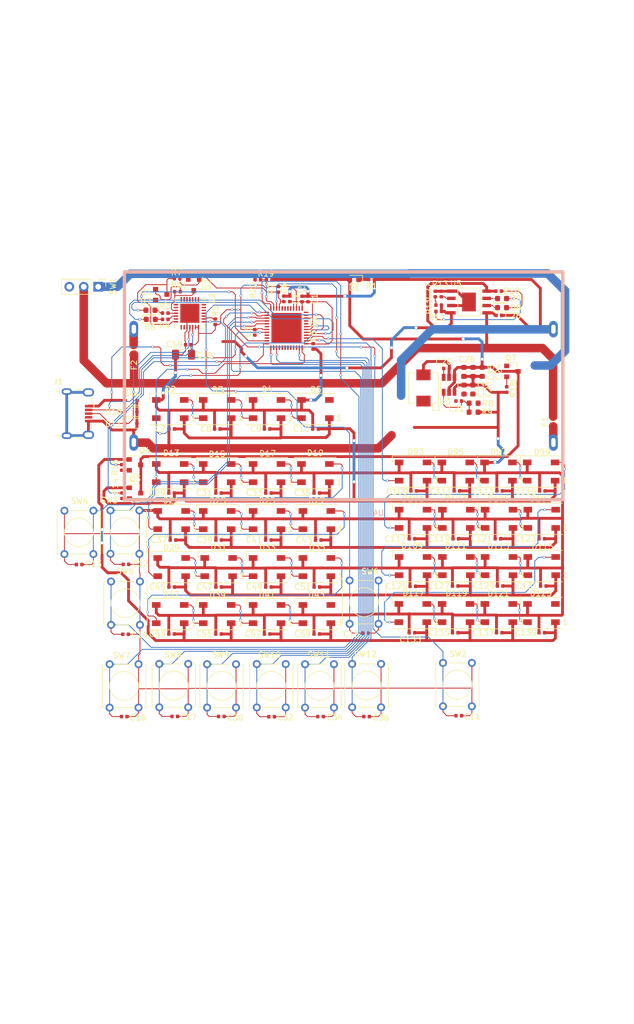
<source format=kicad_pcb>
(kicad_pcb (version 20171130) (host pcbnew "(5.1.6)-1")
  (layers (0 F.Cu signal) (31 B.Cu signal) (34 B.Paste user) (35 F.Paste user) (36 B.SilkS user) (37 F.SilkS user) (38 B.Mask user) (39 F.Mask user) (44 Edge.Cuts user))
  (net 0 "")
  (net 1 BTN_END)
  (net 2 GND)
  (net 3 EN)
  (net 4 V_BAT_1)
  (net 5 "Net-(C20-Pad2)")
  (net 6 "Net-(C20-Pad1)")
  (net 7 "Net-(C21-Pad1)")
  (net 8 V_BAT)
  (net 9 "Net-(C27-Pad1)")
  (net 10 V_BAT_PRIME)
  (net 11 V_BAT_2)
  (net 12 "Net-(D1-Pad1)")
  (net 13 "Net-(D2-Pad2)")
  (net 14 DATA_zadani_LED)
  (net 15 "Net-(D3-Pad2)")
  (net 16 "Net-(D4-Pad2)")
  (net 17 RX_ESP)
  (net 18 "Net-(D6-Pad1)")
  (net 19 "Net-(D7-Pad2)")
  (net 20 TX_ESP)
  (net 21 "Net-(D8-Pad2)")
  (net 22 "Net-(D8-Pad1)")
  (net 23 "Net-(D9-Pad2)")
  (net 24 "Net-(D9-Pad1)")
  (net 25 D-)
  (net 26 D+)
  (net 27 VBUS)
  (net 28 "Net-(D13-Pad2)")
  (net 29 DATA_herni_LED)
  (net 30 "Net-(D15-Pad2)")
  (net 31 "Net-(D17-Pad2)")
  (net 32 /herni_LED.sch/2.sch/DATA_IN)
  (net 33 "Net-(D21-Pad2)")
  (net 34 "Net-(D23-Pad2)")
  (net 35 "Net-(D25-Pad2)")
  (net 36 /herni_LED.sch/3.sch/DATA_IN)
  (net 37 "Net-(D29-Pad2)")
  (net 38 "Net-(D31-Pad2)")
  (net 39 "Net-(D33-Pad2)")
  (net 40 /herni_LED.sch/4.ch/DATA_IN)
  (net 41 "Net-(D37-Pad2)")
  (net 42 "Net-(D39-Pad2)")
  (net 43 "Net-(D41-Pad2)")
  (net 44 "Net-(D93-Pad2)")
  (net 45 DATA_hodnoceni_LED)
  (net 46 "Net-(D95-Pad2)")
  (net 47 /hodnoceni_LED.sch/2.sch/DATA_IN)
  (net 48 "Net-(D101-Pad2)")
  (net 49 "Net-(D103-Pad2)")
  (net 50 "Net-(D105-Pad2)")
  (net 51 /hodnoceni_LED.sch/3.sch/DATA_IN)
  (net 52 "Net-(D109-Pad2)")
  (net 53 "Net-(D111-Pad2)")
  (net 54 "Net-(D113-Pad2)")
  (net 55 /hodnoceni_LED.sch/4.ch/DATA_IN)
  (net 56 "Net-(D117-Pad2)")
  (net 57 "Net-(D119-Pad2)")
  (net 58 "Net-(D121-Pad2)")
  (net 59 "Net-(F1-Pad1)")
  (net 60 "Net-(F2-Pad1)")
  (net 61 "Net-(Q1-Pad3)")
  (net 62 IO0)
  (net 63 "Net-(Q1-Pad1)")
  (net 64 "Net-(Q2-Pad3)")
  (net 65 "Net-(Q2-Pad1)")
  (net 66 "Net-(Q3-Pad2)")
  (net 67 "Net-(Q4-Pad2)")
  (net 68 "Net-(Q7-Pad2)")
  (net 69 V_BAT_SPINANE)
  (net 70 "Net-(R3-Pad2)")
  (net 71 "Net-(R4-Pad2)")
  (net 72 "Net-(R5-Pad2)")
  (net 73 "Net-(R13-Pad1)")
  (net 74 ZAPINANI_1_CAST_LED)
  (net 75 ZAPINANI_2_CAST_LED)
  (net 76 MERENI_BATERKY)
  (net 77 "Net-(D97-Pad2)")
  (net 78 +3V3)
  (net 79 BTN_ENTER)
  (net 80 BTN_NEW_GAME)
  (net 81 BTN_SIPKA_VLEVO)
  (net 82 BTN_SIPKA_VPRAVO)
  (net 83 BARVA_1)
  (net 84 BARVA_2)
  (net 85 BARVA_3)
  (net 86 BARVA_4)
  (net 87 BARVA_5)
  (net 88 BARVA_6)
  (module my_library:battery_dock (layer B.Cu) (at 185.2 36.175)
    (fp_text reference U4 (at 6.075 22.35) (layer B.SilkS) (effects (justify mirror)))
    (fp_text value Dual_battery)
    (pad 4 thru_hole oval (at 36.85 -9.95) (size 1.524 2.9) (drill oval 0.762 1.6) (layers *.Cu *.Mask) (net 2 GND))
    (pad 3 thru_hole oval (at -36.85 -9.95) (size 1.524 2.9) (drill oval 0.762 1.6) (layers *.Cu *.Mask) (net 60 "Net-(F2-Pad1)"))
    (pad 2 thru_hole oval (at -36.85 9.95) (size 1.524 2.9) (drill oval 0.762 1.6) (layers *.Cu *.Mask) (net 2 GND))
    (pad 1 thru_hole oval (at 36.85 9.95) (size 1.524 2.9) (drill oval 0.762 1.6) (layers *.Cu *.Mask) (net 59 "Net-(F1-Pad1)"))
  )
  (module Button_Switch_THT:SW_Tactile_Straight_KSL0Axx1LFTR (layer F.Cu) (at 178.425 92.675 90)
    (fp_text reference SW11 (at 9.3 2.425 180) (layer F.SilkS))
    (fp_text value button)
    (pad 2 thru_hole circle (at 0 5.08 90) (size 1.397 1.397) (drill 0.8128) (layers *.Cu *.Mask) (net 2 GND))
    (pad 1 thru_hole circle (at 0 0 90) (size 1.397 1.397) (drill 0.8128) (layers *.Cu *.Mask) (net 87 BARVA_5))
    (pad 2 thru_hole circle (at 7.62 5.08 90) (size 1.397 1.397) (drill 0.8128) (layers *.Cu *.Mask) (net 2 GND))
    (pad 1 thru_hole circle (at 7.62 0 90) (size 1.397 1.397) (drill 0.8128) (layers *.Cu *.Mask) (net 87 BARVA_5))
  )
  (module Button_Switch_THT:SW_Tactile_Straight_KSL0Axx1LFTR (layer F.Cu) (at 186.7 92.625 90)
    (fp_text reference SW12 (at 9.3 2.3 180) (layer F.SilkS))
    (fp_text value button)
    (pad 2 thru_hole circle (at 0 5.08 90) (size 1.397 1.397) (drill 0.8128) (layers *.Cu *.Mask) (net 2 GND))
    (pad 1 thru_hole circle (at 0 0 90) (size 1.397 1.397) (drill 0.8128) (layers *.Cu *.Mask) (net 88 BARVA_6))
    (pad 2 thru_hole circle (at 7.62 5.08 90) (size 1.397 1.397) (drill 0.8128) (layers *.Cu *.Mask) (net 2 GND))
    (pad 1 thru_hole circle (at 7.62 0 90) (size 1.397 1.397) (drill 0.8128) (layers *.Cu *.Mask) (net 88 BARVA_6))
  )
  (module Resistor_SMD:R_0402_1005Metric (layer F.Cu) (at 172.125 17.55 180)
    (fp_text reference R19 (at 0.575 1.1) (layer F.SilkS))
    (fp_text value 39k)
    (pad 2 smd roundrect (at 0.485 0 180) (size 0.59 0.64) (layers F.Cu F.Paste F.Mask) (net 76 MERENI_BATERKY))
    (pad 1 smd roundrect (at -0.485 0 180) (size 0.59 0.64) (layers F.Cu F.Paste F.Mask) (net 8 V_BAT))
  )
  (module Button_Switch_THT:SW_Tactile_Straight_KSL0Axx1LFTR (layer F.Cu) (at 144.25 65.675 90)
    (fp_text reference SW3 (at 9.4 -0.225 180) (layer F.SilkS))
    (fp_text value button)
    (pad 2 thru_hole circle (at 0 5.08 90) (size 1.397 1.397) (drill 0.8128) (layers *.Cu *.Mask) (net 2 GND))
    (pad 1 thru_hole circle (at 0 0 90) (size 1.397 1.397) (drill 0.8128) (layers *.Cu *.Mask) (net 1 BTN_END))
    (pad 2 thru_hole circle (at 7.62 5.08 90) (size 1.397 1.397) (drill 0.8128) (layers *.Cu *.Mask) (net 2 GND))
    (pad 1 thru_hole circle (at 7.62 0 90) (size 1.397 1.397) (drill 0.8128) (layers *.Cu *.Mask) (net 1 BTN_END))
  )
  (module Button_Switch_THT:SW_Tactile_Straight_KSL0Axx1LFTR (layer F.Cu) (at 169.95 92.65 90)
    (fp_text reference SW10 (at 9.25 2.25 180) (layer F.SilkS))
    (fp_text value button)
    (pad 2 thru_hole circle (at 0 5.08 90) (size 1.397 1.397) (drill 0.8128) (layers *.Cu *.Mask) (net 2 GND))
    (pad 1 thru_hole circle (at 0 0 90) (size 1.397 1.397) (drill 0.8128) (layers *.Cu *.Mask) (net 86 BARVA_4))
    (pad 2 thru_hole circle (at 7.62 5.08 90) (size 1.397 1.397) (drill 0.8128) (layers *.Cu *.Mask) (net 2 GND))
    (pad 1 thru_hole circle (at 7.62 0 90) (size 1.397 1.397) (drill 0.8128) (layers *.Cu *.Mask) (net 86 BARVA_4))
  )
  (module Button_Switch_THT:SW_Tactile_Straight_KSL0Axx1LFTR (layer F.Cu) (at 161.225 92.675 90)
    (fp_text reference SW9 (at 9.275 2.375 180) (layer F.SilkS))
    (fp_text value button)
    (pad 2 thru_hole circle (at 0 5.08 90) (size 1.397 1.397) (drill 0.8128) (layers *.Cu *.Mask) (net 2 GND))
    (pad 1 thru_hole circle (at 0 0 90) (size 1.397 1.397) (drill 0.8128) (layers *.Cu *.Mask) (net 85 BARVA_3))
    (pad 2 thru_hole circle (at 7.62 5.08 90) (size 1.397 1.397) (drill 0.8128) (layers *.Cu *.Mask) (net 2 GND))
    (pad 1 thru_hole circle (at 7.62 0 90) (size 1.397 1.397) (drill 0.8128) (layers *.Cu *.Mask) (net 85 BARVA_3))
  )
  (module Capacitor_SMD:C_0402_1005Metric (layer F.Cu) (at 189.235 94.25 180)
    (fp_text reference C36 (at -2.515 -0.2) (layer F.SilkS))
    (fp_text value 10n)
    (pad 2 smd roundrect (at 0.485 0 180) (size 0.59 0.64) (layers F.Cu F.Paste F.Mask) (net 88 BARVA_6))
    (pad 1 smd roundrect (at -0.485 0 180) (size 0.59 0.64) (layers F.Cu F.Paste F.Mask) (net 2 GND))
  )
  (module Capacitor_SMD:C_0402_1005Metric (layer F.Cu) (at 181.15 94.25 180)
    (fp_text reference C34 (at -2.475 -0.125) (layer F.SilkS))
    (fp_text value 10n)
    (pad 2 smd roundrect (at 0.485 0 180) (size 0.59 0.64) (layers F.Cu F.Paste F.Mask) (net 87 BARVA_5))
    (pad 1 smd roundrect (at -0.485 0 180) (size 0.59 0.64) (layers F.Cu F.Paste F.Mask) (net 2 GND))
  )
  (module Capacitor_SMD:C_0402_1005Metric (layer F.Cu) (at 172.55 94.275 180)
    (fp_text reference C32 (at -2.4 -0.125) (layer F.SilkS))
    (fp_text value 10n)
    (pad 2 smd roundrect (at 0.485 0 180) (size 0.59 0.64) (layers F.Cu F.Paste F.Mask) (net 86 BARVA_4))
    (pad 1 smd roundrect (at -0.485 0 180) (size 0.59 0.64) (layers F.Cu F.Paste F.Mask) (net 2 GND))
  )
  (module Capacitor_SMD:C_0402_1005Metric (layer F.Cu) (at 163.725 94.225 180)
    (fp_text reference C30 (at -2.425 -0.225) (layer F.SilkS))
    (fp_text value 10n)
    (pad 2 smd roundrect (at 0.485 0 180) (size 0.59 0.64) (layers F.Cu F.Paste F.Mask) (net 85 BARVA_3))
    (pad 1 smd roundrect (at -0.485 0 180) (size 0.59 0.64) (layers F.Cu F.Paste F.Mask) (net 2 GND))
  )
  (module Resistor_SMD:R_0603_1608Metric (layer F.Cu) (at 208.025 40.8)
    (fp_text reference R9 (at 2.375 -0.05) (layer F.SilkS))
    (fp_text value 36k)
    (pad 2 smd roundrect (at 0.7875 0) (size 0.875 0.95) (layers F.Cu F.Paste F.Mask) (net 2 GND))
    (pad 1 smd roundrect (at -0.7875 0) (size 0.875 0.95) (layers F.Cu F.Paste F.Mask) (net 7 "Net-(C21-Pad1)"))
  )
  (module Resistor_SMD:R_0603_1608Metric (layer F.Cu) (at 208.0375 39.225 180)
    (fp_text reference R8 (at -2.4875 -0.05) (layer F.SilkS))
    (fp_text value 160k)
    (pad 2 smd roundrect (at 0.7875 0 180) (size 0.875 0.95) (layers F.Cu F.Paste F.Mask) (net 7 "Net-(C21-Pad1)"))
    (pad 1 smd roundrect (at -0.7875 0 180) (size 0.875 0.95) (layers F.Cu F.Paste F.Mask) (net 78 +3V3))
  )
  (module my_library:TP4056 (layer F.Cu) (at 207.225 21.45)
    (fp_text reference U5 (at -2.3 -3.225) (layer F.SilkS))
    (fp_text value TP4056)
    (pad 9 smd rect (at 0 0) (size 2.4 3.3) (layers F.Cu F.Paste F.Mask) (net 2 GND))
    (pad 8 smd rect (at 3.1 -1.905) (size 1.5 0.6) (layers F.Cu F.Paste F.Mask) (net 27 VBUS))
    (pad 7 smd rect (at 3.1 -0.635) (size 1.5 0.6) (layers F.Cu F.Paste F.Mask) (net 24 "Net-(D9-Pad1)"))
    (pad 6 smd rect (at 3.1 0.635) (size 1.5 0.6) (layers F.Cu F.Paste F.Mask) (net 22 "Net-(D8-Pad1)"))
    (pad 5 smd rect (at 3.1 1.905) (size 1.5 0.6) (layers F.Cu F.Paste F.Mask) (net 10 V_BAT_PRIME))
    (pad 4 smd rect (at -3.1 1.905) (size 1.5 0.6) (layers F.Cu F.Paste F.Mask) (net 27 VBUS))
    (pad 3 smd rect (at -3.1 0.635) (size 1.5 0.6) (layers F.Cu F.Paste F.Mask) (net 2 GND))
    (pad 2 smd rect (at -3.1 -0.635) (size 1.5 0.6) (layers F.Cu F.Paste F.Mask) (net 73 "Net-(R13-Pad1)"))
    (pad 1 smd rect (at -3.1 -1.905) (size 1.5 0.6) (layers F.Cu F.Paste F.Mask) (net 2 GND))
  )
  (module Connector_PinHeader_2.54mm:PinHeader_1x03_P2.54mm_Vertical (layer F.Cu) (at 142.1 18.775 270)
    (fp_text reference SW1 (at -0.1 -2.625 90) (layer F.SilkS))
    (fp_text value SW_SPDT)
    (pad 3 thru_hole oval (at 0 5.08 270) (size 1.7 1.7) (drill 1) (layers *.Cu *.Mask))
    (pad 2 thru_hole oval (at 0 2.54 270) (size 1.7 1.7) (drill 1) (layers *.Cu *.Mask) (net 10 V_BAT_PRIME))
    (pad 1 thru_hole rect (at 0 0 270) (size 1.7 1.7) (drill 1) (layers *.Cu *.Mask) (net 69 V_BAT_SPINANE))
  )
  (module Package_TO_SOT_SMD:TSOT-23-6 (layer F.Cu) (at 203.725 36 90)
    (fp_text reference U3 (at -2.925 -0.7 180) (layer F.SilkS))
    (fp_text value SY8105)
    (pad 6 smd rect (at 1.31 -0.95 90) (size 1.22 0.65) (layers F.Cu F.Paste F.Mask) (net 5 "Net-(C20-Pad2)"))
    (pad 5 smd rect (at 1.31 0 90) (size 1.22 0.65) (layers F.Cu F.Paste F.Mask) (net 6 "Net-(C20-Pad1)"))
    (pad 4 smd rect (at 1.31 0.95 90) (size 1.22 0.65) (layers F.Cu F.Paste F.Mask) (net 8 V_BAT))
    (pad 3 smd rect (at -1.31 0.95 90) (size 1.22 0.65) (layers F.Cu F.Paste F.Mask) (net 2 GND))
    (pad 2 smd rect (at -1.31 0 90) (size 1.22 0.65) (layers F.Cu F.Paste F.Mask) (net 8 V_BAT))
    (pad 1 smd rect (at -1.31 -0.95 90) (size 1.22 0.65) (layers F.Cu F.Paste F.Mask) (net 7 "Net-(C21-Pad1)"))
  )
  (module Package_DFN_QFN:QFN-28-1EP_5x5mm_P0.5mm_EP3.35x3.35mm (layer F.Cu) (at 158.195 23.43 90)
    (fp_text reference U2 (at 2.555 3.905 90) (layer F.SilkS))
    (fp_text value CP2102N-A01-GQFN28)
    (pad 29 smd rect (at 0 0 90) (size 3.35 3.35) (layers F.Cu F.Mask) (net 2 GND))
    (pad 28 smd roundrect (at -1.5 -2.45 90) (size 0.25 0.8) (layers F.Cu F.Paste F.Mask) (net 61 "Net-(Q1-Pad3)"))
    (pad 27 smd roundrect (at -1 -2.45 90) (size 0.25 0.8) (layers F.Cu F.Paste F.Mask))
    (pad 26 smd roundrect (at -0.5 -2.45 90) (size 0.25 0.8) (layers F.Cu F.Paste F.Mask) (net 71 "Net-(R4-Pad2)"))
    (pad 25 smd roundrect (at 0 -2.45 90) (size 0.25 0.8) (layers F.Cu F.Paste F.Mask) (net 70 "Net-(R3-Pad2)"))
    (pad 24 smd roundrect (at 0.5 -2.45 90) (size 0.25 0.8) (layers F.Cu F.Paste F.Mask) (net 64 "Net-(Q2-Pad3)"))
    (pad 23 smd roundrect (at 1 -2.45 90) (size 0.25 0.8) (layers F.Cu F.Paste F.Mask))
    (pad 22 smd roundrect (at 1.5 -2.45 90) (size 0.25 0.8) (layers F.Cu F.Paste F.Mask))
    (pad 21 smd roundrect (at 2.45 -1.5 90) (size 0.8 0.25) (layers F.Cu F.Paste F.Mask))
    (pad 20 smd roundrect (at 2.45 -1 90) (size 0.8 0.25) (layers F.Cu F.Paste F.Mask))
    (pad 19 smd roundrect (at 2.45 -0.5 90) (size 0.8 0.25) (layers F.Cu F.Paste F.Mask))
    (pad 18 smd roundrect (at 2.45 0 90) (size 0.8 0.25) (layers F.Cu F.Paste F.Mask))
    (pad 17 smd roundrect (at 2.45 0.5 90) (size 0.8 0.25) (layers F.Cu F.Paste F.Mask))
    (pad 16 smd roundrect (at 2.45 1 90) (size 0.8 0.25) (layers F.Cu F.Paste F.Mask))
    (pad 15 smd roundrect (at 2.45 1.5 90) (size 0.8 0.25) (layers F.Cu F.Paste F.Mask))
    (pad 14 smd roundrect (at 1.5 2.45 90) (size 0.25 0.8) (layers F.Cu F.Paste F.Mask))
    (pad 13 smd roundrect (at 1 2.45 90) (size 0.25 0.8) (layers F.Cu F.Paste F.Mask))
    (pad 12 smd roundrect (at 0.5 2.45 90) (size 0.25 0.8) (layers F.Cu F.Paste F.Mask))
    (pad 11 smd roundrect (at 0 2.45 90) (size 0.25 0.8) (layers F.Cu F.Paste F.Mask))
    (pad 10 smd roundrect (at -0.5 2.45 90) (size 0.25 0.8) (layers F.Cu F.Paste F.Mask))
    (pad 9 smd roundrect (at -1 2.45 90) (size 0.25 0.8) (layers F.Cu F.Paste F.Mask) (net 72 "Net-(R5-Pad2)"))
    (pad 8 smd roundrect (at -1.5 2.45 90) (size 0.25 0.8) (layers F.Cu F.Paste F.Mask) (net 27 VBUS))
    (pad 7 smd roundrect (at -2.45 1.5 90) (size 0.8 0.25) (layers F.Cu F.Paste F.Mask) (net 78 +3V3))
    (pad 6 smd roundrect (at -2.45 1 90) (size 0.8 0.25) (layers F.Cu F.Paste F.Mask) (net 78 +3V3))
    (pad 5 smd roundrect (at -2.45 0.5 90) (size 0.8 0.25) (layers F.Cu F.Paste F.Mask) (net 25 D-))
    (pad 4 smd roundrect (at -2.45 0 90) (size 0.8 0.25) (layers F.Cu F.Paste F.Mask) (net 26 D+))
    (pad 3 smd roundrect (at -2.45 -0.5 90) (size 0.8 0.25) (layers F.Cu F.Paste F.Mask) (net 2 GND))
    (pad 2 smd roundrect (at -2.45 -1 90) (size 0.8 0.25) (layers F.Cu F.Paste F.Mask))
    (pad 1 smd roundrect (at -2.45 -1.5 90) (size 0.8 0.25) (layers F.Cu F.Paste F.Mask))
  )
  (module Package_DFN_QFN:QFN-48-1EP_7x7mm_P0.5mm_EP5.3x5.3mm (layer F.Cu) (at 175.17 26.03 270)
    (fp_text reference U1 (at -1.13 -4.78 90) (layer F.SilkS))
    (fp_text value ESP32-PICO-D4)
    (pad 49 smd rect (at 0 0 270) (size 5.3 5.3) (layers F.Cu F.Mask) (net 2 GND))
    (pad 48 smd roundrect (at -2.75 -3.45 270) (size 0.25 0.8) (layers F.Cu F.Paste F.Mask))
    (pad 47 smd roundrect (at -2.25 -3.45 270) (size 0.25 0.8) (layers F.Cu F.Paste F.Mask))
    (pad 46 smd roundrect (at -1.75 -3.45 270) (size 0.25 0.8) (layers F.Cu F.Paste F.Mask) (net 78 +3V3))
    (pad 45 smd roundrect (at -1.25 -3.45 270) (size 0.25 0.8) (layers F.Cu F.Paste F.Mask))
    (pad 44 smd roundrect (at -0.75 -3.45 270) (size 0.25 0.8) (layers F.Cu F.Paste F.Mask))
    (pad 43 smd roundrect (at -0.25 -3.45 270) (size 0.25 0.8) (layers F.Cu F.Paste F.Mask) (net 78 +3V3))
    (pad 42 smd roundrect (at 0.25 -3.45 270) (size 0.25 0.8) (layers F.Cu F.Paste F.Mask) (net 14 DATA_zadani_LED))
    (pad 41 smd roundrect (at 0.75 -3.45 270) (size 0.25 0.8) (layers F.Cu F.Paste F.Mask) (net 20 TX_ESP))
    (pad 40 smd roundrect (at 1.25 -3.45 270) (size 0.25 0.8) (layers F.Cu F.Paste F.Mask) (net 17 RX_ESP))
    (pad 39 smd roundrect (at 1.75 -3.45 270) (size 0.25 0.8) (layers F.Cu F.Paste F.Mask) (net 45 DATA_hodnoceni_LED))
    (pad 38 smd roundrect (at 2.25 -3.45 270) (size 0.25 0.8) (layers F.Cu F.Paste F.Mask) (net 88 BARVA_6))
    (pad 37 smd roundrect (at 2.75 -3.45 270) (size 0.25 0.8) (layers F.Cu F.Paste F.Mask) (net 78 +3V3))
    (pad 36 smd roundrect (at 3.45 -2.75 270) (size 0.8 0.25) (layers F.Cu F.Paste F.Mask) (net 29 DATA_herni_LED))
    (pad 35 smd roundrect (at 3.45 -2.25 270) (size 0.8 0.25) (layers F.Cu F.Paste F.Mask) (net 86 BARVA_4))
    (pad 34 smd roundrect (at 3.45 -1.75 270) (size 0.8 0.25) (layers F.Cu F.Paste F.Mask))
    (pad 33 smd roundrect (at 3.45 -1.25 270) (size 0.8 0.25) (layers F.Cu F.Paste F.Mask))
    (pad 32 smd roundrect (at 3.45 -0.75 270) (size 0.8 0.25) (layers F.Cu F.Paste F.Mask))
    (pad 31 smd roundrect (at 3.45 -0.25 270) (size 0.8 0.25) (layers F.Cu F.Paste F.Mask))
    (pad 30 smd roundrect (at 3.45 0.25 270) (size 0.8 0.25) (layers F.Cu F.Paste F.Mask))
    (pad 29 smd roundrect (at 3.45 0.75 270) (size 0.8 0.25) (layers F.Cu F.Paste F.Mask))
    (pad 28 smd roundrect (at 3.45 1.25 270) (size 0.8 0.25) (layers F.Cu F.Paste F.Mask))
    (pad 27 smd roundrect (at 3.45 1.75 270) (size 0.8 0.25) (layers F.Cu F.Paste F.Mask) (net 85 BARVA_3))
    (pad 26 smd roundrect (at 3.45 2.25 270) (size 0.8 0.25) (layers F.Cu F.Paste F.Mask))
    (pad 25 smd roundrect (at 3.45 2.75 270) (size 0.8 0.25) (layers F.Cu F.Paste F.Mask) (net 84 BARVA_2))
    (pad 24 smd roundrect (at 2.75 3.45 270) (size 0.25 0.8) (layers F.Cu F.Paste F.Mask) (net 75 ZAPINANI_2_CAST_LED))
    (pad 23 smd roundrect (at 2.25 3.45 270) (size 0.25 0.8) (layers F.Cu F.Paste F.Mask) (net 62 IO0))
    (pad 22 smd roundrect (at 1.75 3.45 270) (size 0.25 0.8) (layers F.Cu F.Paste F.Mask))
    (pad 21 smd roundrect (at 1.25 3.45 270) (size 0.25 0.8) (layers F.Cu F.Paste F.Mask))
    (pad 20 smd roundrect (at 0.75 3.45 270) (size 0.25 0.8) (layers F.Cu F.Paste F.Mask) (net 74 ZAPINANI_1_CAST_LED))
    (pad 19 smd roundrect (at 0.25 3.45 270) (size 0.25 0.8) (layers F.Cu F.Paste F.Mask) (net 78 +3V3))
    (pad 18 smd roundrect (at -0.25 3.45 270) (size 0.25 0.8) (layers F.Cu F.Paste F.Mask))
    (pad 17 smd roundrect (at -0.75 3.45 270) (size 0.25 0.8) (layers F.Cu F.Paste F.Mask) (net 83 BARVA_1))
    (pad 16 smd roundrect (at -1.25 3.45 270) (size 0.25 0.8) (layers F.Cu F.Paste F.Mask) (net 1 BTN_END))
    (pad 15 smd roundrect (at -1.75 3.45 270) (size 0.25 0.8) (layers F.Cu F.Paste F.Mask) (net 80 BTN_NEW_GAME))
    (pad 14 smd roundrect (at -2.25 3.45 270) (size 0.25 0.8) (layers F.Cu F.Paste F.Mask) (net 79 BTN_ENTER))
    (pad 13 smd roundrect (at -2.75 3.45 270) (size 0.25 0.8) (layers F.Cu F.Paste F.Mask) (net 82 BTN_SIPKA_VPRAVO))
    (pad 12 smd roundrect (at -3.45 2.75 270) (size 0.8 0.25) (layers F.Cu F.Paste F.Mask) (net 81 BTN_SIPKA_VLEVO))
    (pad 11 smd roundrect (at -3.45 2.25 270) (size 0.8 0.25) (layers F.Cu F.Paste F.Mask) (net 76 MERENI_BATERKY))
    (pad 10 smd roundrect (at -3.45 1.75 270) (size 0.8 0.25) (layers F.Cu F.Paste F.Mask) (net 87 BARVA_5))
    (pad 9 smd roundrect (at -3.45 1.25 270) (size 0.8 0.25) (layers F.Cu F.Paste F.Mask) (net 3 EN))
    (pad 8 smd roundrect (at -3.45 0.75 270) (size 0.8 0.25) (layers F.Cu F.Paste F.Mask))
    (pad 7 smd roundrect (at -3.45 0.25 270) (size 0.8 0.25) (layers F.Cu F.Paste F.Mask))
    (pad 6 smd roundrect (at -3.45 -0.25 270) (size 0.8 0.25) (layers F.Cu F.Paste F.Mask))
    (pad 5 smd roundrect (at -3.45 -0.75 270) (size 0.8 0.25) (layers F.Cu F.Paste F.Mask))
    (pad 4 smd roundrect (at -3.45 -1.25 270) (size 0.8 0.25) (layers F.Cu F.Paste F.Mask) (net 78 +3V3))
    (pad 3 smd roundrect (at -3.45 -1.75 270) (size 0.8 0.25) (layers F.Cu F.Paste F.Mask) (net 78 +3V3))
    (pad 2 smd roundrect (at -3.45 -2.25 270) (size 0.8 0.25) (layers F.Cu F.Paste F.Mask))
    (pad 1 smd roundrect (at -3.45 -2.75 270) (size 0.8 0.25) (layers F.Cu F.Paste F.Mask) (net 78 +3V3))
  )
  (module Button_Switch_THT:SW_Tactile_Straight_KSL0Axx1LFTR (layer F.Cu) (at 152.825 92.625 90)
    (fp_text reference SW8 (at 9.25 2.425) (layer F.SilkS))
    (fp_text value button)
    (pad 2 thru_hole circle (at 0 5.08 90) (size 1.397 1.397) (drill 0.8128) (layers *.Cu *.Mask) (net 2 GND))
    (pad 1 thru_hole circle (at 0 0 90) (size 1.397 1.397) (drill 0.8128) (layers *.Cu *.Mask) (net 84 BARVA_2))
    (pad 2 thru_hole circle (at 7.62 5.08 90) (size 1.397 1.397) (drill 0.8128) (layers *.Cu *.Mask) (net 2 GND))
    (pad 1 thru_hole circle (at 7.62 0 90) (size 1.397 1.397) (drill 0.8128) (layers *.Cu *.Mask) (net 84 BARVA_2))
  )
  (module Button_Switch_THT:SW_Tactile_Straight_KSL0Axx1LFTR (layer F.Cu) (at 144.1 92.675 90)
    (fp_text reference SW7 (at 9.15 2.1) (layer F.SilkS))
    (fp_text value button)
    (pad 2 thru_hole circle (at 0 5.08 90) (size 1.397 1.397) (drill 0.8128) (layers *.Cu *.Mask) (net 2 GND))
    (pad 1 thru_hole circle (at 0 0 90) (size 1.397 1.397) (drill 0.8128) (layers *.Cu *.Mask) (net 83 BARVA_1))
    (pad 2 thru_hole circle (at 7.62 5.08 90) (size 1.397 1.397) (drill 0.8128) (layers *.Cu *.Mask) (net 2 GND))
    (pad 1 thru_hole circle (at 7.62 0 90) (size 1.397 1.397) (drill 0.8128) (layers *.Cu *.Mask) (net 83 BARVA_1))
  )
  (module Button_Switch_THT:SW_Tactile_Straight_KSL0Axx1LFTR (layer F.Cu) (at 186.25 77.975 90)
    (fp_text reference SW6 (at 9.225 3.6 180) (layer F.SilkS))
    (fp_text value button)
    (pad 2 thru_hole circle (at 0 5.08 90) (size 1.397 1.397) (drill 0.8128) (layers *.Cu *.Mask) (net 2 GND))
    (pad 1 thru_hole circle (at 0 0 90) (size 1.397 1.397) (drill 0.8128) (layers *.Cu *.Mask) (net 82 BTN_SIPKA_VPRAVO))
    (pad 2 thru_hole circle (at 7.62 5.08 90) (size 1.397 1.397) (drill 0.8128) (layers *.Cu *.Mask) (net 2 GND))
    (pad 1 thru_hole circle (at 7.62 0 90) (size 1.397 1.397) (drill 0.8128) (layers *.Cu *.Mask) (net 82 BTN_SIPKA_VPRAVO))
  )
  (module Button_Switch_THT:SW_Tactile_Straight_KSL0Axx1LFTR (layer F.Cu) (at 144.35 78.15 90)
    (fp_text reference SW5 (at 9.425 2.475 180) (layer F.SilkS))
    (fp_text value button)
    (pad 2 thru_hole circle (at 0 5.08 90) (size 1.397 1.397) (drill 0.8128) (layers *.Cu *.Mask) (net 2 GND))
    (pad 1 thru_hole circle (at 0 0 90) (size 1.397 1.397) (drill 0.8128) (layers *.Cu *.Mask) (net 81 BTN_SIPKA_VLEVO))
    (pad 2 thru_hole circle (at 7.62 5.08 90) (size 1.397 1.397) (drill 0.8128) (layers *.Cu *.Mask) (net 2 GND))
    (pad 1 thru_hole circle (at 7.62 0 90) (size 1.397 1.397) (drill 0.8128) (layers *.Cu *.Mask) (net 81 BTN_SIPKA_VLEVO))
  )
  (module Button_Switch_THT:SW_Tactile_Straight_KSL0Axx1LFTR (layer F.Cu) (at 141.25 58.1 270)
    (fp_text reference SW4 (at -1.675 2.425) (layer F.SilkS))
    (fp_text value button)
    (pad 2 thru_hole circle (at 0 5.08 270) (size 1.397 1.397) (drill 0.8128) (layers *.Cu *.Mask) (net 2 GND))
    (pad 1 thru_hole circle (at 0 0 270) (size 1.397 1.397) (drill 0.8128) (layers *.Cu *.Mask) (net 80 BTN_NEW_GAME))
    (pad 2 thru_hole circle (at 7.62 5.08 270) (size 1.397 1.397) (drill 0.8128) (layers *.Cu *.Mask) (net 2 GND))
    (pad 1 thru_hole circle (at 7.62 0 270) (size 1.397 1.397) (drill 0.8128) (layers *.Cu *.Mask) (net 80 BTN_NEW_GAME))
  )
  (module Button_Switch_THT:SW_Tactile_Straight_KSL0Axx1LFTR (layer F.Cu) (at 202.65 92.45 90)
    (fp_text reference SW2 (at 9.2 2.675 180) (layer F.SilkS))
    (fp_text value button)
    (pad 2 thru_hole circle (at 0 5.08 90) (size 1.397 1.397) (drill 0.8128) (layers *.Cu *.Mask) (net 2 GND))
    (pad 1 thru_hole circle (at 0 0 90) (size 1.397 1.397) (drill 0.8128) (layers *.Cu *.Mask) (net 79 BTN_ENTER))
    (pad 2 thru_hole circle (at 7.62 5.08 90) (size 1.397 1.397) (drill 0.8128) (layers *.Cu *.Mask) (net 2 GND))
    (pad 1 thru_hole circle (at 7.62 0 90) (size 1.397 1.397) (drill 0.8128) (layers *.Cu *.Mask) (net 79 BTN_ENTER))
  )
  (module Resistor_SMD:R_0402_1005Metric (layer F.Cu) (at 170.125 17.55 180)
    (fp_text reference R20 (at 0.85 -1.85 270) (layer F.SilkS))
    (fp_text value 10k)
    (pad 2 smd roundrect (at 0.485 0 180) (size 0.59 0.64) (layers F.Cu F.Paste F.Mask) (net 2 GND))
    (pad 1 smd roundrect (at -0.485 0 180) (size 0.59 0.64) (layers F.Cu F.Paste F.Mask) (net 76 MERENI_BATERKY))
  )
  (module Resistor_SMD:R_0402_1005Metric (layer F.Cu) (at 213.85 36.825 270)
    (fp_text reference R18 (at 0 -1.17 90) (layer F.SilkS))
    (fp_text value 10k)
    (pad 2 smd roundrect (at 0.485 0 270) (size 0.59 0.64) (layers F.Cu F.Paste F.Mask) (net 2 GND))
    (pad 1 smd roundrect (at -0.485 0 270) (size 0.59 0.64) (layers F.Cu F.Paste F.Mask) (net 68 "Net-(Q7-Pad2)"))
  )
  (module Resistor_SMD:R_0402_1005Metric (layer F.Cu) (at 146.225 50.5 90)
    (fp_text reference R15 (at 0 -1.17 90) (layer F.SilkS))
    (fp_text value 10k)
    (pad 2 smd roundrect (at 0.485 0 90) (size 0.59 0.64) (layers F.Cu F.Paste F.Mask) (net 75 ZAPINANI_2_CAST_LED))
    (pad 1 smd roundrect (at -0.485 0 90) (size 0.59 0.64) (layers F.Cu F.Paste F.Mask) (net 67 "Net-(Q4-Pad2)"))
  )
  (module Resistor_SMD:R_0402_1005Metric (layer F.Cu) (at 146.275 55.475 90)
    (fp_text reference R14 (at 1.65 -1.2 90) (layer F.SilkS))
    (fp_text value 10k)
    (pad 2 smd roundrect (at 0.485 0 90) (size 0.59 0.64) (layers F.Cu F.Paste F.Mask) (net 74 ZAPINANI_1_CAST_LED))
    (pad 1 smd roundrect (at -0.485 0 90) (size 0.59 0.64) (layers F.Cu F.Paste F.Mask) (net 66 "Net-(Q3-Pad2)"))
  )
  (module Resistor_SMD:R_0402_1005Metric (layer F.Cu) (at 202.35 20.05 90)
    (fp_text reference R13 (at 1.725 -0.2 180) (layer F.SilkS))
    (fp_text value 2k)
    (pad 2 smd roundrect (at 0.485 0 90) (size 0.59 0.64) (layers F.Cu F.Paste F.Mask) (net 2 GND))
    (pad 1 smd roundrect (at -0.485 0 90) (size 0.59 0.64) (layers F.Cu F.Paste F.Mask) (net 73 "Net-(R13-Pad1)"))
  )
  (module Resistor_SMD:R_0402_1005Metric (layer F.Cu) (at 201.9 23.1)
    (fp_text reference R12 (at -0.35 1.125) (layer F.SilkS))
    (fp_text value 1k)
    (pad 2 smd roundrect (at 0.485 0) (size 0.59 0.64) (layers F.Cu F.Paste F.Mask) (net 27 VBUS))
    (pad 1 smd roundrect (at -0.485 0) (size 0.59 0.64) (layers F.Cu F.Paste F.Mask) (net 23 "Net-(D9-Pad2)"))
  )
  (module Resistor_SMD:R_0402_1005Metric (layer F.Cu) (at 201.9 22 180)
    (fp_text reference R11 (at 1.675 -0.2 270) (layer F.SilkS))
    (fp_text value 1)
    (pad 2 smd roundrect (at 0.485 0 180) (size 0.59 0.64) (layers F.Cu F.Paste F.Mask) (net 9 "Net-(C27-Pad1)"))
    (pad 1 smd roundrect (at -0.485 0 180) (size 0.59 0.64) (layers F.Cu F.Paste F.Mask) (net 27 VBUS))
  )
  (module Resistor_SMD:R_0402_1005Metric (layer F.Cu) (at 212.425 19.55 180)
    (fp_text reference R10 (at -2.3 0.05) (layer F.SilkS))
    (fp_text value 1k)
    (pad 2 smd roundrect (at 0.485 0 180) (size 0.59 0.64) (layers F.Cu F.Paste F.Mask) (net 27 VBUS))
    (pad 1 smd roundrect (at -0.485 0 180) (size 0.59 0.64) (layers F.Cu F.Paste F.Mask) (net 21 "Net-(D8-Pad2)"))
  )
  (module Resistor_SMD:R_0402_1005Metric (layer F.Cu) (at 155.96 17.35 180)
    (fp_text reference R7 (at 0.085 1.1) (layer F.SilkS))
    (fp_text value 10k)
    (pad 2 smd roundrect (at 0.485 0 180) (size 0.59 0.64) (layers F.Cu F.Paste F.Mask) (net 61 "Net-(Q1-Pad3)"))
    (pad 1 smd roundrect (at -0.485 0 180) (size 0.59 0.64) (layers F.Cu F.Paste F.Mask) (net 65 "Net-(Q2-Pad1)"))
  )
  (module Resistor_SMD:R_0402_1005Metric (layer F.Cu) (at 156.025 19.65 180)
    (fp_text reference R6 (at 0.15 1.2) (layer F.SilkS))
    (fp_text value 10k)
    (pad 2 smd roundrect (at 0.485 0 180) (size 0.59 0.64) (layers F.Cu F.Paste F.Mask) (net 64 "Net-(Q2-Pad3)"))
    (pad 1 smd roundrect (at -0.485 0 180) (size 0.59 0.64) (layers F.Cu F.Paste F.Mask) (net 63 "Net-(Q1-Pad1)"))
  )
  (module Resistor_SMD:R_0402_1005Metric (layer F.Cu) (at 162.65 24.925 90)
    (fp_text reference R5 (at 1.9 0.05 90) (layer F.SilkS))
    (fp_text value 2k)
    (pad 2 smd roundrect (at 0.485 0 90) (size 0.59 0.64) (layers F.Cu F.Paste F.Mask) (net 72 "Net-(R5-Pad2)"))
    (pad 1 smd roundrect (at -0.485 0 90) (size 0.59 0.64) (layers F.Cu F.Paste F.Mask) (net 78 +3V3))
  )
  (module Resistor_SMD:R_0402_1005Metric (layer F.Cu) (at 153.875 24.5)
    (fp_text reference R4 (at -0.1 1.1) (layer F.SilkS))
    (fp_text value 47k)
    (pad 2 smd roundrect (at 0.485 0) (size 0.59 0.64) (layers F.Cu F.Paste F.Mask) (net 71 "Net-(R4-Pad2)"))
    (pad 1 smd roundrect (at -0.485 0) (size 0.59 0.64) (layers F.Cu F.Paste F.Mask) (net 19 "Net-(D7-Pad2)"))
  )
  (module Resistor_SMD:R_0402_1005Metric (layer F.Cu) (at 153.875 23.4)
    (fp_text reference R3 (at 0 -1.17) (layer F.SilkS))
    (fp_text value 47k)
    (pad 2 smd roundrect (at 0.485 0) (size 0.59 0.64) (layers F.Cu F.Paste F.Mask) (net 70 "Net-(R3-Pad2)"))
    (pad 1 smd roundrect (at -0.485 0) (size 0.59 0.64) (layers F.Cu F.Paste F.Mask) (net 18 "Net-(D6-Pad1)"))
  )
  (module Resistor_SMD:R_0402_1005Metric (layer F.Cu) (at 173.725 19.225 270)
    (fp_text reference R2 (at 0.025 1.2 90) (layer F.SilkS))
    (fp_text value 10k)
    (pad 2 smd roundrect (at 0.485 0 270) (size 0.59 0.64) (layers F.Cu F.Paste F.Mask) (net 3 EN))
    (pad 1 smd roundrect (at -0.485 0 270) (size 0.59 0.64) (layers F.Cu F.Paste F.Mask) (net 78 +3V3))
  )
  (module Resistor_SMD:R_0402_1005Metric (layer F.Cu) (at 190.11 17.5 180)
    (fp_text reference R1 (at 0 -1.17) (layer F.SilkS))
    (fp_text value 10k)
    (pad 2 smd roundrect (at 0.485 0 180) (size 0.59 0.64) (layers F.Cu F.Paste F.Mask) (net 12 "Net-(D1-Pad1)"))
    (pad 1 smd roundrect (at -0.485 0 180) (size 0.59 0.64) (layers F.Cu F.Paste F.Mask) (net 2 GND))
  )
  (module Package_TO_SOT_SMD:SOT-23 (layer F.Cu) (at 214.85 33.625)
    (fp_text reference Q7 (at -0.25 -2.325) (layer F.SilkS))
    (fp_text value Q_PMOS_DGS)
    (pad 3 smd rect (at 1 0) (size 0.9 0.8) (layers F.Cu F.Paste F.Mask) (net 8 V_BAT))
    (pad 2 smd rect (at -1 0.95) (size 0.9 0.8) (layers F.Cu F.Paste F.Mask) (net 68 "Net-(Q7-Pad2)"))
    (pad 1 smd rect (at -1 -0.95) (size 0.9 0.8) (layers F.Cu F.Paste F.Mask) (net 69 V_BAT_SPINANE))
  )
  (module Package_TO_SOT_SMD:SOT-23 (layer F.Cu) (at 148.555 50.055)
    (fp_text reference Q4 (at 1.72 -2.48) (layer F.SilkS))
    (fp_text value Q_PMOS_DGS)
    (pad 3 smd rect (at 1 0) (size 0.9 0.8) (layers F.Cu F.Paste F.Mask) (net 8 V_BAT))
    (pad 2 smd rect (at -1 0.95) (size 0.9 0.8) (layers F.Cu F.Paste F.Mask) (net 67 "Net-(Q4-Pad2)"))
    (pad 1 smd rect (at -1 -0.95) (size 0.9 0.8) (layers F.Cu F.Paste F.Mask) (net 11 V_BAT_2))
  )
  (module Package_TO_SOT_SMD:SOT-23 (layer F.Cu) (at 148.575 55.025)
    (fp_text reference Q3 (at 0 -2.5) (layer F.SilkS))
    (fp_text value Q_PMOS_DGS)
    (pad 3 smd rect (at 1 0) (size 0.9 0.8) (layers F.Cu F.Paste F.Mask) (net 8 V_BAT))
    (pad 2 smd rect (at -1 0.95) (size 0.9 0.8) (layers F.Cu F.Paste F.Mask) (net 66 "Net-(Q3-Pad2)"))
    (pad 1 smd rect (at -1 -0.95) (size 0.9 0.8) (layers F.Cu F.Paste F.Mask) (net 4 V_BAT_1))
  )
  (module Package_TO_SOT_SMD:SOT-23 (layer F.Cu) (at 158.875 18.45 270)
    (fp_text reference Q2 (at 0 -2.5 90) (layer F.SilkS))
    (fp_text value Q_NPN_BCE)
    (pad 3 smd rect (at 1 0 270) (size 0.9 0.8) (layers F.Cu F.Paste F.Mask) (net 64 "Net-(Q2-Pad3)"))
    (pad 2 smd rect (at -1 0.95 270) (size 0.9 0.8) (layers F.Cu F.Paste F.Mask) (net 3 EN))
    (pad 1 smd rect (at -1 -0.95 270) (size 0.9 0.8) (layers F.Cu F.Paste F.Mask) (net 65 "Net-(Q2-Pad1)"))
  )
  (module Package_TO_SOT_SMD:SOT-23 (layer F.Cu) (at 153.175 20.15)
    (fp_text reference Q1 (at -2.65 -0.475) (layer F.SilkS))
    (fp_text value Q_NPN_BCE)
    (pad 3 smd rect (at 1 0) (size 0.9 0.8) (layers F.Cu F.Paste F.Mask) (net 61 "Net-(Q1-Pad3)"))
    (pad 2 smd rect (at -1 0.95) (size 0.9 0.8) (layers F.Cu F.Paste F.Mask) (net 62 IO0))
    (pad 1 smd rect (at -1 -0.95) (size 0.9 0.8) (layers F.Cu F.Paste F.Mask) (net 63 "Net-(Q1-Pad1)"))
  )
  (module my_library:MWSA0503S (layer F.Cu) (at 199.225 36.55 90)
    (fp_text reference L1 (at -3.5 2.3 180) (layer F.SilkS))
    (fp_text value 4u7)
    (pad 2 smd rect (at -2.3 0 90) (size 1.9 2.5) (layers F.Cu F.Paste F.Mask) (net 78 +3V3))
    (pad 1 smd rect (at 2.3 0 90) (size 1.9 2.5) (layers F.Cu F.Paste F.Mask) (net 6 "Net-(C20-Pad1)"))
  )
  (module Connector_USB:USB_Micro-B_Wuerth_629105150521 (layer F.Cu) (at 138.525 41.05 270)
    (fp_text reference J1 (at -5.6 3.475 180) (layer F.SilkS))
    (fp_text value USB_B_Micro)
    (pad "" np_thru_hole oval (at 2.5 -0.8 270) (size 0.8 0.8) (drill 0.8) (layers *.Cu *.Mask))
    (pad "" np_thru_hole oval (at -2.5 -0.8 270) (size 0.8 0.8) (drill 0.8) (layers *.Cu *.Mask))
    (pad 6 thru_hole oval (at 3.875 1.95 270) (size 1.15 1.8) (drill oval 0.55 1.2) (layers *.Cu *.Mask) (net 2 GND))
    (pad 6 thru_hole oval (at -3.875 1.95 270) (size 1.15 1.8) (drill oval 0.55 1.2) (layers *.Cu *.Mask) (net 2 GND))
    (pad 6 thru_hole oval (at 3.725 -1.85 270) (size 1.45 2) (drill oval 0.85 1.4) (layers *.Cu *.Mask) (net 2 GND))
    (pad 6 thru_hole oval (at -3.725 -1.85 270) (size 1.45 2) (drill oval 0.85 1.4) (layers *.Cu *.Mask) (net 2 GND))
    (pad 5 smd rect (at 1.3 -1.9 270) (size 0.45 1.3) (layers F.Cu F.Paste F.Mask) (net 2 GND))
    (pad 4 smd rect (at 0.65 -1.9 270) (size 0.45 1.3) (layers F.Cu F.Paste F.Mask))
    (pad 3 smd rect (at 0 -1.9 270) (size 0.45 1.3) (layers F.Cu F.Paste F.Mask) (net 26 D+))
    (pad 2 smd rect (at -0.65 -1.9 270) (size 0.45 1.3) (layers F.Cu F.Paste F.Mask) (net 25 D-))
    (pad 1 smd rect (at -1.3 -1.9 270) (size 0.45 1.3) (layers F.Cu F.Paste F.Mask) (net 27 VBUS))
  )
  (module Fuse:Fuse_0603_1608Metric (layer F.Cu) (at 148.325 29.7875 270)
    (fp_text reference F2 (at 2.75 -0.075 90) (layer F.SilkS))
    (fp_text value Polyfuse)
    (pad 2 smd roundrect (at 0.7875 0 270) (size 0.875 0.95) (layers F.Cu F.Paste F.Mask) (net 10 V_BAT_PRIME))
    (pad 1 smd roundrect (at -0.7875 0 270) (size 0.875 0.95) (layers F.Cu F.Paste F.Mask) (net 60 "Net-(F2-Pad1)"))
  )
  (module Fuse:Fuse_0603_1608Metric (layer F.Cu) (at 222 42.5 90)
    (fp_text reference F1 (at 0 -1.43 90) (layer F.SilkS))
    (fp_text value Polyfuse)
    (pad 2 smd roundrect (at 0.7875 0 90) (size 0.875 0.95) (layers F.Cu F.Paste F.Mask) (net 10 V_BAT_PRIME))
    (pad 1 smd roundrect (at -0.7875 0 90) (size 0.875 0.95) (layers F.Cu F.Paste F.Mask) (net 59 "Net-(F1-Pad1)"))
  )
  (module LED_SMD:LED_WS2812B_PLCC4_5.0x5.0mm_P3.2mm (layer F.Cu) (at 219.95 76.075 180)
    (fp_text reference D123 (at 0.1 3.475) (layer F.SilkS))
    (fp_text value WS2812B)
    (fp_text user 1 (at -4.15 -1.6) (layer F.SilkS))
    (pad 1 smd rect (at -2.45 -1.6 180) (size 1.5 1) (layers F.Cu F.Paste F.Mask) (net 11 V_BAT_2))
    (pad 2 smd rect (at -2.45 1.6 180) (size 1.5 1) (layers F.Cu F.Paste F.Mask))
    (pad 4 smd rect (at 2.45 -1.6 180) (size 1.5 1) (layers F.Cu F.Paste F.Mask) (net 58 "Net-(D121-Pad2)"))
    (pad 3 smd rect (at 2.45 1.6 180) (size 1.5 1) (layers F.Cu F.Paste F.Mask) (net 2 GND))
  )
  (module LED_SMD:LED_WS2812B_PLCC4_5.0x5.0mm_P3.2mm (layer F.Cu) (at 212.45 76.075 180)
    (fp_text reference D121 (at 0.05 3.425) (layer F.SilkS))
    (fp_text value WS2812B)
    (fp_text user 1 (at -4.15 -1.6) (layer F.SilkS))
    (pad 1 smd rect (at -2.45 -1.6 180) (size 1.5 1) (layers F.Cu F.Paste F.Mask) (net 11 V_BAT_2))
    (pad 2 smd rect (at -2.45 1.6 180) (size 1.5 1) (layers F.Cu F.Paste F.Mask) (net 58 "Net-(D121-Pad2)"))
    (pad 4 smd rect (at 2.45 -1.6 180) (size 1.5 1) (layers F.Cu F.Paste F.Mask) (net 57 "Net-(D119-Pad2)"))
    (pad 3 smd rect (at 2.45 1.6 180) (size 1.5 1) (layers F.Cu F.Paste F.Mask) (net 2 GND))
  )
  (module LED_SMD:LED_WS2812B_PLCC4_5.0x5.0mm_P3.2mm (layer F.Cu) (at 204.95 76.075 180)
    (fp_text reference D119 (at -0.075 3.5) (layer F.SilkS))
    (fp_text value WS2812B)
    (fp_text user 1 (at -4.15 -1.6) (layer F.SilkS))
    (pad 1 smd rect (at -2.45 -1.6 180) (size 1.5 1) (layers F.Cu F.Paste F.Mask) (net 11 V_BAT_2))
    (pad 2 smd rect (at -2.45 1.6 180) (size 1.5 1) (layers F.Cu F.Paste F.Mask) (net 57 "Net-(D119-Pad2)"))
    (pad 4 smd rect (at 2.45 -1.6 180) (size 1.5 1) (layers F.Cu F.Paste F.Mask) (net 56 "Net-(D117-Pad2)"))
    (pad 3 smd rect (at 2.45 1.6 180) (size 1.5 1) (layers F.Cu F.Paste F.Mask) (net 2 GND))
  )
  (module LED_SMD:LED_WS2812B_PLCC4_5.0x5.0mm_P3.2mm (layer F.Cu) (at 197.35 76.075 180)
    (fp_text reference D117 (at -0.125 3.5) (layer F.SilkS))
    (fp_text value WS2812B)
    (fp_text user 1 (at -4.15 -1.6) (layer F.SilkS))
    (pad 1 smd rect (at -2.45 -1.6 180) (size 1.5 1) (layers F.Cu F.Paste F.Mask) (net 11 V_BAT_2))
    (pad 2 smd rect (at -2.45 1.6 180) (size 1.5 1) (layers F.Cu F.Paste F.Mask) (net 56 "Net-(D117-Pad2)"))
    (pad 4 smd rect (at 2.45 -1.6 180) (size 1.5 1) (layers F.Cu F.Paste F.Mask) (net 55 /hodnoceni_LED.sch/4.ch/DATA_IN))
    (pad 3 smd rect (at 2.45 1.6 180) (size 1.5 1) (layers F.Cu F.Paste F.Mask) (net 2 GND))
  )
  (module LED_SMD:LED_WS2812B_PLCC4_5.0x5.0mm_P3.2mm (layer F.Cu) (at 220 67.825 180)
    (fp_text reference D115 (at -0.15 3.425) (layer F.SilkS))
    (fp_text value WS2812B)
    (fp_text user 1 (at -4.15 -1.6) (layer F.SilkS))
    (pad 1 smd rect (at -2.45 -1.6 180) (size 1.5 1) (layers F.Cu F.Paste F.Mask) (net 4 V_BAT_1))
    (pad 2 smd rect (at -2.45 1.6 180) (size 1.5 1) (layers F.Cu F.Paste F.Mask) (net 55 /hodnoceni_LED.sch/4.ch/DATA_IN))
    (pad 4 smd rect (at 2.45 -1.6 180) (size 1.5 1) (layers F.Cu F.Paste F.Mask) (net 54 "Net-(D113-Pad2)"))
    (pad 3 smd rect (at 2.45 1.6 180) (size 1.5 1) (layers F.Cu F.Paste F.Mask) (net 2 GND))
  )
  (module LED_SMD:LED_WS2812B_PLCC4_5.0x5.0mm_P3.2mm (layer F.Cu) (at 212.5 67.825 180)
    (fp_text reference D113 (at 0.1 3.45) (layer F.SilkS))
    (fp_text value WS2812B)
    (fp_text user 1 (at -4.15 -1.6) (layer F.SilkS))
    (pad 1 smd rect (at -2.45 -1.6 180) (size 1.5 1) (layers F.Cu F.Paste F.Mask) (net 4 V_BAT_1))
    (pad 2 smd rect (at -2.45 1.6 180) (size 1.5 1) (layers F.Cu F.Paste F.Mask) (net 54 "Net-(D113-Pad2)"))
    (pad 4 smd rect (at 2.45 -1.6 180) (size 1.5 1) (layers F.Cu F.Paste F.Mask) (net 53 "Net-(D111-Pad2)"))
    (pad 3 smd rect (at 2.45 1.6 180) (size 1.5 1) (layers F.Cu F.Paste F.Mask) (net 2 GND))
  )
  (module LED_SMD:LED_WS2812B_PLCC4_5.0x5.0mm_P3.2mm (layer F.Cu) (at 205 67.825 180)
    (fp_text reference D111 (at 0.1 3.55) (layer F.SilkS))
    (fp_text value WS2812B)
    (fp_text user 1 (at -4.15 -1.6) (layer F.SilkS))
    (pad 1 smd rect (at -2.45 -1.6 180) (size 1.5 1) (layers F.Cu F.Paste F.Mask) (net 4 V_BAT_1))
    (pad 2 smd rect (at -2.45 1.6 180) (size 1.5 1) (layers F.Cu F.Paste F.Mask) (net 53 "Net-(D111-Pad2)"))
    (pad 4 smd rect (at 2.45 -1.6 180) (size 1.5 1) (layers F.Cu F.Paste F.Mask) (net 52 "Net-(D109-Pad2)"))
    (pad 3 smd rect (at 2.45 1.6 180) (size 1.5 1) (layers F.Cu F.Paste F.Mask) (net 2 GND))
  )
  (module LED_SMD:LED_WS2812B_PLCC4_5.0x5.0mm_P3.2mm (layer F.Cu) (at 197.4 67.825 180)
    (fp_text reference D109 (at 0.15 3.55) (layer F.SilkS))
    (fp_text value WS2812B)
    (fp_text user 1 (at -4.15 -1.6) (layer F.SilkS))
    (pad 1 smd rect (at -2.45 -1.6 180) (size 1.5 1) (layers F.Cu F.Paste F.Mask) (net 4 V_BAT_1))
    (pad 2 smd rect (at -2.45 1.6 180) (size 1.5 1) (layers F.Cu F.Paste F.Mask) (net 52 "Net-(D109-Pad2)"))
    (pad 4 smd rect (at 2.45 -1.6 180) (size 1.5 1) (layers F.Cu F.Paste F.Mask) (net 51 /hodnoceni_LED.sch/3.sch/DATA_IN))
    (pad 3 smd rect (at 2.45 1.6 180) (size 1.5 1) (layers F.Cu F.Paste F.Mask) (net 2 GND))
  )
  (module LED_SMD:LED_WS2812B_PLCC4_5.0x5.0mm_P3.2mm (layer F.Cu) (at 220 59.525 180)
    (fp_text reference D107 (at 0.15 3.525) (layer F.SilkS))
    (fp_text value WS2812B)
    (fp_text user 1 (at -4.15 -1.6) (layer F.SilkS))
    (pad 1 smd rect (at -2.45 -1.6 180) (size 1.5 1) (layers F.Cu F.Paste F.Mask) (net 4 V_BAT_1))
    (pad 2 smd rect (at -2.45 1.6 180) (size 1.5 1) (layers F.Cu F.Paste F.Mask) (net 51 /hodnoceni_LED.sch/3.sch/DATA_IN))
    (pad 4 smd rect (at 2.45 -1.6 180) (size 1.5 1) (layers F.Cu F.Paste F.Mask) (net 50 "Net-(D105-Pad2)"))
    (pad 3 smd rect (at 2.45 1.6 180) (size 1.5 1) (layers F.Cu F.Paste F.Mask) (net 2 GND))
  )
  (module LED_SMD:LED_WS2812B_PLCC4_5.0x5.0mm_P3.2mm (layer F.Cu) (at 212.5 59.525 180)
    (fp_text reference D105 (at 0.075 3.525) (layer F.SilkS))
    (fp_text value WS2812B)
    (fp_text user 1 (at -4.15 -1.6) (layer F.SilkS))
    (pad 1 smd rect (at -2.45 -1.6 180) (size 1.5 1) (layers F.Cu F.Paste F.Mask) (net 4 V_BAT_1))
    (pad 2 smd rect (at -2.45 1.6 180) (size 1.5 1) (layers F.Cu F.Paste F.Mask) (net 50 "Net-(D105-Pad2)"))
    (pad 4 smd rect (at 2.45 -1.6 180) (size 1.5 1) (layers F.Cu F.Paste F.Mask) (net 49 "Net-(D103-Pad2)"))
    (pad 3 smd rect (at 2.45 1.6 180) (size 1.5 1) (layers F.Cu F.Paste F.Mask) (net 2 GND))
  )
  (module LED_SMD:LED_WS2812B_PLCC4_5.0x5.0mm_P3.2mm (layer F.Cu) (at 205 59.525 180)
    (fp_text reference D103 (at 0.1 3.55) (layer F.SilkS))
    (fp_text value WS2812B)
    (fp_text user 1 (at -4.15 -1.6) (layer F.SilkS))
    (pad 1 smd rect (at -2.45 -1.6 180) (size 1.5 1) (layers F.Cu F.Paste F.Mask) (net 4 V_BAT_1))
    (pad 2 smd rect (at -2.45 1.6 180) (size 1.5 1) (layers F.Cu F.Paste F.Mask) (net 49 "Net-(D103-Pad2)"))
    (pad 4 smd rect (at 2.45 -1.6 180) (size 1.5 1) (layers F.Cu F.Paste F.Mask) (net 48 "Net-(D101-Pad2)"))
    (pad 3 smd rect (at 2.45 1.6 180) (size 1.5 1) (layers F.Cu F.Paste F.Mask) (net 2 GND))
  )
  (module LED_SMD:LED_WS2812B_PLCC4_5.0x5.0mm_P3.2mm (layer F.Cu) (at 197.4 59.525 180)
    (fp_text reference D101 (at 0 3.525) (layer F.SilkS))
    (fp_text value WS2812B)
    (fp_text user 1 (at -4.15 -1.6) (layer F.SilkS))
    (pad 1 smd rect (at -2.45 -1.6 180) (size 1.5 1) (layers F.Cu F.Paste F.Mask) (net 4 V_BAT_1))
    (pad 2 smd rect (at -2.45 1.6 180) (size 1.5 1) (layers F.Cu F.Paste F.Mask) (net 48 "Net-(D101-Pad2)"))
    (pad 4 smd rect (at 2.45 -1.6 180) (size 1.5 1) (layers F.Cu F.Paste F.Mask) (net 47 /hodnoceni_LED.sch/2.sch/DATA_IN))
    (pad 3 smd rect (at 2.45 1.6 180) (size 1.5 1) (layers F.Cu F.Paste F.Mask) (net 2 GND))
  )
  (module LED_SMD:LED_WS2812B_PLCC4_5.0x5.0mm_P3.2mm (layer F.Cu) (at 219.9 51.225 180)
    (fp_text reference D99 (at -0.175 3.425) (layer F.SilkS))
    (fp_text value WS2812B)
    (fp_text user 1 (at -4.15 -1.6) (layer F.SilkS))
    (pad 1 smd rect (at -2.45 -1.6 180) (size 1.5 1) (layers F.Cu F.Paste F.Mask) (net 4 V_BAT_1))
    (pad 2 smd rect (at -2.45 1.6 180) (size 1.5 1) (layers F.Cu F.Paste F.Mask) (net 47 /hodnoceni_LED.sch/2.sch/DATA_IN))
    (pad 4 smd rect (at 2.45 -1.6 180) (size 1.5 1) (layers F.Cu F.Paste F.Mask) (net 77 "Net-(D97-Pad2)"))
    (pad 3 smd rect (at 2.45 1.6 180) (size 1.5 1) (layers F.Cu F.Paste F.Mask) (net 2 GND))
  )
  (module LED_SMD:LED_WS2812B_PLCC4_5.0x5.0mm_P3.2mm (layer F.Cu) (at 212.4 51.225 180)
    (fp_text reference D97 (at 0.025 3.5) (layer F.SilkS))
    (fp_text value WS2812B)
    (fp_text user 1 (at -4.15 -1.6) (layer F.SilkS))
    (pad 1 smd rect (at -2.45 -1.6 180) (size 1.5 1) (layers F.Cu F.Paste F.Mask) (net 4 V_BAT_1))
    (pad 2 smd rect (at -2.45 1.6 180) (size 1.5 1) (layers F.Cu F.Paste F.Mask) (net 77 "Net-(D97-Pad2)"))
    (pad 4 smd rect (at 2.45 -1.6 180) (size 1.5 1) (layers F.Cu F.Paste F.Mask) (net 46 "Net-(D95-Pad2)"))
    (pad 3 smd rect (at 2.45 1.6 180) (size 1.5 1) (layers F.Cu F.Paste F.Mask) (net 2 GND))
  )
  (module LED_SMD:LED_WS2812B_PLCC4_5.0x5.0mm_P3.2mm (layer F.Cu) (at 204.9 51.225 180)
    (fp_text reference D95 (at 0.025 3.425) (layer F.SilkS))
    (fp_text value WS2812B)
    (fp_text user 1 (at -4.15 -1.6) (layer F.SilkS))
    (pad 1 smd rect (at -2.45 -1.6 180) (size 1.5 1) (layers F.Cu F.Paste F.Mask) (net 4 V_BAT_1))
    (pad 2 smd rect (at -2.45 1.6 180) (size 1.5 1) (layers F.Cu F.Paste F.Mask) (net 46 "Net-(D95-Pad2)"))
    (pad 4 smd rect (at 2.45 -1.6 180) (size 1.5 1) (layers F.Cu F.Paste F.Mask) (net 44 "Net-(D93-Pad2)"))
    (pad 3 smd rect (at 2.45 1.6 180) (size 1.5 1) (layers F.Cu F.Paste F.Mask) (net 2 GND))
  )
  (module LED_SMD:LED_WS2812B_PLCC4_5.0x5.0mm_P3.2mm (layer F.Cu) (at 197.4 51.225 180)
    (fp_text reference D93 (at -0.475 3.475) (layer F.SilkS))
    (fp_text value WS2812B)
    (fp_text user 1 (at -4.15 -1.6) (layer F.SilkS))
    (pad 1 smd rect (at -2.45 -1.6 180) (size 1.5 1) (layers F.Cu F.Paste F.Mask) (net 4 V_BAT_1))
    (pad 2 smd rect (at -2.45 1.6 180) (size 1.5 1) (layers F.Cu F.Paste F.Mask) (net 44 "Net-(D93-Pad2)"))
    (pad 4 smd rect (at 2.45 -1.6 180) (size 1.5 1) (layers F.Cu F.Paste F.Mask) (net 45 DATA_hodnoceni_LED))
    (pad 3 smd rect (at 2.45 1.6 180) (size 1.5 1) (layers F.Cu F.Paste F.Mask) (net 2 GND))
  )
  (module LED_SMD:LED_WS2812B_PLCC4_5.0x5.0mm_P3.2mm (layer F.Cu) (at 180.5 76.25 180)
    (fp_text reference D43 (at 0.075 3.4) (layer F.SilkS))
    (fp_text value WS2812B)
    (fp_text user 1 (at -4.15 -1.6) (layer F.SilkS))
    (pad 1 smd rect (at -2.45 -1.6 180) (size 1.5 1) (layers F.Cu F.Paste F.Mask) (net 11 V_BAT_2))
    (pad 2 smd rect (at -2.45 1.6 180) (size 1.5 1) (layers F.Cu F.Paste F.Mask))
    (pad 4 smd rect (at 2.45 -1.6 180) (size 1.5 1) (layers F.Cu F.Paste F.Mask) (net 43 "Net-(D41-Pad2)"))
    (pad 3 smd rect (at 2.45 1.6 180) (size 1.5 1) (layers F.Cu F.Paste F.Mask) (net 2 GND))
  )
  (module LED_SMD:LED_WS2812B_PLCC4_5.0x5.0mm_P3.2mm (layer F.Cu) (at 171.75 76.25 180)
    (fp_text reference D41 (at 0 3.4) (layer F.SilkS))
    (fp_text value WS2812B)
    (fp_text user 1 (at -4.15 -1.6) (layer F.SilkS))
    (pad 1 smd rect (at -2.45 -1.6 180) (size 1.5 1) (layers F.Cu F.Paste F.Mask) (net 11 V_BAT_2))
    (pad 2 smd rect (at -2.45 1.6 180) (size 1.5 1) (layers F.Cu F.Paste F.Mask) (net 43 "Net-(D41-Pad2)"))
    (pad 4 smd rect (at 2.45 -1.6 180) (size 1.5 1) (layers F.Cu F.Paste F.Mask) (net 42 "Net-(D39-Pad2)"))
    (pad 3 smd rect (at 2.45 1.6 180) (size 1.5 1) (layers F.Cu F.Paste F.Mask) (net 2 GND))
  )
  (module LED_SMD:LED_WS2812B_PLCC4_5.0x5.0mm_P3.2mm (layer F.Cu) (at 163 76.25 180)
    (fp_text reference D39 (at -0.05 3.375) (layer F.SilkS))
    (fp_text value WS2812B)
    (fp_text user 1 (at -4.15 -1.6) (layer F.SilkS))
    (pad 1 smd rect (at -2.45 -1.6 180) (size 1.5 1) (layers F.Cu F.Paste F.Mask) (net 11 V_BAT_2))
    (pad 2 smd rect (at -2.45 1.6 180) (size 1.5 1) (layers F.Cu F.Paste F.Mask) (net 42 "Net-(D39-Pad2)"))
    (pad 4 smd rect (at 2.45 -1.6 180) (size 1.5 1) (layers F.Cu F.Paste F.Mask) (net 41 "Net-(D37-Pad2)"))
    (pad 3 smd rect (at 2.45 1.6 180) (size 1.5 1) (layers F.Cu F.Paste F.Mask) (net 2 GND))
  )
  (module LED_SMD:LED_WS2812B_PLCC4_5.0x5.0mm_P3.2mm (layer F.Cu) (at 154.75 76.25 180)
    (fp_text reference D37 (at -0.1 3.4) (layer F.SilkS))
    (fp_text value WS2812B)
    (fp_text user 1 (at -4.15 -1.6) (layer F.SilkS))
    (pad 1 smd rect (at -2.45 -1.6 180) (size 1.5 1) (layers F.Cu F.Paste F.Mask) (net 11 V_BAT_2))
    (pad 2 smd rect (at -2.45 1.6 180) (size 1.5 1) (layers F.Cu F.Paste F.Mask) (net 41 "Net-(D37-Pad2)"))
    (pad 4 smd rect (at 2.45 -1.6 180) (size 1.5 1) (layers F.Cu F.Paste F.Mask) (net 40 /herni_LED.sch/4.ch/DATA_IN))
    (pad 3 smd rect (at 2.45 1.6 180) (size 1.5 1) (layers F.Cu F.Paste F.Mask) (net 2 GND))
  )
  (module LED_SMD:LED_WS2812B_PLCC4_5.0x5.0mm_P3.2mm (layer F.Cu) (at 180.5 68 180)
    (fp_text reference D35 (at -0.05 3.475) (layer F.SilkS))
    (fp_text value WS2812B)
    (fp_text user 1 (at -4.15 -1.6) (layer F.SilkS))
    (pad 1 smd rect (at -2.45 -1.6 180) (size 1.5 1) (layers F.Cu F.Paste F.Mask) (net 4 V_BAT_1))
    (pad 2 smd rect (at -2.45 1.6 180) (size 1.5 1) (layers F.Cu F.Paste F.Mask) (net 40 /herni_LED.sch/4.ch/DATA_IN))
    (pad 4 smd rect (at 2.45 -1.6 180) (size 1.5 1) (layers F.Cu F.Paste F.Mask) (net 39 "Net-(D33-Pad2)"))
    (pad 3 smd rect (at 2.45 1.6 180) (size 1.5 1) (layers F.Cu F.Paste F.Mask) (net 2 GND))
  )
  (module LED_SMD:LED_WS2812B_PLCC4_5.0x5.0mm_P3.2mm (layer F.Cu) (at 171.75 68 180)
    (fp_text reference D33 (at -0.075 3.425) (layer F.SilkS))
    (fp_text value WS2812B)
    (fp_text user 1 (at -4.15 -1.6) (layer F.SilkS))
    (pad 1 smd rect (at -2.45 -1.6 180) (size 1.5 1) (layers F.Cu F.Paste F.Mask) (net 4 V_BAT_1))
    (pad 2 smd rect (at -2.45 1.6 180) (size 1.5 1) (layers F.Cu F.Paste F.Mask) (net 39 "Net-(D33-Pad2)"))
    (pad 4 smd rect (at 2.45 -1.6 180) (size 1.5 1) (layers F.Cu F.Paste F.Mask) (net 38 "Net-(D31-Pad2)"))
    (pad 3 smd rect (at 2.45 1.6 180) (size 1.5 1) (layers F.Cu F.Paste F.Mask) (net 2 GND))
  )
  (module LED_SMD:LED_WS2812B_PLCC4_5.0x5.0mm_P3.2mm (layer F.Cu) (at 163.25 68 180)
    (fp_text reference D31 (at 0 3.45) (layer F.SilkS))
    (fp_text value WS2812B)
    (fp_text user 1 (at -4.15 -1.6) (layer F.SilkS))
    (pad 1 smd rect (at -2.45 -1.6 180) (size 1.5 1) (layers F.Cu F.Paste F.Mask) (net 4 V_BAT_1))
    (pad 2 smd rect (at -2.45 1.6 180) (size 1.5 1) (layers F.Cu F.Paste F.Mask) (net 38 "Net-(D31-Pad2)"))
    (pad 4 smd rect (at 2.45 -1.6 180) (size 1.5 1) (layers F.Cu F.Paste F.Mask) (net 37 "Net-(D29-Pad2)"))
    (pad 3 smd rect (at 2.45 1.6 180) (size 1.5 1) (layers F.Cu F.Paste F.Mask) (net 2 GND))
  )
  (module LED_SMD:LED_WS2812B_PLCC4_5.0x5.0mm_P3.2mm (layer F.Cu) (at 155 68 180)
    (fp_text reference D29 (at 0.025 3.425) (layer F.SilkS))
    (fp_text value WS2812B)
    (fp_text user 1 (at -4.15 -1.6) (layer F.SilkS))
    (pad 1 smd rect (at -2.45 -1.6 180) (size 1.5 1) (layers F.Cu F.Paste F.Mask) (net 4 V_BAT_1))
    (pad 2 smd rect (at -2.45 1.6 180) (size 1.5 1) (layers F.Cu F.Paste F.Mask) (net 37 "Net-(D29-Pad2)"))
    (pad 4 smd rect (at 2.45 -1.6 180) (size 1.5 1) (layers F.Cu F.Paste F.Mask) (net 36 /herni_LED.sch/3.sch/DATA_IN))
    (pad 3 smd rect (at 2.45 1.6 180) (size 1.5 1) (layers F.Cu F.Paste F.Mask) (net 2 GND))
  )
  (module LED_SMD:LED_WS2812B_PLCC4_5.0x5.0mm_P3.2mm (layer F.Cu) (at 180.5 59.75 180)
    (fp_text reference D27 (at 0.05 3.4) (layer F.SilkS))
    (fp_text value WS2812B)
    (fp_text user 1 (at -4.15 -1.6) (layer F.SilkS))
    (pad 1 smd rect (at -2.45 -1.6 180) (size 1.5 1) (layers F.Cu F.Paste F.Mask) (net 4 V_BAT_1))
    (pad 2 smd rect (at -2.45 1.6 180) (size 1.5 1) (layers F.Cu F.Paste F.Mask) (net 36 /herni_LED.sch/3.sch/DATA_IN))
    (pad 4 smd rect (at 2.45 -1.6 180) (size 1.5 1) (layers F.Cu F.Paste F.Mask) (net 35 "Net-(D25-Pad2)"))
    (pad 3 smd rect (at 2.45 1.6 180) (size 1.5 1) (layers F.Cu F.Paste F.Mask) (net 2 GND))
  )
  (module LED_SMD:LED_WS2812B_PLCC4_5.0x5.0mm_P3.2mm (layer F.Cu) (at 171.75 59.75 180)
    (fp_text reference D25 (at -0.025 3.425) (layer F.SilkS))
    (fp_text value WS2812B)
    (fp_text user 1 (at -4.15 -1.6) (layer F.SilkS))
    (pad 1 smd rect (at -2.45 -1.6 180) (size 1.5 1) (layers F.Cu F.Paste F.Mask) (net 4 V_BAT_1))
    (pad 2 smd rect (at -2.45 1.6 180) (size 1.5 1) (layers F.Cu F.Paste F.Mask) (net 35 "Net-(D25-Pad2)"))
    (pad 4 smd rect (at 2.45 -1.6 180) (size 1.5 1) (layers F.Cu F.Paste F.Mask) (net 34 "Net-(D23-Pad2)"))
    (pad 3 smd rect (at 2.45 1.6 180) (size 1.5 1) (layers F.Cu F.Paste F.Mask) (net 2 GND))
  )
  (module LED_SMD:LED_WS2812B_PLCC4_5.0x5.0mm_P3.2mm (layer F.Cu) (at 163 59.75 180)
    (fp_text reference D23 (at -0.1 3.425) (layer F.SilkS))
    (fp_text value WS2812B)
    (fp_text user 1 (at -4.15 -1.6) (layer F.SilkS))
    (pad 1 smd rect (at -2.45 -1.6 180) (size 1.5 1) (layers F.Cu F.Paste F.Mask) (net 4 V_BAT_1))
    (pad 2 smd rect (at -2.45 1.6 180) (size 1.5 1) (layers F.Cu F.Paste F.Mask) (net 34 "Net-(D23-Pad2)"))
    (pad 4 smd rect (at 2.45 -1.6 180) (size 1.5 1) (layers F.Cu F.Paste F.Mask) (net 33 "Net-(D21-Pad2)"))
    (pad 3 smd rect (at 2.45 1.6 180) (size 1.5 1) (layers F.Cu F.Paste F.Mask) (net 2 GND))
  )
  (module LED_SMD:LED_WS2812B_PLCC4_5.0x5.0mm_P3.2mm (layer F.Cu) (at 155 59.75 180)
    (fp_text reference D21 (at 0.05 3.45) (layer F.SilkS))
    (fp_text value WS2812B)
    (fp_text user 1 (at -4.15 -1.6) (layer F.SilkS))
    (pad 1 smd rect (at -2.45 -1.6 180) (size 1.5 1) (layers F.Cu F.Paste F.Mask) (net 4 V_BAT_1))
    (pad 2 smd rect (at -2.45 1.6 180) (size 1.5 1) (layers F.Cu F.Paste F.Mask) (net 33 "Net-(D21-Pad2)"))
    (pad 4 smd rect (at 2.45 -1.6 180) (size 1.5 1) (layers F.Cu F.Paste F.Mask) (net 32 /herni_LED.sch/2.sch/DATA_IN))
    (pad 3 smd rect (at 2.45 1.6 180) (size 1.5 1) (layers F.Cu F.Paste F.Mask) (net 2 GND))
  )
  (module LED_SMD:LED_WS2812B_PLCC4_5.0x5.0mm_P3.2mm (layer F.Cu) (at 180.25 51.5 180)
    (fp_text reference D19 (at 0.025 3.525) (layer F.SilkS))
    (fp_text value WS2812B)
    (fp_text user 1 (at -4.15 -1.6) (layer F.SilkS))
    (pad 1 smd rect (at -2.45 -1.6 180) (size 1.5 1) (layers F.Cu F.Paste F.Mask) (net 4 V_BAT_1))
    (pad 2 smd rect (at -2.45 1.6 180) (size 1.5 1) (layers F.Cu F.Paste F.Mask) (net 32 /herni_LED.sch/2.sch/DATA_IN))
    (pad 4 smd rect (at 2.45 -1.6 180) (size 1.5 1) (layers F.Cu F.Paste F.Mask) (net 31 "Net-(D17-Pad2)"))
    (pad 3 smd rect (at 2.45 1.6 180) (size 1.5 1) (layers F.Cu F.Paste F.Mask) (net 2 GND))
  )
  (module LED_SMD:LED_WS2812B_PLCC4_5.0x5.0mm_P3.2mm (layer F.Cu) (at 171.75 51.5 180)
    (fp_text reference D17 (at -0.1 3.45) (layer F.SilkS))
    (fp_text value WS2812B)
    (fp_text user 1 (at -4.15 -1.6) (layer F.SilkS))
    (pad 1 smd rect (at -2.45 -1.6 180) (size 1.5 1) (layers F.Cu F.Paste F.Mask) (net 4 V_BAT_1))
    (pad 2 smd rect (at -2.45 1.6 180) (size 1.5 1) (layers F.Cu F.Paste F.Mask) (net 31 "Net-(D17-Pad2)"))
    (pad 4 smd rect (at 2.45 -1.6 180) (size 1.5 1) (layers F.Cu F.Paste F.Mask) (net 30 "Net-(D15-Pad2)"))
    (pad 3 smd rect (at 2.45 1.6 180) (size 1.5 1) (layers F.Cu F.Paste F.Mask) (net 2 GND))
  )
  (module LED_SMD:LED_WS2812B_PLCC4_5.0x5.0mm_P3.2mm (layer F.Cu) (at 163 51.5 180)
    (fp_text reference D15 (at 0.025 3.35) (layer F.SilkS))
    (fp_text value WS2812B)
    (fp_text user 1 (at -4.15 -1.6) (layer F.SilkS))
    (pad 1 smd rect (at -2.45 -1.6 180) (size 1.5 1) (layers F.Cu F.Paste F.Mask) (net 4 V_BAT_1))
    (pad 2 smd rect (at -2.45 1.6 180) (size 1.5 1) (layers F.Cu F.Paste F.Mask) (net 30 "Net-(D15-Pad2)"))
    (pad 4 smd rect (at 2.45 -1.6 180) (size 1.5 1) (layers F.Cu F.Paste F.Mask) (net 28 "Net-(D13-Pad2)"))
    (pad 3 smd rect (at 2.45 1.6 180) (size 1.5 1) (layers F.Cu F.Paste F.Mask) (net 2 GND))
  )
  (module LED_SMD:LED_WS2812B_PLCC4_5.0x5.0mm_P3.2mm (layer F.Cu) (at 154.75 51.5 180)
    (fp_text reference D13 (at -0.2 3.525) (layer F.SilkS))
    (fp_text value WS2812B)
    (fp_text user 1 (at -4.15 -1.6) (layer F.SilkS))
    (pad 1 smd rect (at -2.45 -1.6 180) (size 1.5 1) (layers F.Cu F.Paste F.Mask) (net 4 V_BAT_1))
    (pad 2 smd rect (at -2.45 1.6 180) (size 1.5 1) (layers F.Cu F.Paste F.Mask) (net 28 "Net-(D13-Pad2)"))
    (pad 4 smd rect (at 2.45 -1.6 180) (size 1.5 1) (layers F.Cu F.Paste F.Mask) (net 29 DATA_herni_LED))
    (pad 3 smd rect (at 2.45 1.6 180) (size 1.5 1) (layers F.Cu F.Paste F.Mask) (net 2 GND))
  )
  (module Diode_SMD:D_SOD-323 (layer F.Cu) (at 147.9 38.725 180)
    (fp_text reference D12 (at 0.05 1.55) (layer F.SilkS))
    (fp_text value SD05_SOD323)
    (pad 2 smd rect (at 1.05 0 180) (size 0.6 0.45) (layers F.Cu F.Paste F.Mask) (net 27 VBUS))
    (pad 1 smd rect (at -1.05 0 180) (size 0.6 0.45) (layers F.Cu F.Paste F.Mask) (net 2 GND))
  )
  (module Diode_SMD:D_SOD-323 (layer F.Cu) (at 147.85 42.775 180)
    (fp_text reference D11 (at 3.075 -0.1 180) (layer F.SilkS))
    (fp_text value SD05_SOD323)
    (pad 2 smd rect (at 1.05 0 180) (size 0.6 0.45) (layers F.Cu F.Paste F.Mask) (net 26 D+))
    (pad 1 smd rect (at -1.05 0 180) (size 0.6 0.45) (layers F.Cu F.Paste F.Mask) (net 2 GND))
  )
  (module Diode_SMD:D_SOD-323 (layer F.Cu) (at 147.85 40.75 180)
    (fp_text reference D10 (at 3.025 0) (layer F.SilkS))
    (fp_text value SD05_SOD323)
    (pad 2 smd rect (at 1.05 0 180) (size 0.6 0.45) (layers F.Cu F.Paste F.Mask) (net 25 D-))
    (pad 1 smd rect (at -1.05 0 180) (size 0.6 0.45) (layers F.Cu F.Paste F.Mask) (net 2 GND))
  )
  (module LED_SMD:LED_0603_1608Metric (layer F.Cu) (at 213.025 20.85)
    (fp_text reference D9 (at 2.4 -0.05) (layer F.SilkS))
    (fp_text value red)
    (pad 2 smd roundrect (at 0.7875 0) (size 0.875 0.95) (layers F.Cu F.Paste F.Mask) (net 23 "Net-(D9-Pad2)"))
    (pad 1 smd roundrect (at -0.7875 0) (size 0.875 0.95) (layers F.Cu F.Paste F.Mask) (net 24 "Net-(D9-Pad1)"))
  )
  (module LED_SMD:LED_0603_1608Metric (layer F.Cu) (at 213.025 22.45)
    (fp_text reference D8 (at 2.4 0) (layer F.SilkS))
    (fp_text value green)
    (pad 2 smd roundrect (at 0.7875 0) (size 0.875 0.95) (layers F.Cu F.Paste F.Mask) (net 21 "Net-(D8-Pad2)"))
    (pad 1 smd roundrect (at -0.7875 0) (size 0.875 0.95) (layers F.Cu F.Paste F.Mask) (net 22 "Net-(D8-Pad1)"))
  )
  (module LED_SMD:LED_0603_1608Metric (layer F.Cu) (at 151.325 24.5)
    (fp_text reference D7 (at -0.85 -3.1) (layer F.SilkS))
    (fp_text value green)
    (pad 2 smd roundrect (at 0.7875 0) (size 0.875 0.95) (layers F.Cu F.Paste F.Mask) (net 19 "Net-(D7-Pad2)"))
    (pad 1 smd roundrect (at -0.7875 0) (size 0.875 0.95) (layers F.Cu F.Paste F.Mask) (net 20 TX_ESP))
  )
  (module LED_SMD:LED_0603_1608Metric (layer F.Cu) (at 151.275 22.9 180)
    (fp_text reference D6 (at 0.05 -3) (layer F.SilkS))
    (fp_text value green)
    (pad 2 smd roundrect (at 0.7875 0 180) (size 0.875 0.95) (layers F.Cu F.Paste F.Mask) (net 17 RX_ESP))
    (pad 1 smd roundrect (at -0.7875 0 180) (size 0.875 0.95) (layers F.Cu F.Paste F.Mask) (net 18 "Net-(D6-Pad1)"))
  )
  (module LED_SMD:LED_WS2812B_PLCC4_5.0x5.0mm_P3.2mm (layer F.Cu) (at 180.25 40.25 180)
    (fp_text reference D5 (at -0.1 3.425) (layer F.SilkS))
    (fp_text value WS2812B)
    (fp_text user 1 (at -4.15 -1.6) (layer F.SilkS))
    (pad 1 smd rect (at -2.45 -1.6 180) (size 1.5 1) (layers F.Cu F.Paste F.Mask) (net 4 V_BAT_1))
    (pad 2 smd rect (at -2.45 1.6 180) (size 1.5 1) (layers F.Cu F.Paste F.Mask))
    (pad 4 smd rect (at 2.45 -1.6 180) (size 1.5 1) (layers F.Cu F.Paste F.Mask) (net 16 "Net-(D4-Pad2)"))
    (pad 3 smd rect (at 2.45 1.6 180) (size 1.5 1) (layers F.Cu F.Paste F.Mask) (net 2 GND))
  )
  (module LED_SMD:LED_WS2812B_PLCC4_5.0x5.0mm_P3.2mm (layer F.Cu) (at 171.75 40.25 180)
    (fp_text reference D4 (at -0.05 3.475) (layer F.SilkS))
    (fp_text value WS2812B)
    (fp_text user 1 (at -4.15 -1.6) (layer F.SilkS))
    (pad 1 smd rect (at -2.45 -1.6 180) (size 1.5 1) (layers F.Cu F.Paste F.Mask) (net 4 V_BAT_1))
    (pad 2 smd rect (at -2.45 1.6 180) (size 1.5 1) (layers F.Cu F.Paste F.Mask) (net 16 "Net-(D4-Pad2)"))
    (pad 4 smd rect (at 2.45 -1.6 180) (size 1.5 1) (layers F.Cu F.Paste F.Mask) (net 15 "Net-(D3-Pad2)"))
    (pad 3 smd rect (at 2.45 1.6 180) (size 1.5 1) (layers F.Cu F.Paste F.Mask) (net 2 GND))
  )
  (module LED_SMD:LED_WS2812B_PLCC4_5.0x5.0mm_P3.2mm (layer F.Cu) (at 163 40.25 180)
    (fp_text reference D3 (at -0.1 3.4) (layer F.SilkS))
    (fp_text value WS2812B)
    (fp_text user 1 (at -4.15 -1.6) (layer F.SilkS))
    (pad 1 smd rect (at -2.45 -1.6 180) (size 1.5 1) (layers F.Cu F.Paste F.Mask) (net 4 V_BAT_1))
    (pad 2 smd rect (at -2.45 1.6 180) (size 1.5 1) (layers F.Cu F.Paste F.Mask) (net 15 "Net-(D3-Pad2)"))
    (pad 4 smd rect (at 2.45 -1.6 180) (size 1.5 1) (layers F.Cu F.Paste F.Mask) (net 13 "Net-(D2-Pad2)"))
    (pad 3 smd rect (at 2.45 1.6 180) (size 1.5 1) (layers F.Cu F.Paste F.Mask) (net 2 GND))
  )
  (module LED_SMD:LED_WS2812B_PLCC4_5.0x5.0mm_P3.2mm (layer F.Cu) (at 154.755 40.25 180)
    (fp_text reference D2 (at -0.045 3.475) (layer F.SilkS))
    (fp_text value WS2812B)
    (fp_text user 1 (at -4.15 -1.6) (layer F.SilkS))
    (pad 1 smd rect (at -2.45 -1.6 180) (size 1.5 1) (layers F.Cu F.Paste F.Mask) (net 4 V_BAT_1))
    (pad 2 smd rect (at -2.45 1.6 180) (size 1.5 1) (layers F.Cu F.Paste F.Mask) (net 13 "Net-(D2-Pad2)"))
    (pad 4 smd rect (at 2.45 -1.6 180) (size 1.5 1) (layers F.Cu F.Paste F.Mask) (net 14 DATA_zadani_LED))
    (pad 3 smd rect (at 2.45 1.6 180) (size 1.5 1) (layers F.Cu F.Paste F.Mask) (net 2 GND))
  )
  (module LED_SMD:LED_0603_1608Metric (layer F.Cu) (at 187.0625 17.5 180)
    (fp_text reference D1 (at 0 -1.43) (layer F.SilkS))
    (fp_text value green)
    (pad 2 smd roundrect (at 0.7875 0 180) (size 0.875 0.95) (layers F.Cu F.Paste F.Mask) (net 8 V_BAT))
    (pad 1 smd roundrect (at -0.7875 0 180) (size 0.875 0.95) (layers F.Cu F.Paste F.Mask) (net 12 "Net-(D1-Pad1)"))
  )
  (module Capacitor_SMD:C_0402_1005Metric (layer F.Cu) (at 220 79.525 180)
    (fp_text reference C139 (at 2.8 0) (layer F.SilkS))
    (fp_text value 100n)
    (pad 2 smd roundrect (at 0.485 0 180) (size 0.59 0.64) (layers F.Cu F.Paste F.Mask) (net 2 GND))
    (pad 1 smd roundrect (at -0.485 0 180) (size 0.59 0.64) (layers F.Cu F.Paste F.Mask) (net 11 V_BAT_2))
  )
  (module Capacitor_SMD:C_0402_1005Metric (layer F.Cu) (at 212.535 79.525 180)
    (fp_text reference C137 (at 2.815 0) (layer F.SilkS))
    (fp_text value 100n)
    (pad 2 smd roundrect (at 0.485 0 180) (size 0.59 0.64) (layers F.Cu F.Paste F.Mask) (net 2 GND))
    (pad 1 smd roundrect (at -0.485 0 180) (size 0.59 0.64) (layers F.Cu F.Paste F.Mask) (net 11 V_BAT_2))
  )
  (module Capacitor_SMD:C_0402_1005Metric (layer F.Cu) (at 204.8 79.525 180)
    (fp_text reference C135 (at 2.9 0) (layer F.SilkS))
    (fp_text value 100n)
    (pad 2 smd roundrect (at 0.485 0 180) (size 0.59 0.64) (layers F.Cu F.Paste F.Mask) (net 2 GND))
    (pad 1 smd roundrect (at -0.485 0 180) (size 0.59 0.64) (layers F.Cu F.Paste F.Mask) (net 11 V_BAT_2))
  )
  (module Capacitor_SMD:C_0402_1005Metric (layer F.Cu) (at 197.2 79.525 180)
    (fp_text reference C133 (at 0.275 -1.2) (layer F.SilkS))
    (fp_text value 100n)
    (pad 2 smd roundrect (at 0.485 0 180) (size 0.59 0.64) (layers F.Cu F.Paste F.Mask) (net 2 GND))
    (pad 1 smd roundrect (at -0.485 0 180) (size 0.59 0.64) (layers F.Cu F.Paste F.Mask) (net 11 V_BAT_2))
  )
  (module Capacitor_SMD:C_0402_1005Metric (layer F.Cu) (at 220.275 71.325 180)
    (fp_text reference C131 (at 2.85 0) (layer F.SilkS))
    (fp_text value 100n)
    (pad 2 smd roundrect (at 0.485 0 180) (size 0.59 0.64) (layers F.Cu F.Paste F.Mask) (net 2 GND))
    (pad 1 smd roundrect (at -0.485 0 180) (size 0.59 0.64) (layers F.Cu F.Paste F.Mask) (net 4 V_BAT_1))
  )
  (module Capacitor_SMD:C_0402_1005Metric (layer F.Cu) (at 212.685 71.325 180)
    (fp_text reference C129 (at 2.865 0) (layer F.SilkS))
    (fp_text value 100n)
    (pad 2 smd roundrect (at 0.485 0 180) (size 0.59 0.64) (layers F.Cu F.Paste F.Mask) (net 2 GND))
    (pad 1 smd roundrect (at -0.485 0 180) (size 0.59 0.64) (layers F.Cu F.Paste F.Mask) (net 4 V_BAT_1))
  )
  (module Capacitor_SMD:C_0402_1005Metric (layer F.Cu) (at 204.8 71.325 180)
    (fp_text reference C127 (at 2.9 0) (layer F.SilkS))
    (fp_text value 100n)
    (pad 2 smd roundrect (at 0.485 0 180) (size 0.59 0.64) (layers F.Cu F.Paste F.Mask) (net 2 GND))
    (pad 1 smd roundrect (at -0.485 0 180) (size 0.59 0.64) (layers F.Cu F.Paste F.Mask) (net 4 V_BAT_1))
  )
  (module Capacitor_SMD:C_0402_1005Metric (layer F.Cu) (at 197.35 71.375 180)
    (fp_text reference C125 (at 2.85 0.025) (layer F.SilkS))
    (fp_text value 100n)
    (pad 2 smd roundrect (at 0.485 0 180) (size 0.59 0.64) (layers F.Cu F.Paste F.Mask) (net 2 GND))
    (pad 1 smd roundrect (at -0.485 0 180) (size 0.59 0.64) (layers F.Cu F.Paste F.Mask) (net 4 V_BAT_1))
  )
  (module Capacitor_SMD:C_0402_1005Metric (layer F.Cu) (at 220 63.025 180)
    (fp_text reference C123 (at 2.9 0) (layer F.SilkS))
    (fp_text value 100n)
    (pad 2 smd roundrect (at 0.485 0 180) (size 0.59 0.64) (layers F.Cu F.Paste F.Mask) (net 2 GND))
    (pad 1 smd roundrect (at -0.485 0 180) (size 0.59 0.64) (layers F.Cu F.Paste F.Mask) (net 4 V_BAT_1))
  )
  (module Capacitor_SMD:C_0402_1005Metric (layer F.Cu) (at 212.3 63.025 180)
    (fp_text reference C121 (at 2.9 0) (layer F.SilkS))
    (fp_text value 100n)
    (pad 2 smd roundrect (at 0.485 0 180) (size 0.59 0.64) (layers F.Cu F.Paste F.Mask) (net 2 GND))
    (pad 1 smd roundrect (at -0.485 0 180) (size 0.59 0.64) (layers F.Cu F.Paste F.Mask) (net 4 V_BAT_1))
  )
  (module Capacitor_SMD:C_0402_1005Metric (layer F.Cu) (at 204.9 63.025 180)
    (fp_text reference C119 (at 2.9 0) (layer F.SilkS))
    (fp_text value 100n)
    (pad 2 smd roundrect (at 0.485 0 180) (size 0.59 0.64) (layers F.Cu F.Paste F.Mask) (net 2 GND))
    (pad 1 smd roundrect (at -0.485 0 180) (size 0.59 0.64) (layers F.Cu F.Paste F.Mask) (net 4 V_BAT_1))
  )
  (module Capacitor_SMD:C_0402_1005Metric (layer F.Cu) (at 197.2 63.025 180)
    (fp_text reference C117 (at 2.9 0) (layer F.SilkS))
    (fp_text value 100n)
    (pad 2 smd roundrect (at 0.485 0 180) (size 0.59 0.64) (layers F.Cu F.Paste F.Mask) (net 2 GND))
    (pad 1 smd roundrect (at -0.485 0 180) (size 0.59 0.64) (layers F.Cu F.Paste F.Mask) (net 4 V_BAT_1))
  )
  (module Capacitor_SMD:C_0402_1005Metric (layer F.Cu) (at 220.1 54.625 180)
    (fp_text reference C115 (at 2.9 -0.175) (layer F.SilkS))
    (fp_text value 100n)
    (pad 2 smd roundrect (at 0.485 0 180) (size 0.59 0.64) (layers F.Cu F.Paste F.Mask) (net 2 GND))
    (pad 1 smd roundrect (at -0.485 0 180) (size 0.59 0.64) (layers F.Cu F.Paste F.Mask) (net 4 V_BAT_1))
  )
  (module Capacitor_SMD:C_0402_1005Metric (layer F.Cu) (at 212.6 54.625 180)
    (fp_text reference C113 (at 2.9 -0.15) (layer F.SilkS))
    (fp_text value 100n)
    (pad 2 smd roundrect (at 0.485 0 180) (size 0.59 0.64) (layers F.Cu F.Paste F.Mask) (net 2 GND))
    (pad 1 smd roundrect (at -0.485 0 180) (size 0.59 0.64) (layers F.Cu F.Paste F.Mask) (net 4 V_BAT_1))
  )
  (module Capacitor_SMD:C_0402_1005Metric (layer F.Cu) (at 205.1 54.625 180)
    (fp_text reference C111 (at 2.8 -0.1) (layer F.SilkS))
    (fp_text value 100n)
    (pad 2 smd roundrect (at 0.485 0 180) (size 0.59 0.64) (layers F.Cu F.Paste F.Mask) (net 2 GND))
    (pad 1 smd roundrect (at -0.485 0 180) (size 0.59 0.64) (layers F.Cu F.Paste F.Mask) (net 4 V_BAT_1))
  )
  (module Capacitor_SMD:C_0402_1005Metric (layer F.Cu) (at 197.5 54.625 180)
    (fp_text reference C109 (at 2.9 -0.125) (layer F.SilkS))
    (fp_text value 100n)
    (pad 2 smd roundrect (at 0.485 0 180) (size 0.59 0.64) (layers F.Cu F.Paste F.Mask) (net 2 GND))
    (pad 1 smd roundrect (at -0.485 0 180) (size 0.59 0.64) (layers F.Cu F.Paste F.Mask) (net 4 V_BAT_1))
  )
  (module Capacitor_SMD:C_0402_1005Metric (layer F.Cu) (at 180.485 79.75 180)
    (fp_text reference C59 (at 2.515 0) (layer F.SilkS))
    (fp_text value 100n)
    (pad 2 smd roundrect (at 0.485 0 180) (size 0.59 0.64) (layers F.Cu F.Paste F.Mask) (net 2 GND))
    (pad 1 smd roundrect (at -0.485 0 180) (size 0.59 0.64) (layers F.Cu F.Paste F.Mask) (net 11 V_BAT_2))
  )
  (module Capacitor_SMD:C_0402_1005Metric (layer F.Cu) (at 171.765 79.75 180)
    (fp_text reference C57 (at 2.485 0) (layer F.SilkS))
    (fp_text value 100n)
    (pad 2 smd roundrect (at 0.485 0 180) (size 0.59 0.64) (layers F.Cu F.Paste F.Mask) (net 2 GND))
    (pad 1 smd roundrect (at -0.485 0 180) (size 0.59 0.64) (layers F.Cu F.Paste F.Mask) (net 11 V_BAT_2))
  )
  (module Capacitor_SMD:C_0402_1005Metric (layer F.Cu) (at 163.235 79.75 180)
    (fp_text reference C55 (at 2.515 0) (layer F.SilkS))
    (fp_text value 100n)
    (pad 2 smd roundrect (at 0.485 0 180) (size 0.59 0.64) (layers F.Cu F.Paste F.Mask) (net 2 GND))
    (pad 1 smd roundrect (at -0.485 0 180) (size 0.59 0.64) (layers F.Cu F.Paste F.Mask) (net 11 V_BAT_2))
  )
  (module Capacitor_SMD:C_0402_1005Metric (layer F.Cu) (at 154.985 79.75 180)
    (fp_text reference C53 (at 2.515 0) (layer F.SilkS))
    (fp_text value 100n)
    (pad 2 smd roundrect (at 0.485 0 180) (size 0.59 0.64) (layers F.Cu F.Paste F.Mask) (net 2 GND))
    (pad 1 smd roundrect (at -0.485 0 180) (size 0.59 0.64) (layers F.Cu F.Paste F.Mask) (net 11 V_BAT_2))
  )
  (module Capacitor_SMD:C_0402_1005Metric (layer F.Cu) (at 180.5 71.5 180)
    (fp_text reference C51 (at 2.5 0) (layer F.SilkS))
    (fp_text value 100n)
    (pad 2 smd roundrect (at 0.485 0 180) (size 0.59 0.64) (layers F.Cu F.Paste F.Mask) (net 2 GND))
    (pad 1 smd roundrect (at -0.485 0 180) (size 0.59 0.64) (layers F.Cu F.Paste F.Mask) (net 4 V_BAT_1))
  )
  (module Capacitor_SMD:C_0402_1005Metric (layer F.Cu) (at 172 71.5 180)
    (fp_text reference C49 (at 2.5 0) (layer F.SilkS))
    (fp_text value 100n)
    (pad 2 smd roundrect (at 0.485 0 180) (size 0.59 0.64) (layers F.Cu F.Paste F.Mask) (net 2 GND))
    (pad 1 smd roundrect (at -0.485 0 180) (size 0.59 0.64) (layers F.Cu F.Paste F.Mask) (net 4 V_BAT_1))
  )
  (module Capacitor_SMD:C_0402_1005Metric (layer F.Cu) (at 163.25 71.5 180)
    (fp_text reference C47 (at 2.5 0) (layer F.SilkS))
    (fp_text value 100n)
    (pad 2 smd roundrect (at 0.485 0 180) (size 0.59 0.64) (layers F.Cu F.Paste F.Mask) (net 2 GND))
    (pad 1 smd roundrect (at -0.485 0 180) (size 0.59 0.64) (layers F.Cu F.Paste F.Mask) (net 4 V_BAT_1))
  )
  (module Capacitor_SMD:C_0402_1005Metric (layer F.Cu) (at 155 71.5 180)
    (fp_text reference C45 (at 2.5 0) (layer F.SilkS))
    (fp_text value 100n)
    (pad 2 smd roundrect (at 0.485 0 180) (size 0.59 0.64) (layers F.Cu F.Paste F.Mask) (net 2 GND))
    (pad 1 smd roundrect (at -0.485 0 180) (size 0.59 0.64) (layers F.Cu F.Paste F.Mask) (net 4 V_BAT_1))
  )
  (module Capacitor_SMD:C_0402_1005Metric (layer F.Cu) (at 180.75 63.25 180)
    (fp_text reference C43 (at 2.5 0) (layer F.SilkS))
    (fp_text value 100n)
    (pad 2 smd roundrect (at 0.485 0 180) (size 0.59 0.64) (layers F.Cu F.Paste F.Mask) (net 2 GND))
    (pad 1 smd roundrect (at -0.485 0 180) (size 0.59 0.64) (layers F.Cu F.Paste F.Mask) (net 4 V_BAT_1))
  )
  (module Capacitor_SMD:C_0402_1005Metric (layer F.Cu) (at 171.985 63.25 180)
    (fp_text reference C41 (at 2.515 0) (layer F.SilkS))
    (fp_text value 100n)
    (pad 2 smd roundrect (at 0.485 0 180) (size 0.59 0.64) (layers F.Cu F.Paste F.Mask) (net 2 GND))
    (pad 1 smd roundrect (at -0.485 0 180) (size 0.59 0.64) (layers F.Cu F.Paste F.Mask) (net 4 V_BAT_1))
  )
  (module Capacitor_SMD:C_0402_1005Metric (layer F.Cu) (at 163.25 63.25 180)
    (fp_text reference C39 (at 2.5 0) (layer F.SilkS))
    (fp_text value 100n)
    (pad 2 smd roundrect (at 0.485 0 180) (size 0.59 0.64) (layers F.Cu F.Paste F.Mask) (net 2 GND))
    (pad 1 smd roundrect (at -0.485 0 180) (size 0.59 0.64) (layers F.Cu F.Paste F.Mask) (net 4 V_BAT_1))
  )
  (module Capacitor_SMD:C_0402_1005Metric (layer F.Cu) (at 155.235 63.25 180)
    (fp_text reference C37 (at 2.515 0) (layer F.SilkS))
    (fp_text value 100n)
    (pad 2 smd roundrect (at 0.485 0 180) (size 0.59 0.64) (layers F.Cu F.Paste F.Mask) (net 2 GND))
    (pad 1 smd roundrect (at -0.485 0 180) (size 0.59 0.64) (layers F.Cu F.Paste F.Mask) (net 4 V_BAT_1))
  )
  (module Capacitor_SMD:C_0402_1005Metric (layer F.Cu) (at 180.485 55 180)
    (fp_text reference C35 (at 2.515 0) (layer F.SilkS))
    (fp_text value 100n)
    (pad 2 smd roundrect (at 0.485 0 180) (size 0.59 0.64) (layers F.Cu F.Paste F.Mask) (net 2 GND))
    (pad 1 smd roundrect (at -0.485 0 180) (size 0.59 0.64) (layers F.Cu F.Paste F.Mask) (net 4 V_BAT_1))
  )
  (module Capacitor_SMD:C_0402_1005Metric (layer F.Cu) (at 172 55 180)
    (fp_text reference C33 (at 2.5 0) (layer F.SilkS))
    (fp_text value 100n)
    (pad 2 smd roundrect (at 0.485 0 180) (size 0.59 0.64) (layers F.Cu F.Paste F.Mask) (net 2 GND))
    (pad 1 smd roundrect (at -0.485 0 180) (size 0.59 0.64) (layers F.Cu F.Paste F.Mask) (net 4 V_BAT_1))
  )
  (module Capacitor_SMD:C_0402_1005Metric (layer F.Cu) (at 163.235 55 180)
    (fp_text reference C31 (at 2.515 0) (layer F.SilkS))
    (fp_text value 100n)
    (pad 2 smd roundrect (at 0.485 0 180) (size 0.59 0.64) (layers F.Cu F.Paste F.Mask) (net 2 GND))
    (pad 1 smd roundrect (at -0.485 0 180) (size 0.59 0.64) (layers F.Cu F.Paste F.Mask) (net 4 V_BAT_1))
  )
  (module Capacitor_SMD:C_0402_1005Metric (layer F.Cu) (at 154.985 55 180)
    (fp_text reference C29 (at 2.515 0) (layer F.SilkS))
    (fp_text value 100n)
    (pad 2 smd roundrect (at 0.485 0 180) (size 0.59 0.64) (layers F.Cu F.Paste F.Mask) (net 2 GND))
    (pad 1 smd roundrect (at -0.485 0 180) (size 0.59 0.64) (layers F.Cu F.Paste F.Mask) (net 4 V_BAT_1))
  )
  (module Capacitor_SMD:C_0402_1005Metric (layer F.Cu) (at 212.475 23.8)
    (fp_text reference C28 (at 2.45 0.05) (layer F.SilkS))
    (fp_text value 10u)
    (pad 2 smd roundrect (at 0.485 0) (size 0.59 0.64) (layers F.Cu F.Paste F.Mask) (net 2 GND))
    (pad 1 smd roundrect (at -0.485 0) (size 0.59 0.64) (layers F.Cu F.Paste F.Mask) (net 10 V_BAT_PRIME))
  )
  (module Capacitor_SMD:C_0402_1005Metric (layer F.Cu) (at 201.3 20.05 90)
    (fp_text reference C27 (at 0.525 -1.175 90) (layer F.SilkS))
    (fp_text value 10u)
    (pad 2 smd roundrect (at 0.485 0 90) (size 0.59 0.64) (layers F.Cu F.Paste F.Mask) (net 2 GND))
    (pad 1 smd roundrect (at -0.485 0 90) (size 0.59 0.64) (layers F.Cu F.Paste F.Mask) (net 9 "Net-(C27-Pad1)"))
  )
  (module Capacitor_SMD:C_0603_1608Metric (layer F.Cu) (at 206.325 33.725 270)
    (fp_text reference C26 (at -2.225 -0.525 180) (layer F.SilkS))
    (fp_text value 22u)
    (pad 2 smd roundrect (at 0.7875 0 270) (size 0.875 0.95) (layers F.Cu F.Paste F.Mask) (net 2 GND))
    (pad 1 smd roundrect (at -0.7875 0 270) (size 0.875 0.95) (layers F.Cu F.Paste F.Mask) (net 8 V_BAT))
  )
  (module Capacitor_SMD:C_0603_1608Metric (layer F.Cu) (at 207.925 33.725 270)
    (fp_text reference C25 (at 0.075 -3.2 270) (layer F.SilkS))
    (fp_text value 22u)
    (pad 2 smd roundrect (at 0.7875 0 270) (size 0.875 0.95) (layers F.Cu F.Paste F.Mask) (net 2 GND))
    (pad 1 smd roundrect (at -0.7875 0 270) (size 0.875 0.95) (layers F.Cu F.Paste F.Mask) (net 8 V_BAT))
  )
  (module Capacitor_SMD:C_0603_1608Metric (layer F.Cu) (at 209.525 33.725 270)
    (fp_text reference C24 (at 0.025 -2.925 270) (layer F.SilkS))
    (fp_text value 22u)
    (pad 2 smd roundrect (at 0.7875 0 270) (size 0.875 0.95) (layers F.Cu F.Paste F.Mask) (net 2 GND))
    (pad 1 smd roundrect (at -0.7875 0 270) (size 0.875 0.95) (layers F.Cu F.Paste F.Mask) (net 8 V_BAT))
  )
  (module Capacitor_SMD:C_0603_1608Metric (layer F.Cu) (at 207.9 36.825 270)
    (fp_text reference C23 (at -0.025 -2.75 90) (layer F.SilkS))
    (fp_text value 22u)
    (pad 2 smd roundrect (at 0.7875 0 270) (size 0.875 0.95) (layers F.Cu F.Paste F.Mask) (net 78 +3V3))
    (pad 1 smd roundrect (at -0.7875 0 270) (size 0.875 0.95) (layers F.Cu F.Paste F.Mask) (net 2 GND))
  )
  (module Capacitor_SMD:C_0603_1608Metric (layer F.Cu) (at 206.35 36.825 270)
    (fp_text reference C22 (at 0 -3 270) (layer F.SilkS))
    (fp_text value 22u)
    (pad 2 smd roundrect (at 0.7875 0 270) (size 0.875 0.95) (layers F.Cu F.Paste F.Mask) (net 78 +3V3))
    (pad 1 smd roundrect (at -0.7875 0 270) (size 0.875 0.95) (layers F.Cu F.Paste F.Mask) (net 2 GND))
  )
  (module Capacitor_SMD:C_0402_1005Metric (layer F.Cu) (at 205.425 38.85 180)
    (fp_text reference C21 (at 0.4 -1.325 180) (layer F.SilkS))
    (fp_text value 47p)
    (pad 2 smd roundrect (at 0.485 0 180) (size 0.59 0.64) (layers F.Cu F.Paste F.Mask) (net 78 +3V3))
    (pad 1 smd roundrect (at -0.485 0 180) (size 0.59 0.64) (layers F.Cu F.Paste F.Mask) (net 7 "Net-(C21-Pad1)"))
  )
  (module Capacitor_SMD:C_0402_1005Metric (layer F.Cu) (at 203.275 33.125 180)
    (fp_text reference C20 (at 0.5 1.2) (layer F.SilkS))
    (fp_text value 100n)
    (pad 2 smd roundrect (at 0.485 0 180) (size 0.59 0.64) (layers F.Cu F.Paste F.Mask) (net 5 "Net-(C20-Pad2)"))
    (pad 1 smd roundrect (at -0.485 0 180) (size 0.59 0.64) (layers F.Cu F.Paste F.Mask) (net 6 "Net-(C20-Pad1)"))
  )
  (module Capacitor_SMD:C_0402_1005Metric (layer F.Cu) (at 157.925 28.95)
    (fp_text reference C19 (at -2.45 -0.05) (layer F.SilkS))
    (fp_text value 100n)
    (pad 2 smd roundrect (at 0.485 0) (size 0.59 0.64) (layers F.Cu F.Paste F.Mask) (net 78 +3V3))
    (pad 1 smd roundrect (at -0.485 0) (size 0.59 0.64) (layers F.Cu F.Paste F.Mask) (net 2 GND))
  )
  (module Capacitor_SMD:C_1206_3216Metric (layer F.Cu) (at 157.075 30.7)
    (fp_text reference C18 (at 3.75 0.125) (layer F.SilkS))
    (fp_text value 4u7)
    (pad 2 smd roundrect (at 1.4 0) (size 1.25 1.75) (layers F.Cu F.Paste F.Mask) (roundrect_rratio 0.2) (net 78 +3V3))
    (pad 1 smd roundrect (at -1.4 0) (size 1.25 1.75) (layers F.Cu F.Paste F.Mask) (roundrect_rratio 0.2) (net 2 GND))
  )
  (module Capacitor_SMD:C_0402_1005Metric (layer F.Cu) (at 155.55 94.225 180)
    (fp_text reference C17 (at -2.4 -0.125) (layer F.SilkS))
    (fp_text value 10n)
    (pad 2 smd roundrect (at 0.485 0 180) (size 0.59 0.64) (layers F.Cu F.Paste F.Mask) (net 84 BARVA_2))
    (pad 1 smd roundrect (at -0.485 0 180) (size 0.59 0.64) (layers F.Cu F.Paste F.Mask) (net 2 GND))
  )
  (module Capacitor_SMD:C_0402_1005Metric (layer F.Cu) (at 146.675 94.25 180)
    (fp_text reference C16 (at -2.4 -0.2) (layer F.SilkS))
    (fp_text value 10n)
    (pad 2 smd roundrect (at 0.485 0 180) (size 0.59 0.64) (layers F.Cu F.Paste F.Mask) (net 83 BARVA_1))
    (pad 1 smd roundrect (at -0.485 0 180) (size 0.59 0.64) (layers F.Cu F.Paste F.Mask) (net 2 GND))
  )
  (module Capacitor_SMD:C_0402_1005Metric (layer F.Cu) (at 189.025 79.6 180)
    (fp_text reference C15 (at 2.475 -0.175) (layer F.SilkS))
    (fp_text value 10n)
    (pad 2 smd roundrect (at 0.485 0 180) (size 0.59 0.64) (layers F.Cu F.Paste F.Mask) (net 82 BTN_SIPKA_VPRAVO))
    (pad 1 smd roundrect (at -0.485 0 180) (size 0.59 0.64) (layers F.Cu F.Paste F.Mask) (net 2 GND))
  )
  (module Capacitor_SMD:C_0402_1005Metric (layer F.Cu) (at 146.9 79.8 180)
    (fp_text reference C14 (at -2.465 -0.1) (layer F.SilkS))
    (fp_text value 10n)
    (pad 2 smd roundrect (at 0.485 0 180) (size 0.59 0.64) (layers F.Cu F.Paste F.Mask) (net 81 BTN_SIPKA_VLEVO))
    (pad 1 smd roundrect (at -0.485 0 180) (size 0.59 0.64) (layers F.Cu F.Paste F.Mask) (net 2 GND))
  )
  (module Capacitor_SMD:C_0402_1005Metric (layer F.Cu) (at 138.75 67.55)
    (fp_text reference C13 (at 2.55 -0.1) (layer F.SilkS))
    (fp_text value 10n)
    (pad 2 smd roundrect (at 0.485 0) (size 0.59 0.64) (layers F.Cu F.Paste F.Mask) (net 80 BTN_NEW_GAME))
    (pad 1 smd roundrect (at -0.485 0) (size 0.59 0.64) (layers F.Cu F.Paste F.Mask) (net 2 GND))
  )
  (module Capacitor_SMD:C_0402_1005Metric (layer F.Cu) (at 146.975 67.525 180)
    (fp_text reference C12 (at -2.5 0.125 180) (layer F.SilkS))
    (fp_text value 10n)
    (pad 2 smd roundrect (at 0.485 0 180) (size 0.59 0.64) (layers F.Cu F.Paste F.Mask) (net 1 BTN_END))
    (pad 1 smd roundrect (at -0.485 0 180) (size 0.59 0.64) (layers F.Cu F.Paste F.Mask) (net 2 GND))
  )
  (module Capacitor_SMD:C_0402_1005Metric (layer F.Cu) (at 205.425 94.1 180)
    (fp_text reference C11 (at -2.375 -0.125) (layer F.SilkS))
    (fp_text value 10n)
    (pad 2 smd roundrect (at 0.485 0 180) (size 0.59 0.64) (layers F.Cu F.Paste F.Mask) (net 79 BTN_ENTER))
    (pad 1 smd roundrect (at -0.485 0 180) (size 0.59 0.64) (layers F.Cu F.Paste F.Mask) (net 2 GND))
  )
  (module Capacitor_SMD:C_0402_1005Metric (layer F.Cu) (at 180.265 43.75 180)
    (fp_text reference C10 (at 2.485 0) (layer F.SilkS))
    (fp_text value 100n)
    (pad 2 smd roundrect (at 0.485 0 180) (size 0.59 0.64) (layers F.Cu F.Paste F.Mask) (net 2 GND))
    (pad 1 smd roundrect (at -0.485 0 180) (size 0.59 0.64) (layers F.Cu F.Paste F.Mask) (net 4 V_BAT_1))
  )
  (module Capacitor_SMD:C_0402_1005Metric (layer F.Cu) (at 171.765 43.75 180)
    (fp_text reference C9 (at 1.985 0) (layer F.SilkS))
    (fp_text value 100n)
    (pad 2 smd roundrect (at 0.485 0 180) (size 0.59 0.64) (layers F.Cu F.Paste F.Mask) (net 2 GND))
    (pad 1 smd roundrect (at -0.485 0 180) (size 0.59 0.64) (layers F.Cu F.Paste F.Mask) (net 4 V_BAT_1))
  )
  (module Capacitor_SMD:C_0402_1005Metric (layer F.Cu) (at 163.015 43.75 180)
    (fp_text reference C8 (at 1.985 0) (layer F.SilkS))
    (fp_text value 100n)
    (pad 2 smd roundrect (at 0.485 0 180) (size 0.59 0.64) (layers F.Cu F.Paste F.Mask) (net 2 GND))
    (pad 1 smd roundrect (at -0.485 0 180) (size 0.59 0.64) (layers F.Cu F.Paste F.Mask) (net 4 V_BAT_1))
  )
  (module Capacitor_SMD:C_0402_1005Metric (layer F.Cu) (at 155 43.75 180)
    (fp_text reference C7 (at 2 0) (layer F.SilkS))
    (fp_text value 100n)
    (pad 2 smd roundrect (at 0.485 0 180) (size 0.59 0.64) (layers F.Cu F.Paste F.Mask) (net 2 GND))
    (pad 1 smd roundrect (at -0.485 0 180) (size 0.59 0.64) (layers F.Cu F.Paste F.Mask) (net 4 V_BAT_1))
  )
  (module Capacitor_SMD:C_0402_1005Metric (layer F.Cu) (at 174.7 20.9 270)
    (fp_text reference C6 (at -1.875 -0.025 90) (layer F.SilkS))
    (fp_text value 100n)
    (pad 2 smd roundrect (at 0.485 0 270) (size 0.59 0.64) (layers F.Cu F.Paste F.Mask) (net 3 EN))
    (pad 1 smd roundrect (at -0.485 0 270) (size 0.59 0.64) (layers F.Cu F.Paste F.Mask) (net 2 GND))
  )
  (module Capacitor_SMD:C_0402_1005Metric (layer F.Cu) (at 179.85 29.25 90)
    (fp_text reference C5 (at 1.85 0.05 90) (layer F.SilkS))
    (fp_text value 100n)
    (pad 2 smd roundrect (at 0.485 0 90) (size 0.59 0.64) (layers F.Cu F.Paste F.Mask) (net 78 +3V3))
    (pad 1 smd roundrect (at -0.485 0 90) (size 0.59 0.64) (layers F.Cu F.Paste F.Mask) (net 2 GND))
  )
  (module Capacitor_SMD:C_0402_1005Metric (layer F.Cu) (at 177.9 20.925 90)
    (fp_text reference C4 (at 1.575 0) (layer F.SilkS))
    (fp_text value 100n)
    (pad 2 smd roundrect (at 0.485 0 90) (size 0.59 0.64) (layers F.Cu F.Paste F.Mask) (net 2 GND))
    (pad 1 smd roundrect (at -0.485 0 90) (size 0.59 0.64) (layers F.Cu F.Paste F.Mask) (net 78 +3V3))
  )
  (module Capacitor_SMD:C_0402_1005Metric (layer F.Cu) (at 169.6 26.775 90)
    (fp_text reference C3 (at 0.075 -1.175 90) (layer F.SilkS))
    (fp_text value 100n)
    (pad 2 smd roundrect (at 0.485 0 90) (size 0.59 0.64) (layers F.Cu F.Paste F.Mask) (net 78 +3V3))
    (pad 1 smd roundrect (at -0.485 0 90) (size 0.59 0.64) (layers F.Cu F.Paste F.Mask) (net 2 GND))
  )
  (module Capacitor_SMD:C_0402_1005Metric (layer F.Cu) (at 175.75 20.9 90)
    (fp_text reference C2 (at -0.05 1.05 90) (layer F.SilkS))
    (fp_text value 100n)
    (pad 2 smd roundrect (at 0.485 0 90) (size 0.59 0.64) (layers F.Cu F.Paste F.Mask) (net 2 GND))
    (pad 1 smd roundrect (at -0.485 0 90) (size 0.59 0.64) (layers F.Cu F.Paste F.Mask) (net 78 +3V3))
  )
  (module Capacitor_SMD:C_0402_1005Metric (layer F.Cu) (at 178.95 20.925 270)
    (fp_text reference C1 (at 0 -1.17 90) (layer F.SilkS))
    (fp_text value 10u)
    (pad 2 smd roundrect (at 0.485 0 270) (size 0.59 0.64) (layers F.Cu F.Paste F.Mask) (net 78 +3V3))
    (pad 1 smd roundrect (at -0.485 0 270) (size 0.59 0.64) (layers F.Cu F.Paste F.Mask) (net 2 GND))
  )
  (segment (start 146.49 67.525) (end 144.95 67.525) (width 0.15) (layer F.Cu) (net 1))
  (segment (start 144.25 66.825) (end 144.25 65.675) (width 0.15) (layer F.Cu) (net 1))
  (segment (start 144.95 67.525) (end 144.25 66.825) (width 0.15) (layer F.Cu) (net 1))
  (via (at 168.475 24.2) (size 0.45) (drill 0.3) (layers F.Cu B.Cu) (net 80))
  (segment (start 169.736432 24.119868) (end 168.555132 24.119868) (width 0.15) (layer F.Cu) (net 80))
  (segment (start 168.555132 24.119868) (end 168.475 24.2) (width 0.15) (layer F.Cu) (net 80))
  (segment (start 171.72 24.28) (end 169.896564 24.28) (width 0.15) (layer F.Cu) (net 80))
  (segment (start 169.896564 24.28) (end 169.736432 24.119868) (width 0.15) (layer F.Cu) (net 80))
  (segment (start 144.25 65.675) (end 144.25 58.055) (width 0.15) (layer B.Cu) (net 1))
  (via (at 169.087174 24.990725) (size 0.45) (drill 0.3) (layers F.Cu B.Cu) (net 1))
  (segment (start 169.202898 24.875001) (end 169.087174 24.990725) (width 0.15) (layer F.Cu) (net 1))
  (segment (start 169.087174 24.990725) (end 169.584275 24.990725) (width 0.15) (layer F.Cu) (net 1))
  (segment (start 169.795 24.78) (end 171.72 24.78) (width 0.15) (layer F.Cu) (net 1))
  (segment (start 169.584275 24.990725) (end 169.795 24.78) (width 0.15) (layer F.Cu) (net 1))
  (segment (start 165.934275 24.990725) (end 169.087174 24.990725) (width 0.15) (layer B.Cu) (net 1))
  (segment (start 161.4 53.375) (end 165.15 49.625) (width 0.15) (layer B.Cu) (net 1))
  (segment (start 165.15 25.775) (end 165.934275 24.990725) (width 0.15) (layer B.Cu) (net 1))
  (segment (start 165.15 49.625) (end 165.15 25.775) (width 0.15) (layer B.Cu) (net 1))
  (segment (start 144.25 58.055) (end 147.595 58.055) (width 0.15) (layer B.Cu) (net 1))
  (segment (start 147.595 58.055) (end 148.925 56.725) (width 0.15) (layer B.Cu) (net 1))
  (segment (start 148.925 56.725) (end 150.575 56.725) (width 0.15) (layer B.Cu) (net 1))
  (segment (start 150.575 56.725) (end 152.025 55.275) (width 0.15) (layer B.Cu) (net 1))
  (segment (start 152.025 55.275) (end 152.025 54.05) (width 0.15) (layer B.Cu) (net 1))
  (segment (start 152.025 54.05) (end 152.7 53.375) (width 0.15) (layer B.Cu) (net 1))
  (segment (start 152.7 53.375) (end 161.4 53.375) (width 0.15) (layer B.Cu) (net 1))
  (segment (start 191.3 94.25) (end 189.72 94.25) (width 0.15) (layer F.Cu) (net 2))
  (segment (start 191.78 92.625) (end 191.78 93.77) (width 0.15) (layer F.Cu) (net 2))
  (segment (start 191.78 93.77) (end 191.3 94.25) (width 0.15) (layer F.Cu) (net 2))
  (segment (start 207.73 92.45) (end 207.73 93.695) (width 0.15) (layer F.Cu) (net 2))
  (segment (start 207.325 94.1) (end 205.91 94.1) (width 0.15) (layer F.Cu) (net 2))
  (segment (start 207.73 93.695) (end 207.325 94.1) (width 0.15) (layer F.Cu) (net 2))
  (segment (start 183.505 92.675) (end 183.505 93.87) (width 0.15) (layer F.Cu) (net 2))
  (segment (start 183.125 94.25) (end 181.635 94.25) (width 0.15) (layer F.Cu) (net 2))
  (segment (start 183.505 93.87) (end 183.125 94.25) (width 0.15) (layer F.Cu) (net 2))
  (segment (start 175.03 92.65) (end 175.03 94.07) (width 0.15) (layer F.Cu) (net 2))
  (segment (start 174.825 94.275) (end 173.035 94.275) (width 0.15) (layer F.Cu) (net 2))
  (segment (start 175.03 94.07) (end 174.825 94.275) (width 0.15) (layer F.Cu) (net 2))
  (segment (start 164.21 94.225) (end 165.925 94.225) (width 0.15) (layer F.Cu) (net 2))
  (segment (start 166.305 93.845) (end 166.305 92.675) (width 0.15) (layer F.Cu) (net 2))
  (segment (start 165.925 94.225) (end 166.305 93.845) (width 0.15) (layer F.Cu) (net 2))
  (segment (start 156.035 94.225) (end 157.475 94.225) (width 0.15) (layer F.Cu) (net 2))
  (segment (start 157.905 93.795) (end 157.905 92.625) (width 0.15) (layer F.Cu) (net 2))
  (segment (start 157.475 94.225) (end 157.905 93.795) (width 0.15) (layer F.Cu) (net 2))
  (segment (start 147.16 94.25) (end 148.575 94.25) (width 0.15) (layer F.Cu) (net 2))
  (segment (start 149.18 93.645) (end 149.18 92.675) (width 0.15) (layer F.Cu) (net 2))
  (segment (start 148.575 94.25) (end 149.18 93.645) (width 0.15) (layer F.Cu) (net 2))
  (segment (start 149.43 79.37) (end 149.43 78.15) (width 0.15) (layer F.Cu) (net 2))
  (segment (start 138.265 67.55) (end 136.8 67.55) (width 0.15) (layer F.Cu) (net 2))
  (segment (start 136.17 66.92) (end 136.17 65.72) (width 0.15) (layer F.Cu) (net 2))
  (segment (start 136.8 67.55) (end 136.17 66.92) (width 0.15) (layer F.Cu) (net 2))
  (segment (start 149.33 67.045) (end 149.33 65.675) (width 0.15) (layer F.Cu) (net 2))
  (segment (start 189.51 79.6) (end 190.725 79.6) (width 0.15) (layer F.Cu) (net 2))
  (segment (start 191.33 78.995) (end 191.33 77.975) (width 0.15) (layer F.Cu) (net 2))
  (segment (start 190.725 79.6) (end 191.33 78.995) (width 0.15) (layer F.Cu) (net 2))
  (segment (start 212.09 76.465) (end 212.05 76.425) (width 0.5) (layer F.Cu) (net 2))
  (segment (start 219.515 79.525) (end 219.515 76.465) (width 0.5) (layer F.Cu) (net 2))
  (segment (start 212.05 76.425) (end 212.05 79.525) (width 0.5) (layer F.Cu) (net 2))
  (segment (start 204.5 76.425) (end 204.315 76.24) (width 0.5) (layer F.Cu) (net 2))
  (segment (start 204.315 79.525) (end 204.315 76.24) (width 0.5) (layer F.Cu) (net 2))
  (segment (start 196.765 76.24) (end 196.715 76.19) (width 0.5) (layer F.Cu) (net 2))
  (segment (start 196.715 79.525) (end 196.715 76.19) (width 0.5) (layer F.Cu) (net 2))
  (segment (start 180 79.75) (end 180 76.4) (width 0.5) (layer F.Cu) (net 2))
  (segment (start 171.31 76.4) (end 171.28 76.43) (width 0.5) (layer F.Cu) (net 2))
  (segment (start 171.28 79.75) (end 171.28 76.43) (width 0.5) (layer F.Cu) (net 2))
  (segment (start 162.75 79.75) (end 162.75 76.475) (width 0.5) (layer F.Cu) (net 2))
  (segment (start 162.795 76.43) (end 162.75 76.475) (width 0.5) (layer F.Cu) (net 2))
  (segment (start 154.5 79.75) (end 154.5 76.675) (width 0.5) (layer F.Cu) (net 2))
  (segment (start 154.7 76.475) (end 154.5 76.675) (width 0.5) (layer F.Cu) (net 2))
  (segment (start 212.235 68.16) (end 212.2 68.125) (width 0.5) (layer F.Cu) (net 2))
  (segment (start 219.79 71.325) (end 219.79 68.16) (width 0.5) (layer F.Cu) (net 2))
  (segment (start 212.2 71.325) (end 212.2 68.125) (width 0.5) (layer F.Cu) (net 2))
  (segment (start 204.355 68.125) (end 204.315 68.165) (width 0.5) (layer F.Cu) (net 2))
  (segment (start 204.315 71.325) (end 204.315 68.165) (width 0.5) (layer F.Cu) (net 2))
  (segment (start 196.87 68.165) (end 196.865 68.16) (width 0.5) (layer F.Cu) (net 2))
  (segment (start 196.865 71.375) (end 196.865 68.16) (width 0.5) (layer F.Cu) (net 2))
  (segment (start 171.54 68.16) (end 171.515 68.185) (width 0.5) (layer F.Cu) (net 2))
  (segment (start 171.515 71.5) (end 171.515 68.185) (width 0.5) (layer F.Cu) (net 2))
  (segment (start 162.835 68.185) (end 162.765 68.115) (width 0.5) (layer F.Cu) (net 2))
  (segment (start 162.765 71.5) (end 162.765 68.115) (width 0.5) (layer F.Cu) (net 2))
  (segment (start 154.595 68.115) (end 154.515 68.035) (width 0.5) (layer F.Cu) (net 2))
  (segment (start 154.515 71.5) (end 154.515 68.035) (width 0.5) (layer F.Cu) (net 2))
  (segment (start 180.015 68.31) (end 180.165 68.16) (width 0.5) (layer F.Cu) (net 2))
  (segment (start 180.015 71.5) (end 180.015 68.31) (width 0.5) (layer F.Cu) (net 2))
  (segment (start 219.515 63.025) (end 219.515 59.44) (width 0.5) (layer F.Cu) (net 2))
  (segment (start 211.745 59.565) (end 211.815 59.635) (width 0.5) (layer F.Cu) (net 2))
  (segment (start 204.415 63.025) (end 204.415 59.565) (width 0.5) (layer F.Cu) (net 2))
  (segment (start 211.815 63.025) (end 211.815 59.635) (width 0.5) (layer F.Cu) (net 2))
  (segment (start 196.745 59.565) (end 196.715 59.535) (width 0.5) (layer F.Cu) (net 2))
  (segment (start 196.715 63.025) (end 196.715 59.535) (width 0.5) (layer F.Cu) (net 2))
  (segment (start 162.765 63.25) (end 162.765 59.715) (width 0.5) (layer F.Cu) (net 2))
  (segment (start 162.765 59.715) (end 162.585 59.535) (width 0.5) (layer F.Cu) (net 2))
  (segment (start 171.5 59.67) (end 171.365 59.535) (width 0.5) (layer F.Cu) (net 2))
  (segment (start 171.5 63.25) (end 171.5 59.67) (width 0.5) (layer F.Cu) (net 2))
  (segment (start 180.265 63.25) (end 180.265 59.61) (width 0.5) (layer F.Cu) (net 2))
  (segment (start 180.265 59.61) (end 180.34 59.535) (width 0.5) (layer F.Cu) (net 2))
  (segment (start 171.44 40.445) (end 171.28 40.605) (width 0.5) (layer F.Cu) (net 2))
  (segment (start 171.28 43.75) (end 171.28 40.605) (width 0.5) (layer F.Cu) (net 2))
  (segment (start 162.705 40.445) (end 162.53 40.62) (width 0.5) (layer F.Cu) (net 2))
  (segment (start 162.53 43.75) (end 162.53 40.62) (width 0.5) (layer F.Cu) (net 2))
  (segment (start 212.14 51.44) (end 212.115 51.465) (width 0.5) (layer F.Cu) (net 2))
  (segment (start 212.115 54.625) (end 212.115 51.465) (width 0.5) (layer F.Cu) (net 2))
  (segment (start 204.665 51.465) (end 204.615 51.415) (width 0.5) (layer F.Cu) (net 2))
  (segment (start 204.615 51.415) (end 204.615 54.625) (width 0.5) (layer F.Cu) (net 2))
  (segment (start 197.06 51.415) (end 197.015 51.46) (width 0.5) (layer F.Cu) (net 2))
  (segment (start 197.015 54.625) (end 197.015 51.46) (width 0.5) (layer F.Cu) (net 2))
  (segment (start 171.57 51.46) (end 171.515 51.515) (width 0.5) (layer F.Cu) (net 2))
  (segment (start 171.515 55) (end 171.515 51.515) (width 0.5) (layer F.Cu) (net 2))
  (segment (start 162.75 55) (end 162.75 51.375) (width 0.5) (layer F.Cu) (net 2))
  (segment (start 162.835 51.46) (end 162.75 51.375) (width 0.5) (layer F.Cu) (net 2))
  (segment (start 154.5 55) (end 154.5 51.7) (width 0.5) (layer F.Cu) (net 2))
  (segment (start 154.525 51.375) (end 154.5 51.4) (width 0.5) (layer F.Cu) (net 2))
  (segment (start 154.5 51.7) (end 154.5 51.4) (width 0.5) (layer F.Cu) (net 2))
  (segment (start 157.83 89.37) (end 157.905 89.445) (width 0.15) (layer F.Cu) (net 2))
  (segment (start 149.18 89.37) (end 157.83 89.37) (width 0.15) (layer F.Cu) (net 2))
  (segment (start 149.18 92.675) (end 149.18 89.37) (width 0.15) (layer F.Cu) (net 2))
  (segment (start 149.18 89.37) (end 149.18 85.055) (width 0.15) (layer F.Cu) (net 2))
  (segment (start 157.905 89.445) (end 157.905 92.625) (width 0.15) (layer F.Cu) (net 2))
  (segment (start 166.28 89.305) (end 166.305 89.28) (width 0.15) (layer F.Cu) (net 2))
  (segment (start 157.905 89.305) (end 166.28 89.305) (width 0.15) (layer F.Cu) (net 2))
  (segment (start 157.905 85.005) (end 157.905 89.305) (width 0.15) (layer F.Cu) (net 2))
  (segment (start 157.905 89.305) (end 157.905 89.445) (width 0.15) (layer F.Cu) (net 2))
  (segment (start 166.305 85.055) (end 166.305 89.28) (width 0.15) (layer F.Cu) (net 2))
  (segment (start 166.305 89.28) (end 166.305 92.675) (width 0.15) (layer F.Cu) (net 2))
  (segment (start 174.945 89.305) (end 175.03 89.22) (width 0.15) (layer F.Cu) (net 2))
  (segment (start 166.28 89.305) (end 174.945 89.305) (width 0.15) (layer F.Cu) (net 2))
  (segment (start 175.03 85.03) (end 175.03 89.22) (width 0.15) (layer F.Cu) (net 2))
  (segment (start 183.43 89.345) (end 183.505 89.27) (width 0.15) (layer F.Cu) (net 2))
  (segment (start 175.03 89.22) (end 175.03 89.345) (width 0.15) (layer F.Cu) (net 2))
  (segment (start 175.03 89.345) (end 183.43 89.345) (width 0.15) (layer F.Cu) (net 2))
  (segment (start 175.03 89.345) (end 175.03 92.65) (width 0.15) (layer F.Cu) (net 2))
  (segment (start 183.505 89.27) (end 183.505 92.675) (width 0.15) (layer F.Cu) (net 2))
  (segment (start 183.505 85.055) (end 183.505 89.27) (width 0.15) (layer F.Cu) (net 2))
  (segment (start 183.505 89.27) (end 191.765 89.27) (width 0.15) (layer F.Cu) (net 2))
  (segment (start 191.765 89.27) (end 191.78 89.255) (width 0.15) (layer F.Cu) (net 2))
  (segment (start 191.78 85.005) (end 191.78 89.255) (width 0.15) (layer F.Cu) (net 2))
  (segment (start 191.78 89.255) (end 191.78 92.625) (width 0.15) (layer F.Cu) (net 2))
  (segment (start 207.68 89.255) (end 207.73 89.305) (width 0.15) (layer F.Cu) (net 2))
  (segment (start 191.78 89.255) (end 207.68 89.255) (width 0.15) (layer F.Cu) (net 2))
  (segment (start 207.73 84.83) (end 207.73 89.305) (width 0.15) (layer F.Cu) (net 2))
  (segment (start 207.73 89.305) (end 207.73 92.45) (width 0.15) (layer F.Cu) (net 2))
  (segment (start 149.4 79.8) (end 149.43 79.77) (width 0.15) (layer F.Cu) (net 2))
  (segment (start 147.385 79.8) (end 149.4 79.8) (width 0.15) (layer F.Cu) (net 2))
  (segment (start 149.43 79.77) (end 149.43 79.37) (width 0.15) (layer F.Cu) (net 2))
  (segment (start 136.245 62.13) (end 136.17 62.055) (width 0.15) (layer F.Cu) (net 2))
  (segment (start 149.33 62.13) (end 136.245 62.13) (width 0.15) (layer F.Cu) (net 2))
  (segment (start 149.33 62.13) (end 149.33 65.675) (width 0.15) (layer F.Cu) (net 2))
  (segment (start 136.17 58.1) (end 136.17 62.055) (width 0.15) (layer F.Cu) (net 2))
  (segment (start 149.33 58.055) (end 149.33 62.13) (width 0.15) (layer F.Cu) (net 2))
  (segment (start 136.17 62.055) (end 136.17 65.72) (width 0.15) (layer F.Cu) (net 2))
  (segment (start 149.3 67.525) (end 149.33 67.495) (width 0.15) (layer F.Cu) (net 2))
  (segment (start 147.46 67.525) (end 149.3 67.525) (width 0.15) (layer F.Cu) (net 2))
  (segment (start 149.33 67.495) (end 149.33 67.045) (width 0.15) (layer F.Cu) (net 2))
  (segment (start 154.5 51.4) (end 152.775 51.4) (width 0.5) (layer F.Cu) (net 2))
  (segment (start 152.3 50.925) (end 152.3 49.9) (width 0.5) (layer F.Cu) (net 2))
  (segment (start 152.775 51.4) (end 152.3 50.925) (width 0.5) (layer F.Cu) (net 2))
  (segment (start 160.55 49.9) (end 160.55 51.375) (width 0.5) (layer F.Cu) (net 2))
  (segment (start 162.75 51.375) (end 160.55 51.375) (width 0.5) (layer F.Cu) (net 2))
  (segment (start 160.55 51.375) (end 154.525 51.375) (width 0.5) (layer F.Cu) (net 2))
  (segment (start 169.3 51.37) (end 169.21 51.46) (width 0.5) (layer F.Cu) (net 2))
  (segment (start 169.3 49.9) (end 169.3 51.37) (width 0.5) (layer F.Cu) (net 2))
  (segment (start 171.57 51.46) (end 169.21 51.46) (width 0.5) (layer F.Cu) (net 2))
  (segment (start 169.21 51.46) (end 162.835 51.46) (width 0.5) (layer F.Cu) (net 2))
  (segment (start 177.8 49.9) (end 177.8 51.445) (width 0.5) (layer F.Cu) (net 2))
  (segment (start 177.8 51.445) (end 177.785 51.46) (width 0.5) (layer F.Cu) (net 2))
  (segment (start 177.785 51.46) (end 171.57 51.46) (width 0.5) (layer F.Cu) (net 2))
  (segment (start 180 55) (end 180 51.62) (width 0.5) (layer F.Cu) (net 2))
  (segment (start 180 51.62) (end 179.84 51.46) (width 0.5) (layer F.Cu) (net 2))
  (segment (start 180.11 51.46) (end 179.84 51.46) (width 0.5) (layer F.Cu) (net 2))
  (segment (start 179.84 51.46) (end 177.785 51.46) (width 0.5) (layer F.Cu) (net 2))
  (segment (start 194.95 51.32) (end 195.09 51.46) (width 0.5) (layer F.Cu) (net 2))
  (segment (start 194.95 49.625) (end 194.95 51.32) (width 0.5) (layer F.Cu) (net 2))
  (segment (start 197.015 51.46) (end 195.09 51.46) (width 0.5) (layer F.Cu) (net 2))
  (segment (start 195.09 51.46) (end 180.11 51.46) (width 0.5) (layer F.Cu) (net 2))
  (segment (start 202.45 51.33) (end 202.365 51.415) (width 0.5) (layer F.Cu) (net 2))
  (segment (start 202.45 49.625) (end 202.45 51.33) (width 0.5) (layer F.Cu) (net 2))
  (segment (start 204.615 51.415) (end 202.365 51.415) (width 0.5) (layer F.Cu) (net 2))
  (segment (start 202.365 51.415) (end 197.06 51.415) (width 0.5) (layer F.Cu) (net 2))
  (segment (start 209.95 49.625) (end 209.95 51.35) (width 0.5) (layer F.Cu) (net 2))
  (segment (start 212.115 51.465) (end 210.065 51.465) (width 0.5) (layer F.Cu) (net 2))
  (segment (start 209.95 51.35) (end 210.065 51.465) (width 0.5) (layer F.Cu) (net 2))
  (segment (start 210.065 51.465) (end 204.665 51.465) (width 0.5) (layer F.Cu) (net 2))
  (segment (start 217.45 51.28) (end 217.61 51.44) (width 0.5) (layer F.Cu) (net 2))
  (segment (start 217.45 49.625) (end 217.45 51.28) (width 0.5) (layer F.Cu) (net 2))
  (segment (start 217.61 51.44) (end 212.14 51.44) (width 0.5) (layer F.Cu) (net 2))
  (segment (start 219.165 51.44) (end 217.61 51.44) (width 0.5) (layer F.Cu) (net 2))
  (segment (start 223.650001 59.099999) (end 223.650001 51.950001) (width 0.5) (layer F.Cu) (net 2))
  (segment (start 223.650001 51.950001) (end 223.14 51.44) (width 0.5) (layer F.Cu) (net 2))
  (segment (start 219.615 51.485) (end 219.66 51.44) (width 0.5) (layer F.Cu) (net 2))
  (segment (start 219.615 54.625) (end 219.615 51.485) (width 0.5) (layer F.Cu) (net 2))
  (segment (start 223.14 51.44) (end 219.66 51.44) (width 0.5) (layer F.Cu) (net 2))
  (segment (start 219.66 51.44) (end 219.165 51.44) (width 0.5) (layer F.Cu) (net 2))
  (segment (start 219.515 76.465) (end 223.51 76.465) (width 0.5) (layer F.Cu) (net 2))
  (segment (start 223.51 76.465) (end 223.650001 76.324999) (width 0.5) (layer F.Cu) (net 2))
  (segment (start 219.515 59.44) (end 223.585 59.44) (width 0.5) (layer F.Cu) (net 2))
  (segment (start 223.585 59.44) (end 223.650001 59.374999) (width 0.5) (layer F.Cu) (net 2))
  (segment (start 223.650001 59.374999) (end 223.650001 59.099999) (width 0.5) (layer F.Cu) (net 2))
  (segment (start 217.55 57.925) (end 217.55 59.375) (width 0.5) (layer F.Cu) (net 2))
  (segment (start 217.55 59.375) (end 217.485 59.44) (width 0.5) (layer F.Cu) (net 2))
  (segment (start 219.515 59.44) (end 217.485 59.44) (width 0.5) (layer F.Cu) (net 2))
  (segment (start 210.05 59.55) (end 210.035 59.565) (width 0.5) (layer F.Cu) (net 2))
  (segment (start 210.05 57.925) (end 210.05 59.55) (width 0.5) (layer F.Cu) (net 2))
  (segment (start 204.415 59.565) (end 210.035 59.565) (width 0.5) (layer F.Cu) (net 2))
  (segment (start 210.035 59.565) (end 211.745 59.565) (width 0.5) (layer F.Cu) (net 2))
  (segment (start 202.55 59.48) (end 202.465 59.565) (width 0.5) (layer F.Cu) (net 2))
  (segment (start 202.55 57.925) (end 202.55 59.48) (width 0.5) (layer F.Cu) (net 2))
  (segment (start 204.415 59.565) (end 202.465 59.565) (width 0.5) (layer F.Cu) (net 2))
  (segment (start 202.465 59.565) (end 196.745 59.565) (width 0.5) (layer F.Cu) (net 2))
  (segment (start 211.745 59.565) (end 216.36 59.565) (width 0.5) (layer F.Cu) (net 2))
  (segment (start 216.485 59.44) (end 217.485 59.44) (width 0.5) (layer F.Cu) (net 2))
  (segment (start 216.36 59.565) (end 216.485 59.44) (width 0.5) (layer F.Cu) (net 2))
  (segment (start 194.95 59.475) (end 194.89 59.535) (width 0.5) (layer F.Cu) (net 2))
  (segment (start 194.95 57.925) (end 194.95 59.475) (width 0.5) (layer F.Cu) (net 2))
  (segment (start 196.715 59.535) (end 194.89 59.535) (width 0.5) (layer F.Cu) (net 2))
  (segment (start 194.89 59.535) (end 180.34 59.535) (width 0.5) (layer F.Cu) (net 2))
  (segment (start 178.05 59.52) (end 178.065 59.535) (width 0.5) (layer F.Cu) (net 2))
  (segment (start 178.05 58.15) (end 178.05 59.52) (width 0.5) (layer F.Cu) (net 2))
  (segment (start 180.34 59.535) (end 178.065 59.535) (width 0.5) (layer F.Cu) (net 2))
  (segment (start 178.065 59.535) (end 171.365 59.535) (width 0.5) (layer F.Cu) (net 2))
  (segment (start 169.3 59.45) (end 169.215 59.535) (width 0.5) (layer F.Cu) (net 2))
  (segment (start 169.3 58.15) (end 169.3 59.45) (width 0.5) (layer F.Cu) (net 2))
  (segment (start 171.365 59.535) (end 169.215 59.535) (width 0.5) (layer F.Cu) (net 2))
  (segment (start 169.215 59.535) (end 162.585 59.535) (width 0.5) (layer F.Cu) (net 2))
  (segment (start 160.55 59.45) (end 160.635 59.535) (width 0.5) (layer F.Cu) (net 2))
  (segment (start 160.55 58.15) (end 160.55 59.45) (width 0.5) (layer F.Cu) (net 2))
  (segment (start 162.585 59.535) (end 160.635 59.535) (width 0.5) (layer F.Cu) (net 2))
  (segment (start 152.55 59.175) (end 152.55 58.15) (width 0.5) (layer F.Cu) (net 2))
  (segment (start 152.91 59.535) (end 152.55 59.175) (width 0.5) (layer F.Cu) (net 2))
  (segment (start 154.75 63.25) (end 154.75 59.675) (width 0.5) (layer F.Cu) (net 2))
  (segment (start 154.75 59.675) (end 154.89 59.535) (width 0.5) (layer F.Cu) (net 2))
  (segment (start 160.635 59.535) (end 154.89 59.535) (width 0.5) (layer F.Cu) (net 2))
  (segment (start 154.89 59.535) (end 152.91 59.535) (width 0.5) (layer F.Cu) (net 2))
  (segment (start 177.8 38.65) (end 177.8 40.415) (width 0.5) (layer F.Cu) (net 2))
  (segment (start 177.8 40.415) (end 177.77 40.445) (width 0.5) (layer F.Cu) (net 2))
  (segment (start 177.77 40.445) (end 171.44 40.445) (width 0.5) (layer F.Cu) (net 2))
  (segment (start 179.78 43.75) (end 179.78 41.105) (width 0.5) (layer F.Cu) (net 2))
  (segment (start 179.12 40.445) (end 177.77 40.445) (width 0.5) (layer F.Cu) (net 2))
  (segment (start 179.78 41.105) (end 179.12 40.445) (width 0.5) (layer F.Cu) (net 2))
  (segment (start 169.3 40.34) (end 169.405 40.445) (width 0.5) (layer F.Cu) (net 2))
  (segment (start 169.3 38.65) (end 169.3 40.34) (width 0.5) (layer F.Cu) (net 2))
  (segment (start 171.44 40.445) (end 169.405 40.445) (width 0.5) (layer F.Cu) (net 2))
  (segment (start 169.405 40.445) (end 162.705 40.445) (width 0.5) (layer F.Cu) (net 2))
  (segment (start 160.55 40.415) (end 160.52 40.445) (width 0.5) (layer F.Cu) (net 2))
  (segment (start 160.55 38.65) (end 160.55 40.415) (width 0.5) (layer F.Cu) (net 2))
  (segment (start 162.705 40.445) (end 160.52 40.445) (width 0.5) (layer F.Cu) (net 2))
  (segment (start 152.305 39.93) (end 152.305 38.65) (width 0.5) (layer F.Cu) (net 2))
  (segment (start 152.82 40.445) (end 152.305 39.93) (width 0.5) (layer F.Cu) (net 2))
  (segment (start 154.515 40.485) (end 154.555 40.445) (width 0.5) (layer F.Cu) (net 2))
  (segment (start 154.515 43.75) (end 154.515 40.485) (width 0.5) (layer F.Cu) (net 2))
  (segment (start 160.52 40.445) (end 154.555 40.445) (width 0.5) (layer F.Cu) (net 2))
  (segment (start 154.555 40.445) (end 152.82 40.445) (width 0.5) (layer F.Cu) (net 2))
  (segment (start 154.515 68.035) (end 152.935 68.035) (width 0.5) (layer F.Cu) (net 2))
  (segment (start 152.55 67.65) (end 152.55 66.4) (width 0.5) (layer F.Cu) (net 2))
  (segment (start 152.935 68.035) (end 152.55 67.65) (width 0.5) (layer F.Cu) (net 2))
  (segment (start 160.8 66.4) (end 160.8 68.1) (width 0.5) (layer F.Cu) (net 2))
  (segment (start 162.765 68.115) (end 160.785 68.115) (width 0.5) (layer F.Cu) (net 2))
  (segment (start 160.8 68.1) (end 160.785 68.115) (width 0.5) (layer F.Cu) (net 2))
  (segment (start 160.785 68.115) (end 154.595 68.115) (width 0.5) (layer F.Cu) (net 2))
  (segment (start 169.3 66.4) (end 169.3 68.175) (width 0.5) (layer F.Cu) (net 2))
  (segment (start 169.3 68.175) (end 169.29 68.185) (width 0.5) (layer F.Cu) (net 2))
  (segment (start 171.515 68.185) (end 169.29 68.185) (width 0.5) (layer F.Cu) (net 2))
  (segment (start 169.29 68.185) (end 162.835 68.185) (width 0.5) (layer F.Cu) (net 2))
  (segment (start 178.05 68.1) (end 177.99 68.16) (width 0.5) (layer F.Cu) (net 2))
  (segment (start 178.05 66.4) (end 178.05 68.1) (width 0.5) (layer F.Cu) (net 2))
  (segment (start 180.165 68.16) (end 177.99 68.16) (width 0.5) (layer F.Cu) (net 2))
  (segment (start 177.99 68.16) (end 171.54 68.16) (width 0.5) (layer F.Cu) (net 2))
  (segment (start 194.95 68.05) (end 194.84 68.16) (width 0.5) (layer F.Cu) (net 2))
  (segment (start 194.95 66.225) (end 194.95 68.05) (width 0.5) (layer F.Cu) (net 2))
  (segment (start 196.865 68.16) (end 194.84 68.16) (width 0.5) (layer F.Cu) (net 2))
  (segment (start 194.84 68.16) (end 180.165 68.16) (width 0.5) (layer F.Cu) (net 2))
  (segment (start 202.55 68.1) (end 202.485 68.165) (width 0.5) (layer F.Cu) (net 2))
  (segment (start 202.55 66.225) (end 202.55 68.1) (width 0.5) (layer F.Cu) (net 2))
  (segment (start 204.315 68.165) (end 202.485 68.165) (width 0.5) (layer F.Cu) (net 2))
  (segment (start 202.485 68.165) (end 196.87 68.165) (width 0.5) (layer F.Cu) (net 2))
  (segment (start 210.05 66.225) (end 210.05 68.025) (width 0.5) (layer F.Cu) (net 2))
  (segment (start 210.05 68.025) (end 209.95 68.125) (width 0.5) (layer F.Cu) (net 2))
  (segment (start 212.2 68.125) (end 209.95 68.125) (width 0.5) (layer F.Cu) (net 2))
  (segment (start 209.95 68.125) (end 204.355 68.125) (width 0.5) (layer F.Cu) (net 2))
  (segment (start 217.55 66.225) (end 217.55 68.045) (width 0.5) (layer F.Cu) (net 2))
  (segment (start 217.55 68.045) (end 217.435 68.16) (width 0.5) (layer F.Cu) (net 2))
  (segment (start 219.79 68.16) (end 217.435 68.16) (width 0.5) (layer F.Cu) (net 2))
  (segment (start 217.435 68.16) (end 212.235 68.16) (width 0.5) (layer F.Cu) (net 2))
  (segment (start 223.54 68.16) (end 223.650001 68.049999) (width 0.5) (layer F.Cu) (net 2))
  (segment (start 219.79 68.16) (end 223.54 68.16) (width 0.5) (layer F.Cu) (net 2))
  (segment (start 223.650001 76.324999) (end 223.650001 68.049999) (width 0.5) (layer F.Cu) (net 2))
  (segment (start 223.650001 68.049999) (end 223.650001 59.374999) (width 0.5) (layer F.Cu) (net 2))
  (segment (start 217.5 76.405) (end 217.44 76.465) (width 0.5) (layer F.Cu) (net 2))
  (segment (start 217.5 74.475) (end 217.5 76.405) (width 0.5) (layer F.Cu) (net 2))
  (segment (start 219.515 76.465) (end 217.44 76.465) (width 0.5) (layer F.Cu) (net 2))
  (segment (start 217.44 76.465) (end 212.09 76.465) (width 0.5) (layer F.Cu) (net 2))
  (segment (start 210 74.475) (end 210 76.375) (width 0.5) (layer F.Cu) (net 2))
  (segment (start 210 76.375) (end 209.95 76.425) (width 0.5) (layer F.Cu) (net 2))
  (segment (start 212.05 76.425) (end 209.95 76.425) (width 0.5) (layer F.Cu) (net 2))
  (segment (start 209.95 76.425) (end 204.5 76.425) (width 0.5) (layer F.Cu) (net 2))
  (segment (start 202.5 74.475) (end 202.5 76.2) (width 0.5) (layer F.Cu) (net 2))
  (segment (start 204.315 76.24) (end 202.46 76.24) (width 0.5) (layer F.Cu) (net 2))
  (segment (start 202.5 76.2) (end 202.46 76.24) (width 0.5) (layer F.Cu) (net 2))
  (segment (start 202.46 76.24) (end 196.765 76.24) (width 0.5) (layer F.Cu) (net 2))
  (segment (start 194.9 74.475) (end 194.9 76.23) (width 0.5) (layer F.Cu) (net 2))
  (segment (start 196.765 76.24) (end 194.91 76.24) (width 0.5) (layer F.Cu) (net 2))
  (segment (start 194.9 76.23) (end 194.91 76.24) (width 0.5) (layer F.Cu) (net 2))
  (segment (start 178.05 76.35) (end 178 76.4) (width 0.5) (layer F.Cu) (net 2))
  (segment (start 178.05 74.65) (end 178.05 76.35) (width 0.5) (layer F.Cu) (net 2))
  (segment (start 180 76.4) (end 178 76.4) (width 0.5) (layer F.Cu) (net 2))
  (segment (start 178 76.4) (end 171.31 76.4) (width 0.5) (layer F.Cu) (net 2))
  (segment (start 169.3 74.65) (end 169.3 76.425) (width 0.5) (layer F.Cu) (net 2))
  (segment (start 169.3 76.425) (end 169.305 76.43) (width 0.5) (layer F.Cu) (net 2))
  (segment (start 171.28 76.43) (end 169.305 76.43) (width 0.5) (layer F.Cu) (net 2))
  (segment (start 169.305 76.43) (end 162.795 76.43) (width 0.5) (layer F.Cu) (net 2))
  (segment (start 160.55 76.4) (end 160.475 76.475) (width 0.5) (layer F.Cu) (net 2))
  (segment (start 160.55 74.65) (end 160.55 76.4) (width 0.5) (layer F.Cu) (net 2))
  (segment (start 162.75 76.475) (end 160.475 76.475) (width 0.5) (layer F.Cu) (net 2))
  (segment (start 160.475 76.475) (end 154.7 76.475) (width 0.5) (layer F.Cu) (net 2))
  (segment (start 180 76.4) (end 189.875 76.4) (width 0.5) (layer F.Cu) (net 2))
  (segment (start 190.035 76.24) (end 194.91 76.24) (width 0.5) (layer F.Cu) (net 2))
  (segment (start 189.875 76.4) (end 190.035 76.24) (width 0.5) (layer F.Cu) (net 2))
  (segment (start 152.75 76.475) (end 154.7 76.475) (width 0.5) (layer F.Cu) (net 2))
  (segment (start 152.3 74.65) (end 152.3 76.025) (width 0.5) (layer F.Cu) (net 2))
  (segment (start 152.3 76.025) (end 152.75 76.475) (width 0.5) (layer F.Cu) (net 2))
  (segment (start 149.43 70.53) (end 149.43 78.15) (width 0.15) (layer B.Cu) (net 2))
  (segment (start 191.33 70.355) (end 191.33 77.975) (width 0.15) (layer B.Cu) (net 2))
  (segment (start 201.3 19.565) (end 202.35 19.565) (width 0.5) (layer F.Cu) (net 2))
  (segment (start 204.105 19.565) (end 204.125 19.545) (width 0.5) (layer F.Cu) (net 2))
  (segment (start 202.35 19.565) (end 204.105 19.565) (width 0.5) (layer F.Cu) (net 2))
  (segment (start 204.125 19.545) (end 205.095 19.545) (width 0.5) (layer F.Cu) (net 2))
  (segment (start 207 21.45) (end 207.225 21.45) (width 0.5) (layer F.Cu) (net 2))
  (segment (start 205.095 19.545) (end 207 21.45) (width 0.5) (layer F.Cu) (net 2))
  (segment (start 206.59 22.085) (end 207.225 21.45) (width 0.5) (layer F.Cu) (net 2))
  (segment (start 204.125 22.085) (end 206.59 22.085) (width 0.5) (layer F.Cu) (net 2))
  (segment (start 206.35 36.0375) (end 207.9 36.0375) (width 0.5) (layer F.Cu) (net 2))
  (segment (start 206.325 34.5125) (end 207.925 34.5125) (width 0.5) (layer F.Cu) (net 2))
  (segment (start 207.925 34.5125) (end 209.525 34.5125) (width 0.5) (layer F.Cu) (net 2))
  (segment (start 207.925 36.0125) (end 207.9 36.0375) (width 0.5) (layer F.Cu) (net 2))
  (segment (start 207.925 34.5125) (end 207.925 36.0125) (width 0.5) (layer F.Cu) (net 2))
  (segment (start 136.725 37.325) (end 136.575 37.175) (width 0.5) (layer B.Cu) (net 2))
  (segment (start 140.375 37.325) (end 136.725 37.325) (width 0.5) (layer B.Cu) (net 2))
  (segment (start 136.575 37.175) (end 136.575 44.925) (width 0.5) (layer B.Cu) (net 2))
  (segment (start 140.225 44.925) (end 140.375 44.775) (width 0.5) (layer B.Cu) (net 2))
  (segment (start 136.575 44.925) (end 140.225 44.925) (width 0.5) (layer B.Cu) (net 2))
  (segment (start 148.9 42.775) (end 148.9 40.75) (width 0.5) (layer F.Cu) (net 2))
  (segment (start 148.9 38.775) (end 148.95 38.725) (width 0.5) (layer F.Cu) (net 2))
  (segment (start 148.9 40.75) (end 148.9 38.775) (width 0.5) (layer F.Cu) (net 2))
  (segment (start 148.9 42.775) (end 148.9 43.5) (width 0.5) (layer F.Cu) (net 2))
  (segment (start 142.950001 42.375001) (end 140.425 42.375001) (width 0.5) (layer F.Cu) (net 2))
  (segment (start 144.5 43.925) (end 142.950001 42.375001) (width 0.5) (layer F.Cu) (net 2))
  (segment (start 177.9 20.44) (end 178.95 20.44) (width 0.5) (layer F.Cu) (net 2))
  (segment (start 175.75 20.415) (end 174.7 20.415) (width 0.5) (layer F.Cu) (net 2))
  (segment (start 209.8375 36.0375) (end 207.9 36.0375) (width 0.5) (layer F.Cu) (net 2))
  (segment (start 211.11 37.31) (end 209.8375 36.0375) (width 0.5) (layer F.Cu) (net 2))
  (segment (start 205.177462 36.0375) (end 206.35 36.0375) (width 0.5) (layer F.Cu) (net 2))
  (segment (start 204.675 37.31) (end 204.675 36.539962) (width 0.5) (layer F.Cu) (net 2))
  (segment (start 204.675 36.539962) (end 205.177462 36.0375) (width 0.5) (layer F.Cu) (net 2))
  (segment (start 212.215 37.31) (end 211.11 37.31) (width 0.5) (layer F.Cu) (net 2))
  (segment (start 148.325 44.125) (end 148.125 43.925) (width 0.5) (layer F.Cu) (net 2))
  (segment (start 148.325 46.15) (end 148.325 44.125) (width 0.5) (layer F.Cu) (net 2))
  (segment (start 148.475 43.925) (end 148.125 43.925) (width 0.5) (layer F.Cu) (net 2))
  (segment (start 148.125 43.925) (end 144.5 43.925) (width 0.5) (layer F.Cu) (net 2))
  (segment (start 148.475 43.925) (end 148.9 43.5) (width 0.5) (layer F.Cu) (net 2))
  (segment (start 215.65 23.8) (end 212.96 23.8) (width 0.5) (layer F.Cu) (net 2))
  (segment (start 218.1 26.25) (end 215.65 23.8) (width 0.5) (layer F.Cu) (net 2))
  (segment (start 157.695 23.93) (end 158.195 23.43) (width 0.15) (layer F.Cu) (net 2))
  (segment (start 157.695 25.88) (end 157.695 23.93) (width 0.15) (layer F.Cu) (net 2))
  (segment (start 157.695 25.88) (end 157.695 26.485012) (width 0.15) (layer F.Cu) (net 2))
  (segment (start 157.695 26.485012) (end 157.338054 26.841958) (width 0.15) (layer F.Cu) (net 2))
  (segment (start 157.44 28.95) (end 157.44 28.39) (width 0.15) (layer F.Cu) (net 2))
  (segment (start 157.338054 28.288054) (end 157.338054 26.841958) (width 0.15) (layer F.Cu) (net 2))
  (segment (start 157.44 28.39) (end 157.338054 28.288054) (width 0.15) (layer F.Cu) (net 2))
  (segment (start 155.675 30.7) (end 156.825 30.7) (width 0.15) (layer F.Cu) (net 2))
  (segment (start 157.44 30.085) (end 157.44 28.95) (width 0.15) (layer F.Cu) (net 2))
  (segment (start 156.825 30.7) (end 157.44 30.085) (width 0.15) (layer F.Cu) (net 2))
  (segment (start 222.025 26.25) (end 200.75 26.25) (width 1.5) (layer B.Cu) (net 2))
  (segment (start 200.75 26.25) (end 195.3 31.7) (width 1.5) (layer B.Cu) (net 2))
  (segment (start 195.3 31.7) (end 195.3 37.9) (width 1.5) (layer B.Cu) (net 2))
  (segment (start 150.75 46.15) (end 148.325 46.15) (width 1.5) (layer F.Cu) (net 2))
  (segment (start 151.75 47.15) (end 150.75 46.15) (width 1.5) (layer F.Cu) (net 2))
  (segment (start 193.625 44.85) (end 191.325 47.15) (width 1.5) (layer F.Cu) (net 2))
  (segment (start 154.515 43.75) (end 154.515 47.035) (width 0.5) (layer F.Cu) (net 2))
  (segment (start 191.325 47.15) (end 154.4 47.15) (width 1.5) (layer F.Cu) (net 2))
  (segment (start 154.515 47.035) (end 154.4 47.15) (width 0.5) (layer F.Cu) (net 2))
  (segment (start 154.4 47.15) (end 151.75 47.15) (width 1.5) (layer F.Cu) (net 2))
  (segment (start 152.455 58.055) (end 152.55 58.15) (width 0.5) (layer F.Cu) (net 2))
  (segment (start 149.33 58.055) (end 152.455 58.055) (width 0.5) (layer F.Cu) (net 2))
  (via (at 211.775 49.6) (size 0.6) (drill 0.5) (layers F.Cu B.Cu) (net 2))
  (segment (start 209.95 49.625) (end 211.75 49.625) (width 0.5) (layer F.Cu) (net 2))
  (segment (start 211.75 49.625) (end 211.775 49.6) (width 0.5) (layer F.Cu) (net 2))
  (segment (start 211.775 49.6) (end 212.375 49.6) (width 0.5) (layer B.Cu) (net 2))
  (segment (start 212.375 49.6) (end 213.175 48.8) (width 0.5) (layer B.Cu) (net 2))
  (segment (start 213.175 48.8) (end 213.175 47.375) (width 0.5) (layer B.Cu) (net 2))
  (via (at 212.35 45.425) (size 0.6) (drill 0.5) (layers F.Cu B.Cu) (net 2))
  (segment (start 213.175 47.375) (end 212.35 46.55) (width 0.5) (layer B.Cu) (net 2))
  (segment (start 212.35 46.55) (end 212.35 45.425) (width 0.5) (layer B.Cu) (net 2))
  (segment (start 212.35 37.345) (end 212.315 37.31) (width 0.5) (layer F.Cu) (net 2))
  (segment (start 213.85 37.31) (end 212.315 37.31) (width 0.5) (layer F.Cu) (net 2))
  (segment (start 212.315 37.31) (end 212.215 37.31) (width 0.5) (layer F.Cu) (net 2))
  (segment (start 212.15 40.8) (end 212.35 41) (width 0.5) (layer F.Cu) (net 2))
  (segment (start 208.8125 40.8) (end 212.15 40.8) (width 0.5) (layer F.Cu) (net 2))
  (segment (start 212.35 41) (end 212.35 37.345) (width 0.5) (layer F.Cu) (net 2))
  (segment (start 149.43 70.53) (end 149.43 69.02) (width 0.15) (layer F.Cu) (net 2))
  (segment (start 149.33 68.92) (end 149.33 67.495) (width 0.15) (layer F.Cu) (net 2))
  (segment (start 149.43 69.02) (end 149.33 68.92) (width 0.15) (layer F.Cu) (net 2))
  (segment (start 149.43 79.77) (end 149.43 83.245) (width 0.15) (layer F.Cu) (net 2))
  (segment (start 149.43 83.245) (end 149.18 83.495) (width 0.15) (layer F.Cu) (net 2))
  (segment (start 149.18 85.055) (end 149.18 83.495) (width 0.15) (layer F.Cu) (net 2))
  (segment (start 177.8 38.65) (end 179.4 38.65) (width 0.5) (layer F.Cu) (net 2))
  (via (at 179.425 38.675) (size 0.6) (drill 0.5) (layers F.Cu B.Cu) (net 2))
  (segment (start 179.4 38.65) (end 179.425 38.675) (width 0.5) (layer F.Cu) (net 2))
  (segment (start 179.425 38.675) (end 180.25 38.675) (width 0.5) (layer B.Cu) (net 2))
  (via (at 181.225 34.35) (size 0.6) (drill 0.5) (layers F.Cu B.Cu) (net 2))
  (segment (start 180.25 38.675) (end 181.225 37.7) (width 0.5) (layer B.Cu) (net 2))
  (segment (start 181.225 37.7) (end 181.225 34.35) (width 0.5) (layer B.Cu) (net 2))
  (segment (start 181.225 34.35) (end 181.225 30.55) (width 0.5) (layer F.Cu) (net 2))
  (segment (start 180.41 29.735) (end 179.85 29.735) (width 0.5) (layer F.Cu) (net 2))
  (segment (start 181.225 30.55) (end 180.41 29.735) (width 0.5) (layer F.Cu) (net 2))
  (segment (start 190.595 17.5) (end 218.2 17.5) (width 0.5) (layer F.Cu) (net 2))
  (segment (start 219.75 19.05) (end 219.75 26.25) (width 0.5) (layer F.Cu) (net 2))
  (segment (start 218.2 17.5) (end 219.75 19.05) (width 0.5) (layer F.Cu) (net 2))
  (segment (start 222.025 26.25) (end 219.75 26.25) (width 0.5) (layer F.Cu) (net 2))
  (segment (start 219.75 26.25) (end 218.1 26.25) (width 0.5) (layer F.Cu) (net 2))
  (via (at 155.675 33.85) (size 0.6) (drill 0.5) (layers F.Cu B.Cu) (net 2))
  (segment (start 155.675 30.7) (end 155.675 33.85) (width 0.5) (layer F.Cu) (net 2))
  (segment (start 155.675 33.85) (end 155.675 34.507524) (width 0.5) (layer B.Cu) (net 2))
  (via (at 153.525 37.4) (size 0.6) (drill 0.5) (layers F.Cu B.Cu) (net 2))
  (segment (start 155.675 34.507524) (end 153.525 36.657524) (width 0.5) (layer B.Cu) (net 2))
  (segment (start 153.525 36.657524) (end 153.525 37.4) (width 0.5) (layer B.Cu) (net 2))
  (segment (start 153.525 37.4) (end 153.525 38.375) (width 0.5) (layer F.Cu) (net 2))
  (segment (start 153.25 38.65) (end 152.305 38.65) (width 0.5) (layer F.Cu) (net 2))
  (segment (start 153.525 38.375) (end 153.25 38.65) (width 0.5) (layer F.Cu) (net 2))
  (via (at 178.95 19.575) (size 0.6) (drill 0.5) (layers F.Cu B.Cu) (net 2))
  (segment (start 178.95 20.44) (end 178.95 19.575) (width 0.5) (layer F.Cu) (net 2))
  (segment (start 178.95 19.575) (end 178.95 19.175) (width 0.5) (layer B.Cu) (net 2))
  (segment (start 178.95 19.175) (end 178.6 18.825) (width 0.5) (layer B.Cu) (net 2))
  (segment (start 178.6 18.825) (end 176.125 18.825) (width 0.5) (layer B.Cu) (net 2))
  (via (at 175.75 19.625) (size 0.6) (drill 0.5) (layers F.Cu B.Cu) (net 2))
  (segment (start 175.75 20.415) (end 175.75 19.625) (width 0.5) (layer F.Cu) (net 2))
  (segment (start 175.75 19.2) (end 176.125 18.825) (width 0.5) (layer B.Cu) (net 2))
  (segment (start 175.75 19.625) (end 175.75 19.2) (width 0.5) (layer B.Cu) (net 2))
  (segment (start 212.35 43.475) (end 197.6 43.475) (width 0.5) (layer F.Cu) (net 2))
  (segment (start 212.35 43.475) (end 212.35 41) (width 0.5) (layer F.Cu) (net 2))
  (segment (start 212.35 45.425) (end 212.35 43.475) (width 0.5) (layer F.Cu) (net 2))
  (segment (start 169.64 17.23) (end 169.64 17.55) (width 0.5) (layer F.Cu) (net 2))
  (segment (start 190.3 16.4) (end 170.47 16.4) (width 0.5) (layer F.Cu) (net 2))
  (segment (start 190.595 17.5) (end 190.595 16.695) (width 0.5) (layer F.Cu) (net 2))
  (segment (start 170.47 16.4) (end 169.64 17.23) (width 0.5) (layer F.Cu) (net 2))
  (segment (start 190.595 16.695) (end 190.3 16.4) (width 0.5) (layer F.Cu) (net 2))
  (segment (start 178.95 20.44) (end 185.385 20.44) (width 0.5) (layer F.Cu) (net 2))
  (segment (start 185.385 20.44) (end 185.4 20.425) (width 0.5) (layer F.Cu) (net 2))
  (segment (start 185.4 20.425) (end 189.8 20.425) (width 0.5) (layer B.Cu) (net 2))
  (via (at 185.4 20.425) (size 0.6) (drill 0.5) (layers F.Cu B.Cu) (net 2))
  (segment (start 189.8 20.425) (end 190 20.425) (width 0.5) (layer B.Cu) (net 2))
  (via (at 190.6 19.1) (size 0.45) (drill 0.3) (layers F.Cu B.Cu) (net 2))
  (segment (start 190 20.425) (end 190.6 19.825) (width 0.5) (layer B.Cu) (net 2))
  (segment (start 190.6 19.825) (end 190.6 19.1) (width 0.5) (layer B.Cu) (net 2))
  (segment (start 190.6 17.505) (end 190.595 17.5) (width 0.5) (layer F.Cu) (net 2))
  (segment (start 190.6 19.1) (end 190.6 17.505) (width 0.5) (layer F.Cu) (net 2))
  (segment (start 140.375 42.425001) (end 140.425 42.375001) (width 0.5) (layer F.Cu) (net 2))
  (segment (start 140.375 44.775) (end 140.375 42.425001) (width 0.5) (layer F.Cu) (net 2))
  (segment (start 173.92 21.834348) (end 173.92 22.58) (width 0.15) (layer F.Cu) (net 3))
  (segment (start 174.088124 21.666224) (end 173.92 21.834348) (width 0.15) (layer F.Cu) (net 3))
  (segment (start 174.7 21.385) (end 174.09 21.385) (width 0.15) (layer F.Cu) (net 3))
  (segment (start 174.09 21.385) (end 174.088124 21.386876) (width 0.15) (layer F.Cu) (net 3))
  (segment (start 174.088124 21.018222) (end 174.088124 21.386876) (width 0.15) (layer F.Cu) (net 3))
  (segment (start 174.088124 21.386876) (end 174.088124 21.666224) (width 0.15) (layer F.Cu) (net 3))
  (segment (start 171.015381 19) (end 171.340381 19.325) (width 0.15) (layer F.Cu) (net 3))
  (segment (start 157.925 16.65) (end 158.275 16.3) (width 0.15) (layer F.Cu) (net 3))
  (segment (start 160.2 16.3) (end 162.9 19) (width 0.15) (layer F.Cu) (net 3))
  (segment (start 157.925 17.45) (end 157.925 16.65) (width 0.15) (layer F.Cu) (net 3))
  (segment (start 158.275 16.3) (end 160.2 16.3) (width 0.15) (layer F.Cu) (net 3))
  (segment (start 162.9 19) (end 171.015381 19) (width 0.15) (layer F.Cu) (net 3))
  (segment (start 173.725 20.655098) (end 174.088124 21.018222) (width 0.15) (layer F.Cu) (net 3))
  (segment (start 173.725 19.71) (end 173.725 20.655098) (width 0.15) (layer F.Cu) (net 3))
  (segment (start 171.725381 19.71) (end 171.340381 19.325) (width 0.15) (layer F.Cu) (net 3))
  (segment (start 173.725 19.71) (end 171.725381 19.71) (width 0.15) (layer F.Cu) (net 3))
  (segment (start 165.375 43.75) (end 165.45 43.825) (width 0.5) (layer F.Cu) (net 4))
  (segment (start 165.45 41.85) (end 165.45 43.825) (width 0.5) (layer F.Cu) (net 4))
  (segment (start 163.5 43.75) (end 165.375 43.75) (width 0.5) (layer F.Cu) (net 4))
  (segment (start 157.15 43.75) (end 157.205 43.695) (width 0.5) (layer F.Cu) (net 4))
  (segment (start 155.485 43.75) (end 157.15 43.75) (width 0.5) (layer F.Cu) (net 4))
  (segment (start 157.205 41.85) (end 157.205 43.695) (width 0.5) (layer F.Cu) (net 4))
  (segment (start 157.205 43.695) (end 157.205 44.455) (width 0.5) (layer F.Cu) (net 4))
  (segment (start 157.205 44.455) (end 158.075 45.325) (width 0.5) (layer F.Cu) (net 4))
  (segment (start 165.45 45.275) (end 165.4 45.325) (width 0.5) (layer F.Cu) (net 4))
  (segment (start 158.075 45.325) (end 165.4 45.325) (width 0.5) (layer F.Cu) (net 4))
  (segment (start 165.45 43.825) (end 165.45 45.275) (width 0.5) (layer F.Cu) (net 4))
  (segment (start 165.4 45.325) (end 165.7 45.325) (width 0.5) (layer F.Cu) (net 4))
  (segment (start 174.2 45.25) (end 174.125 45.325) (width 0.5) (layer F.Cu) (net 4))
  (segment (start 174.125 45.325) (end 165.7 45.325) (width 0.5) (layer F.Cu) (net 4))
  (segment (start 174.1 43.75) (end 174.2 43.65) (width 0.5) (layer F.Cu) (net 4))
  (segment (start 174.2 41.85) (end 174.2 43.65) (width 0.5) (layer F.Cu) (net 4))
  (segment (start 172.25 43.75) (end 174.1 43.75) (width 0.5) (layer F.Cu) (net 4))
  (segment (start 174.2 43.65) (end 174.2 45.25) (width 0.5) (layer F.Cu) (net 4))
  (segment (start 182.125 45.25) (end 174.2 45.25) (width 0.5) (layer F.Cu) (net 4))
  (segment (start 182.7 44.675) (end 182.125 45.25) (width 0.5) (layer F.Cu) (net 4))
  (segment (start 182.65 43.75) (end 182.7 43.7) (width 0.5) (layer F.Cu) (net 4))
  (segment (start 180.75 43.75) (end 182.65 43.75) (width 0.5) (layer F.Cu) (net 4))
  (segment (start 182.7 41.85) (end 182.7 43.7) (width 0.5) (layer F.Cu) (net 4))
  (segment (start 182.7 43.7) (end 182.7 44.675) (width 0.5) (layer F.Cu) (net 4))
  (segment (start 157.55 56.4) (end 157.2 56.05) (width 0.5) (layer F.Cu) (net 4))
  (segment (start 157.1 55) (end 157.2 55.1) (width 0.5) (layer F.Cu) (net 4))
  (segment (start 157.2 56.05) (end 157.2 55.1) (width 0.5) (layer F.Cu) (net 4))
  (segment (start 155.47 55) (end 157.1 55) (width 0.5) (layer F.Cu) (net 4))
  (segment (start 157.2 55.1) (end 157.2 53.1) (width 0.5) (layer F.Cu) (net 4))
  (segment (start 165.45 56.375) (end 165.425 56.4) (width 0.5) (layer F.Cu) (net 4))
  (segment (start 165.425 56.4) (end 157.55 56.4) (width 0.5) (layer F.Cu) (net 4))
  (segment (start 222.35 55.425) (end 221.375 56.4) (width 0.5) (layer F.Cu) (net 4))
  (segment (start 182.7 56.4) (end 181.825 56.4) (width 0.5) (layer F.Cu) (net 4))
  (segment (start 180.97 55) (end 182.65 55) (width 0.5) (layer F.Cu) (net 4))
  (segment (start 182.65 55) (end 182.7 54.95) (width 0.5) (layer F.Cu) (net 4))
  (segment (start 182.7 53.1) (end 182.7 54.95) (width 0.5) (layer F.Cu) (net 4))
  (segment (start 182.7 54.95) (end 182.7 56.4) (width 0.5) (layer F.Cu) (net 4))
  (segment (start 181.825 56.4) (end 174.15 56.4) (width 0.5) (layer F.Cu) (net 4))
  (segment (start 174.2 56.35) (end 174.15 56.4) (width 0.5) (layer F.Cu) (net 4))
  (segment (start 174.15 56.4) (end 165.425 56.4) (width 0.5) (layer F.Cu) (net 4))
  (segment (start 174.2 53.1) (end 174.2 55) (width 0.5) (layer F.Cu) (net 4))
  (segment (start 172.485 55) (end 174.2 55) (width 0.5) (layer F.Cu) (net 4))
  (segment (start 174.2 55) (end 174.2 56.35) (width 0.5) (layer F.Cu) (net 4))
  (segment (start 165.375 55) (end 165.45 55.075) (width 0.5) (layer F.Cu) (net 4))
  (segment (start 163.72 55) (end 165.375 55) (width 0.5) (layer F.Cu) (net 4))
  (segment (start 165.45 53.1) (end 165.45 55.075) (width 0.5) (layer F.Cu) (net 4))
  (segment (start 165.45 55.075) (end 165.45 56.375) (width 0.5) (layer F.Cu) (net 4))
  (segment (start 221.575 64.55) (end 222.45 63.675) (width 0.5) (layer F.Cu) (net 4))
  (segment (start 157.45 63.9) (end 158.1 64.55) (width 0.5) (layer F.Cu) (net 4))
  (segment (start 222.425 63.025) (end 222.45 63.05) (width 0.5) (layer F.Cu) (net 4))
  (segment (start 220.485 63.025) (end 222.425 63.025) (width 0.5) (layer F.Cu) (net 4))
  (segment (start 222.45 63.675) (end 222.45 63.05) (width 0.5) (layer F.Cu) (net 4))
  (segment (start 222.45 63.05) (end 222.45 61.125) (width 0.5) (layer F.Cu) (net 4))
  (segment (start 214.95 64.475) (end 215.025 64.55) (width 0.5) (layer F.Cu) (net 4))
  (segment (start 215.025 64.55) (end 221.575 64.55) (width 0.5) (layer F.Cu) (net 4))
  (segment (start 212.785 63.025) (end 214.9 63.025) (width 0.5) (layer F.Cu) (net 4))
  (segment (start 214.95 61.125) (end 214.95 63.075) (width 0.5) (layer F.Cu) (net 4))
  (segment (start 214.9 63.025) (end 214.95 63.075) (width 0.5) (layer F.Cu) (net 4))
  (segment (start 214.95 63.075) (end 214.95 64.475) (width 0.5) (layer F.Cu) (net 4))
  (segment (start 182.95 64.525) (end 182.975 64.55) (width 0.5) (layer F.Cu) (net 4))
  (segment (start 182.925 63.25) (end 182.95 63.225) (width 0.5) (layer F.Cu) (net 4))
  (segment (start 182.95 61.35) (end 182.95 63.225) (width 0.5) (layer F.Cu) (net 4))
  (segment (start 181.235 63.25) (end 182.925 63.25) (width 0.5) (layer F.Cu) (net 4))
  (segment (start 182.95 63.225) (end 182.95 64.525) (width 0.5) (layer F.Cu) (net 4))
  (segment (start 174.2 64.5) (end 174.15 64.55) (width 0.5) (layer F.Cu) (net 4))
  (segment (start 174.15 64.55) (end 182.975 64.55) (width 0.5) (layer F.Cu) (net 4))
  (segment (start 172.47 63.25) (end 174.175 63.25) (width 0.5) (layer F.Cu) (net 4))
  (segment (start 174.2 61.35) (end 174.2 63.275) (width 0.5) (layer F.Cu) (net 4))
  (segment (start 174.175 63.25) (end 174.2 63.275) (width 0.5) (layer F.Cu) (net 4))
  (segment (start 174.2 63.275) (end 174.2 64.5) (width 0.5) (layer F.Cu) (net 4))
  (segment (start 165.45 64.475) (end 165.525 64.55) (width 0.5) (layer F.Cu) (net 4))
  (segment (start 158.1 64.55) (end 165.525 64.55) (width 0.5) (layer F.Cu) (net 4))
  (segment (start 165.525 64.55) (end 174.15 64.55) (width 0.5) (layer F.Cu) (net 4))
  (segment (start 165.275 63.25) (end 165.45 63.425) (width 0.5) (layer F.Cu) (net 4))
  (segment (start 163.735 63.25) (end 165.275 63.25) (width 0.5) (layer F.Cu) (net 4))
  (segment (start 165.45 61.35) (end 165.45 63.425) (width 0.5) (layer F.Cu) (net 4))
  (segment (start 165.45 63.425) (end 165.45 64.475) (width 0.5) (layer F.Cu) (net 4))
  (segment (start 199.7 54.625) (end 199.85 54.475) (width 0.5) (layer F.Cu) (net 4))
  (segment (start 197.985 54.625) (end 199.7 54.625) (width 0.5) (layer F.Cu) (net 4))
  (segment (start 199.85 52.825) (end 199.85 54.475) (width 0.5) (layer F.Cu) (net 4))
  (segment (start 199.85 54.475) (end 199.85 56.4) (width 0.5) (layer F.Cu) (net 4))
  (segment (start 207.35 56.3) (end 207.45 56.4) (width 0.5) (layer F.Cu) (net 4))
  (segment (start 207.45 56.4) (end 199.85 56.4) (width 0.5) (layer F.Cu) (net 4))
  (segment (start 205.585 54.625) (end 207.2 54.625) (width 0.5) (layer F.Cu) (net 4))
  (segment (start 207.35 52.825) (end 207.35 54.475) (width 0.5) (layer F.Cu) (net 4))
  (segment (start 207.2 54.625) (end 207.35 54.475) (width 0.5) (layer F.Cu) (net 4))
  (segment (start 207.35 54.475) (end 207.35 56.3) (width 0.5) (layer F.Cu) (net 4))
  (segment (start 222.225 54.625) (end 222.35 54.5) (width 0.5) (layer F.Cu) (net 4))
  (segment (start 220.585 54.625) (end 222.225 54.625) (width 0.5) (layer F.Cu) (net 4))
  (segment (start 222.35 52.825) (end 222.35 54.5) (width 0.5) (layer F.Cu) (net 4))
  (segment (start 222.35 54.5) (end 222.35 55.425) (width 0.5) (layer F.Cu) (net 4))
  (segment (start 214.85 56.25) (end 215 56.4) (width 0.5) (layer F.Cu) (net 4))
  (segment (start 221.375 56.4) (end 215 56.4) (width 0.5) (layer F.Cu) (net 4))
  (segment (start 215 56.4) (end 207.45 56.4) (width 0.5) (layer F.Cu) (net 4))
  (segment (start 214.8 54.625) (end 214.85 54.575) (width 0.5) (layer F.Cu) (net 4))
  (segment (start 213.085 54.625) (end 214.8 54.625) (width 0.5) (layer F.Cu) (net 4))
  (segment (start 214.85 52.825) (end 214.85 54.575) (width 0.5) (layer F.Cu) (net 4))
  (segment (start 214.85 54.575) (end 214.85 56.25) (width 0.5) (layer F.Cu) (net 4))
  (segment (start 221.725 72.925) (end 222.45 72.2) (width 0.5) (layer F.Cu) (net 4))
  (segment (start 157.45 72.125) (end 158.225 72.9) (width 0.5) (layer F.Cu) (net 4))
  (segment (start 200.8 72.9) (end 200.825 72.925) (width 0.5) (layer F.Cu) (net 4))
  (segment (start 222.375 71.325) (end 222.45 71.25) (width 0.5) (layer F.Cu) (net 4))
  (segment (start 220.76 71.325) (end 222.375 71.325) (width 0.5) (layer F.Cu) (net 4))
  (segment (start 222.45 72.2) (end 222.45 71.25) (width 0.5) (layer F.Cu) (net 4))
  (segment (start 222.45 71.25) (end 222.45 69.425) (width 0.5) (layer F.Cu) (net 4))
  (segment (start 214.95 72.65) (end 215.225 72.925) (width 0.5) (layer F.Cu) (net 4))
  (segment (start 215.225 72.925) (end 221.725 72.925) (width 0.5) (layer F.Cu) (net 4))
  (segment (start 214.675 71.325) (end 214.95 71.6) (width 0.5) (layer F.Cu) (net 4))
  (segment (start 214.95 69.425) (end 214.95 71.6) (width 0.5) (layer F.Cu) (net 4))
  (segment (start 213.17 71.325) (end 214.675 71.325) (width 0.5) (layer F.Cu) (net 4))
  (segment (start 214.95 71.6) (end 214.95 72.65) (width 0.5) (layer F.Cu) (net 4))
  (segment (start 207.45 72.825) (end 207.55 72.925) (width 0.5) (layer F.Cu) (net 4))
  (segment (start 200.825 72.925) (end 207.55 72.925) (width 0.5) (layer F.Cu) (net 4))
  (segment (start 207.55 72.925) (end 215.225 72.925) (width 0.5) (layer F.Cu) (net 4))
  (segment (start 207.35 71.325) (end 207.45 71.425) (width 0.5) (layer F.Cu) (net 4))
  (segment (start 207.45 69.425) (end 207.45 71.425) (width 0.5) (layer F.Cu) (net 4))
  (segment (start 205.285 71.325) (end 207.35 71.325) (width 0.5) (layer F.Cu) (net 4))
  (segment (start 207.45 71.425) (end 207.45 72.825) (width 0.5) (layer F.Cu) (net 4))
  (segment (start 199.85 72.85) (end 199.8 72.9) (width 0.5) (layer F.Cu) (net 4))
  (segment (start 199.8 72.9) (end 200.8 72.9) (width 0.5) (layer F.Cu) (net 4))
  (segment (start 199.75 71.375) (end 199.85 71.475) (width 0.5) (layer F.Cu) (net 4))
  (segment (start 197.835 71.375) (end 199.75 71.375) (width 0.5) (layer F.Cu) (net 4))
  (segment (start 199.85 69.425) (end 199.85 71.475) (width 0.5) (layer F.Cu) (net 4))
  (segment (start 199.85 71.475) (end 199.85 72.85) (width 0.5) (layer F.Cu) (net 4))
  (segment (start 182.9 72.775) (end 182.9 72.9) (width 0.5) (layer F.Cu) (net 4))
  (segment (start 182.95 72.725) (end 182.9 72.775) (width 0.5) (layer F.Cu) (net 4))
  (segment (start 182.775 72.9) (end 182.9 72.9) (width 0.5) (layer F.Cu) (net 4))
  (segment (start 182.9 72.9) (end 199.8 72.9) (width 0.5) (layer F.Cu) (net 4))
  (segment (start 182.95 69.6) (end 182.95 71.525) (width 0.5) (layer F.Cu) (net 4))
  (segment (start 182.925 71.5) (end 182.95 71.525) (width 0.5) (layer F.Cu) (net 4))
  (segment (start 180.985 71.5) (end 182.925 71.5) (width 0.5) (layer F.Cu) (net 4))
  (segment (start 182.95 71.525) (end 182.95 72.725) (width 0.5) (layer F.Cu) (net 4))
  (segment (start 174.2 72.85) (end 174.25 72.9) (width 0.5) (layer F.Cu) (net 4))
  (segment (start 174.25 72.9) (end 182.775 72.9) (width 0.5) (layer F.Cu) (net 4))
  (segment (start 174.025 71.5) (end 174.2 71.325) (width 0.5) (layer F.Cu) (net 4))
  (segment (start 172.485 71.5) (end 174.025 71.5) (width 0.5) (layer F.Cu) (net 4))
  (segment (start 174.2 69.6) (end 174.2 71.325) (width 0.5) (layer F.Cu) (net 4))
  (segment (start 174.2 71.325) (end 174.2 72.85) (width 0.5) (layer F.Cu) (net 4))
  (segment (start 158.225 72.9) (end 165.725 72.9) (width 0.5) (layer F.Cu) (net 4))
  (segment (start 165.7 72.875) (end 165.725 72.9) (width 0.5) (layer F.Cu) (net 4))
  (segment (start 165.725 72.9) (end 174.25 72.9) (width 0.5) (layer F.Cu) (net 4))
  (segment (start 165.65 71.5) (end 165.7 71.55) (width 0.5) (layer F.Cu) (net 4))
  (segment (start 163.735 71.5) (end 165.65 71.5) (width 0.5) (layer F.Cu) (net 4))
  (segment (start 165.7 69.6) (end 165.7 71.55) (width 0.5) (layer F.Cu) (net 4))
  (segment (start 165.7 71.55) (end 165.7 72.875) (width 0.5) (layer F.Cu) (net 4))
  (segment (start 155.485 71.5) (end 157.3 71.5) (width 0.5) (layer F.Cu) (net 4))
  (segment (start 157.45 69.6) (end 157.45 71.35) (width 0.5) (layer F.Cu) (net 4))
  (segment (start 157.3 71.5) (end 157.45 71.35) (width 0.5) (layer F.Cu) (net 4))
  (segment (start 157.45 71.35) (end 157.45 72.125) (width 0.5) (layer F.Cu) (net 4))
  (segment (start 199.85 64.425) (end 199.975 64.55) (width 0.5) (layer F.Cu) (net 4))
  (segment (start 182.975 64.55) (end 199.975 64.55) (width 0.5) (layer F.Cu) (net 4))
  (segment (start 199.775 63.025) (end 199.85 63.1) (width 0.5) (layer F.Cu) (net 4))
  (segment (start 197.685 63.025) (end 199.775 63.025) (width 0.5) (layer F.Cu) (net 4))
  (segment (start 199.85 61.125) (end 199.85 63.1) (width 0.5) (layer F.Cu) (net 4))
  (segment (start 199.85 63.1) (end 199.85 64.425) (width 0.5) (layer F.Cu) (net 4))
  (segment (start 199.975 64.55) (end 207.55 64.55) (width 0.5) (layer F.Cu) (net 4))
  (segment (start 207.45 64.45) (end 207.55 64.55) (width 0.5) (layer F.Cu) (net 4))
  (segment (start 207.55 64.55) (end 215.025 64.55) (width 0.5) (layer F.Cu) (net 4))
  (segment (start 207.35 63.025) (end 207.45 63.125) (width 0.5) (layer F.Cu) (net 4))
  (segment (start 205.385 63.025) (end 207.35 63.025) (width 0.5) (layer F.Cu) (net 4))
  (segment (start 207.45 61.125) (end 207.45 63.125) (width 0.5) (layer F.Cu) (net 4))
  (segment (start 207.45 63.125) (end 207.45 64.45) (width 0.5) (layer F.Cu) (net 4))
  (segment (start 143.7 54.075) (end 145.25 54.075) (width 0.5) (layer F.Cu) (net 4))
  (segment (start 143.1 54.675) (end 143.7 54.075) (width 0.5) (layer F.Cu) (net 4))
  (segment (start 155.47 56.38) (end 155.025 56.825) (width 0.5) (layer F.Cu) (net 4))
  (segment (start 143.1 56.05) (end 143.1 54.675) (width 0.5) (layer F.Cu) (net 4))
  (segment (start 155.47 55) (end 155.47 56.38) (width 0.5) (layer F.Cu) (net 4))
  (segment (start 155.025 56.825) (end 143.875001 56.825001) (width 0.5) (layer F.Cu) (net 4))
  (segment (start 145.25 54.075) (end 147.575 54.075) (width 0.5) (layer F.Cu) (net 4))
  (segment (start 143.875001 56.825001) (end 143.1 56.05) (width 0.5) (layer F.Cu) (net 4))
  (segment (start 157.35 63.25) (end 157.45 63.35) (width 0.5) (layer F.Cu) (net 4))
  (segment (start 155.72 63.25) (end 157.35 63.25) (width 0.5) (layer F.Cu) (net 4))
  (segment (start 157.45 61.35) (end 157.45 63.35) (width 0.5) (layer F.Cu) (net 4))
  (segment (start 157.45 63.35) (end 157.45 63.9) (width 0.5) (layer F.Cu) (net 4))
  (segment (start 187.025 56.4) (end 187.025 53.025) (width 0.5) (layer F.Cu) (net 4))
  (via (at 187.025 53.025) (size 0.6) (drill 0.5) (layers F.Cu B.Cu) (net 4))
  (segment (start 187.025 56.4) (end 182.7 56.4) (width 0.5) (layer F.Cu) (net 4))
  (segment (start 199.85 56.4) (end 187.025 56.4) (width 0.5) (layer F.Cu) (net 4))
  (via (at 187.025 45.8) (size 0.6) (drill 0.5) (layers F.Cu B.Cu) (net 4))
  (segment (start 187.025 53.025) (end 187.025 45.8) (width 0.5) (layer B.Cu) (net 4))
  (segment (start 187.025 45.8) (end 187.025 44.45) (width 0.5) (layer F.Cu) (net 4))
  (segment (start 186.275 43.7) (end 182.7 43.7) (width 0.5) (layer F.Cu) (net 4))
  (segment (start 187.025 44.45) (end 186.275 43.7) (width 0.5) (layer F.Cu) (net 4))
  (segment (start 202.775 33.14) (end 202.79 33.125) (width 0.15) (layer F.Cu) (net 5))
  (segment (start 202.775 34.69) (end 202.775 33.14) (width 0.15) (layer F.Cu) (net 5))
  (segment (start 203.725 33.16) (end 203.76 33.125) (width 0.5) (layer F.Cu) (net 6))
  (segment (start 203.725 34.69) (end 203.725 33.16) (width 0.5) (layer F.Cu) (net 6))
  (segment (start 203.76 33.125) (end 203.76 32.485) (width 0.5) (layer F.Cu) (net 6))
  (segment (start 203.76 32.485) (end 203.175 31.9) (width 0.5) (layer F.Cu) (net 6))
  (segment (start 203.175 31.9) (end 199.85 31.9) (width 0.5) (layer F.Cu) (net 6))
  (segment (start 199.225 32.525) (end 199.225 34.25) (width 0.5) (layer F.Cu) (net 6))
  (segment (start 199.85 31.9) (end 199.225 32.525) (width 0.5) (layer F.Cu) (net 6))
  (segment (start 207.25 40.7875) (end 207.2375 40.8) (width 0.15) (layer F.Cu) (net 7))
  (segment (start 207.25 39.225) (end 207.25 40.7875) (width 0.15) (layer F.Cu) (net 7))
  (segment (start 207.25 39.225) (end 206.8 39.225) (width 0.15) (layer F.Cu) (net 7))
  (segment (start 206.425 38.85) (end 205.91 38.85) (width 0.15) (layer F.Cu) (net 7))
  (segment (start 206.8 39.225) (end 206.425 38.85) (width 0.15) (layer F.Cu) (net 7))
  (segment (start 205.91 38.85) (end 205.91 39.69) (width 0.15) (layer F.Cu) (net 7))
  (segment (start 205.91 39.69) (end 205.65 39.95) (width 0.15) (layer F.Cu) (net 7))
  (segment (start 205.65 39.95) (end 203.2 39.95) (width 0.15) (layer F.Cu) (net 7))
  (segment (start 202.775 39.525) (end 202.775 37.31) (width 0.15) (layer F.Cu) (net 7))
  (segment (start 203.2 39.95) (end 202.775 39.525) (width 0.15) (layer F.Cu) (net 7))
  (segment (start 149.575 50.075) (end 149.555 50.055) (width 0.5) (layer F.Cu) (net 8))
  (segment (start 149.575 55.025) (end 149.575 50.075) (width 0.5) (layer F.Cu) (net 8))
  (segment (start 206.325 32.9375) (end 207.925 32.9375) (width 0.5) (layer F.Cu) (net 8))
  (segment (start 207.925 32.9375) (end 209.525 32.9375) (width 0.5) (layer F.Cu) (net 8))
  (segment (start 204.675 34.69) (end 204.675 33.475) (width 0.5) (layer F.Cu) (net 8))
  (segment (start 205.2125 32.9375) (end 206.325 32.9375) (width 0.5) (layer F.Cu) (net 8))
  (segment (start 204.675 33.475) (end 205.2125 32.9375) (width 0.5) (layer F.Cu) (net 8))
  (segment (start 203.725 37.31) (end 203.725 36.5) (width 0.5) (layer F.Cu) (net 8))
  (segment (start 204.675 35.55) (end 204.675 34.69) (width 0.5) (layer F.Cu) (net 8))
  (segment (start 203.725 36.5) (end 204.675 35.55) (width 0.5) (layer F.Cu) (net 8))
  (segment (start 215.85 33.625) (end 212.1 33.625) (width 0.5) (layer F.Cu) (net 8))
  (segment (start 211.4125 32.9375) (end 209.525 32.9375) (width 0.5) (layer F.Cu) (net 8))
  (segment (start 212.1 33.625) (end 211.4125 32.9375) (width 0.5) (layer F.Cu) (net 8))
  (segment (start 186.275 17.5) (end 186.275 25.6) (width 0.5) (layer F.Cu) (net 8))
  (segment (start 186.275 25.6) (end 188.625 27.95) (width 0.5) (layer F.Cu) (net 8))
  (segment (start 172.66 17.5) (end 172.61 17.55) (width 0.5) (layer F.Cu) (net 8))
  (segment (start 186.275 17.5) (end 172.66 17.5) (width 0.5) (layer F.Cu) (net 8))
  (segment (start 215.85 46.7) (end 215.85 33.625) (width 0.5) (layer F.Cu) (net 8))
  (segment (start 213.95 48.6) (end 215.85 46.7) (width 0.5) (layer F.Cu) (net 8))
  (segment (start 150.05 48.6) (end 213.95 48.6) (width 0.5) (layer F.Cu) (net 8))
  (segment (start 149.555 50.055) (end 149.555 49.095) (width 0.5) (layer F.Cu) (net 8))
  (segment (start 149.555 49.095) (end 150.05 48.6) (width 0.5) (layer F.Cu) (net 8))
  (via (at 209.525 31.5) (size 0.6) (drill 0.5) (layers F.Cu B.Cu) (net 8))
  (segment (start 209.525 32.9375) (end 209.525 31.5) (width 0.5) (layer F.Cu) (net 8))
  (via (at 206.2 27.925) (size 0.6) (drill 0.5) (layers F.Cu B.Cu) (net 8))
  (segment (start 188.625 27.95) (end 206.175 27.95) (width 0.5) (layer F.Cu) (net 8))
  (segment (start 206.175 27.95) (end 206.2 27.925) (width 0.5) (layer F.Cu) (net 8))
  (segment (start 209.525 28.5) (end 209.525 31.5) (width 0.5) (layer B.Cu) (net 8))
  (segment (start 206.2 27.925) (end 208.95 27.925) (width 0.5) (layer B.Cu) (net 8))
  (segment (start 208.95 27.925) (end 209.525 28.5) (width 0.5) (layer B.Cu) (net 8))
  (segment (start 201.3 20.535) (end 201.3 21.225) (width 0.15) (layer F.Cu) (net 9))
  (segment (start 201.415 21.34) (end 201.415 22) (width 0.15) (layer F.Cu) (net 9))
  (segment (start 201.3 21.225) (end 201.415 21.34) (width 0.15) (layer F.Cu) (net 9))
  (segment (start 212.2 29.55) (end 220.125 29.55) (width 1.5) (layer F.Cu) (net 10))
  (segment (start 222 31.425) (end 222 41.587491) (width 1.5) (layer F.Cu) (net 10))
  (segment (start 220.125 29.55) (end 222 31.425) (width 1.5) (layer F.Cu) (net 10))
  (segment (start 191.9 35.725) (end 150.575 35.725) (width 1.5) (layer F.Cu) (net 10))
  (segment (start 198.075 29.55) (end 191.9 35.725) (width 1.5) (layer F.Cu) (net 10))
  (segment (start 139.56 18.775) (end 139.56 31.71) (width 1.5) (layer F.Cu) (net 10))
  (segment (start 139.56 31.71) (end 143.575 35.725) (width 1.5) (layer F.Cu) (net 10))
  (segment (start 148.4 30.70001) (end 148.325 30.70001) (width 1.5) (layer F.Cu) (net 10))
  (segment (start 148.4 35.725) (end 148.4 30.70001) (width 1.5) (layer F.Cu) (net 10))
  (segment (start 148.4 35.725) (end 150.575 35.725) (width 1.5) (layer F.Cu) (net 10))
  (segment (start 143.575 35.725) (end 148.4 35.725) (width 1.5) (layer F.Cu) (net 10))
  (segment (start 212.2 29.55) (end 210.45 29.55) (width 1.5) (layer F.Cu) (net 10))
  (segment (start 210.45 29.55) (end 198.075 29.55) (width 1.5) (layer F.Cu) (net 10))
  (segment (start 210.325 29.425) (end 210.45 29.55) (width 0.5) (layer F.Cu) (net 10))
  (segment (start 210.325 23.355) (end 210.325 29.425) (width 0.5) (layer F.Cu) (net 10))
  (segment (start 211.99 23.8) (end 211.825 23.8) (width 0.5) (layer F.Cu) (net 10))
  (segment (start 211.38 23.355) (end 210.325 23.355) (width 0.5) (layer F.Cu) (net 10))
  (segment (start 211.825 23.8) (end 211.38 23.355) (width 0.5) (layer F.Cu) (net 10))
  (segment (start 221.975 80.9) (end 222.4 80.475) (width 0.5) (layer F.Cu) (net 11))
  (segment (start 222.35 79.525) (end 222.4 79.575) (width 0.5) (layer F.Cu) (net 11))
  (segment (start 222.4 80.475) (end 222.4 79.575) (width 0.5) (layer F.Cu) (net 11))
  (segment (start 220.485 79.525) (end 222.35 79.525) (width 0.5) (layer F.Cu) (net 11))
  (segment (start 222.4 79.575) (end 222.4 77.675) (width 0.5) (layer F.Cu) (net 11))
  (segment (start 214.025 80.9) (end 215.1 80.9) (width 0.5) (layer F.Cu) (net 11))
  (segment (start 214.9 80.7) (end 215.1 80.9) (width 0.5) (layer F.Cu) (net 11))
  (segment (start 215.1 80.9) (end 221.975 80.9) (width 0.5) (layer F.Cu) (net 11))
  (segment (start 214.875 79.525) (end 214.9 79.55) (width 0.5) (layer F.Cu) (net 11))
  (segment (start 213.02 79.525) (end 214.875 79.525) (width 0.5) (layer F.Cu) (net 11))
  (segment (start 214.9 77.675) (end 214.9 79.55) (width 0.5) (layer F.Cu) (net 11))
  (segment (start 214.9 79.55) (end 214.9 80.7) (width 0.5) (layer F.Cu) (net 11))
  (segment (start 207.4 80.9) (end 214.025 80.9) (width 0.5) (layer F.Cu) (net 11))
  (segment (start 207.225 79.525) (end 207.4 79.35) (width 0.5) (layer F.Cu) (net 11))
  (segment (start 205.285 79.525) (end 207.225 79.525) (width 0.5) (layer F.Cu) (net 11))
  (segment (start 207.4 77.675) (end 207.4 79.35) (width 0.5) (layer F.Cu) (net 11))
  (segment (start 207.4 79.35) (end 207.4 80.9) (width 0.5) (layer F.Cu) (net 11))
  (segment (start 199.8 80.875) (end 199.775 80.9) (width 0.5) (layer F.Cu) (net 11))
  (segment (start 199.775 80.9) (end 207.4 80.9) (width 0.5) (layer F.Cu) (net 11))
  (segment (start 197.685 79.525) (end 199.75 79.525) (width 0.5) (layer F.Cu) (net 11))
  (segment (start 199.75 79.525) (end 199.8 79.475) (width 0.5) (layer F.Cu) (net 11))
  (segment (start 199.8 77.675) (end 199.8 79.475) (width 0.5) (layer F.Cu) (net 11))
  (segment (start 199.8 79.475) (end 199.8 80.875) (width 0.5) (layer F.Cu) (net 11))
  (segment (start 182.95 80.875) (end 182.975 80.9) (width 0.5) (layer F.Cu) (net 11))
  (segment (start 182.975 80.9) (end 199.775 80.9) (width 0.5) (layer F.Cu) (net 11))
  (segment (start 182.825 79.75) (end 182.95 79.875) (width 0.5) (layer F.Cu) (net 11))
  (segment (start 182.95 77.85) (end 182.95 79.875) (width 0.5) (layer F.Cu) (net 11))
  (segment (start 180.97 79.75) (end 182.825 79.75) (width 0.5) (layer F.Cu) (net 11))
  (segment (start 182.95 79.875) (end 182.95 80.875) (width 0.5) (layer F.Cu) (net 11))
  (segment (start 174.2 80.85) (end 174.25 80.9) (width 0.5) (layer F.Cu) (net 11))
  (segment (start 174.25 80.9) (end 182.975 80.9) (width 0.5) (layer F.Cu) (net 11))
  (segment (start 172.25 79.75) (end 174.025 79.75) (width 0.5) (layer F.Cu) (net 11))
  (segment (start 174.2 77.85) (end 174.2 79.575) (width 0.5) (layer F.Cu) (net 11))
  (segment (start 174.025 79.75) (end 174.2 79.575) (width 0.5) (layer F.Cu) (net 11))
  (segment (start 174.2 79.575) (end 174.2 80.85) (width 0.5) (layer F.Cu) (net 11))
  (segment (start 165.45 80.8) (end 165.55 80.9) (width 0.5) (layer F.Cu) (net 11))
  (segment (start 157.85 80.9) (end 165.55 80.9) (width 0.5) (layer F.Cu) (net 11))
  (segment (start 165.55 80.9) (end 174.25 80.9) (width 0.5) (layer F.Cu) (net 11))
  (segment (start 165.3 79.75) (end 165.45 79.6) (width 0.5) (layer F.Cu) (net 11))
  (segment (start 163.72 79.75) (end 165.3 79.75) (width 0.5) (layer F.Cu) (net 11))
  (segment (start 165.45 77.85) (end 165.45 79.6) (width 0.5) (layer F.Cu) (net 11))
  (segment (start 165.45 79.6) (end 165.45 80.8) (width 0.5) (layer F.Cu) (net 11))
  (segment (start 157.175 79.75) (end 157.2 79.725) (width 0.5) (layer F.Cu) (net 11))
  (segment (start 157.2 77.85) (end 157.2 79.725) (width 0.5) (layer F.Cu) (net 11))
  (segment (start 155.47 79.75) (end 157.175 79.75) (width 0.5) (layer F.Cu) (net 11))
  (segment (start 157.175 80.775) (end 157.3 80.9) (width 0.5) (layer F.Cu) (net 11))
  (segment (start 157.175 79.75) (end 157.175 80.775) (width 0.5) (layer F.Cu) (net 11))
  (segment (start 157.85 80.9) (end 157.3 80.9) (width 0.5) (layer F.Cu) (net 11))
  (segment (start 152.2 80.9) (end 157.3 80.9) (width 0.5) (layer F.Cu) (net 11))
  (segment (start 145.969992 49.105) (end 145.964992 49.1) (width 0.5) (layer F.Cu) (net 11))
  (segment (start 147.555 49.105) (end 145.969992 49.105) (width 0.5) (layer F.Cu) (net 11))
  (segment (start 150.875 77.4) (end 150.875 79.575) (width 0.5) (layer F.Cu) (net 11))
  (segment (start 149.575 76.1) (end 150.875 77.4) (width 0.5) (layer F.Cu) (net 11))
  (segment (start 147.425 73.925) (end 149.575 76.075) (width 0.5) (layer F.Cu) (net 11))
  (segment (start 147.425 70.3) (end 147.425 73.925) (width 0.5) (layer F.Cu) (net 11))
  (segment (start 149.575 76.075) (end 149.575 76.1) (width 0.5) (layer F.Cu) (net 11))
  (segment (start 150.875 79.575) (end 152.2 80.9) (width 0.5) (layer F.Cu) (net 11))
  (segment (start 146.125 69) (end 147.425 70.3) (width 0.5) (layer F.Cu) (net 11))
  (segment (start 144.125 69) (end 143.75 69) (width 0.5) (layer F.Cu) (net 11))
  (segment (start 144.125 69) (end 146.125 69) (width 0.5) (layer F.Cu) (net 11))
  (segment (start 143.75 69) (end 142.775 68.025) (width 0.5) (layer F.Cu) (net 11))
  (via (at 142.725 63.75) (size 0.6) (drill 0.5) (layers F.Cu B.Cu) (net 11))
  (segment (start 142.775 68.025) (end 142.775 63.8) (width 0.5) (layer F.Cu) (net 11))
  (segment (start 142.775 63.8) (end 142.725 63.75) (width 0.5) (layer F.Cu) (net 11))
  (via (at 142.75 61.425) (size 0.6) (drill 0.5) (layers F.Cu B.Cu) (net 11))
  (segment (start 142.725 63.75) (end 142.725 61.45) (width 0.5) (layer B.Cu) (net 11))
  (segment (start 142.725 61.45) (end 142.75 61.425) (width 0.5) (layer B.Cu) (net 11))
  (segment (start 142.75 61.425) (end 142.75 57.225) (width 0.5) (layer F.Cu) (net 11))
  (segment (start 142.75 57.225) (end 142.2 56.675) (width 0.5) (layer F.Cu) (net 11))
  (segment (start 142.2 50.1) (end 143.2 49.1) (width 0.5) (layer F.Cu) (net 11))
  (segment (start 142.2 56.675) (end 142.2 50.1) (width 0.5) (layer F.Cu) (net 11))
  (segment (start 145.964992 49.1) (end 143.2 49.1) (width 0.5) (layer F.Cu) (net 11))
  (segment (start 187.85 17.5) (end 189.625 17.5) (width 0.5) (layer F.Cu) (net 12))
  (segment (start 157.205 38.65) (end 158.375 38.65) (width 0.15) (layer F.Cu) (net 13))
  (via (at 158.675 39.595) (size 0.45) (drill 0.3) (layers F.Cu B.Cu) (net 13))
  (segment (start 158.375 38.65) (end 158.675 38.95) (width 0.15) (layer F.Cu) (net 13))
  (segment (start 158.675 38.95) (end 158.675 39.595) (width 0.15) (layer F.Cu) (net 13))
  (segment (start 158.675 39.595) (end 158.675 40.975) (width 0.15) (layer B.Cu) (net 13))
  (via (at 158.675 41.295) (size 0.45) (drill 0.3) (layers F.Cu B.Cu) (net 13))
  (segment (start 158.675 40.975) (end 158.675 41.295) (width 0.15) (layer B.Cu) (net 13))
  (segment (start 158.675 41.295) (end 158.675 41.55) (width 0.15) (layer F.Cu) (net 13))
  (segment (start 158.975 41.85) (end 160.55 41.85) (width 0.15) (layer F.Cu) (net 13))
  (segment (start 158.675 41.55) (end 158.975 41.85) (width 0.15) (layer F.Cu) (net 13))
  (segment (start 178.62 26.28) (end 179.32 26.28) (width 0.15) (layer F.Cu) (net 14))
  (segment (start 179.32 26.28) (end 179.95 25.65) (width 0.15) (layer F.Cu) (net 14))
  (via (at 180.575 25.65) (size 0.45) (drill 0.3) (layers F.Cu B.Cu) (net 14))
  (segment (start 179.95 25.65) (end 180.575 25.65) (width 0.15) (layer F.Cu) (net 14))
  (segment (start 180.575 25.65) (end 181.125 25.65) (width 0.15) (layer B.Cu) (net 14))
  (segment (start 181.125 25.65) (end 182.325 25.65) (width 0.15) (layer B.Cu) (net 14))
  (segment (start 182.325 25.65) (end 182.625 25.95) (width 0.15) (layer B.Cu) (net 14))
  (segment (start 182.625 25.95) (end 182.625 26.1) (width 0.15) (layer B.Cu) (net 14))
  (segment (start 182.368394 26.356606) (end 182.356429 26.344641) (width 0.15) (layer B.Cu) (net 14))
  (segment (start 182.625 26.1) (end 182.368394 26.356606) (width 0.15) (layer B.Cu) (net 14))
  (segment (start 182.356429 26.344641) (end 180.555359 26.344641) (width 0.15) (layer B.Cu) (net 14))
  (segment (start 180.555359 26.344641) (end 178.25 28.65) (width 0.15) (layer B.Cu) (net 14))
  (segment (start 178.25 28.65) (end 169.375 28.65) (width 0.15) (layer B.Cu) (net 14))
  (segment (start 169.375 28.65) (end 168.025 28.65) (width 0.15) (layer B.Cu) (net 14))
  (segment (start 166.995708 31.245708) (end 167 31.25) (width 0.15) (layer B.Cu) (net 14))
  (segment (start 168.025 28.65) (end 166.995708 29.679292) (width 0.15) (layer B.Cu) (net 14))
  (segment (start 166.995708 29.679292) (end 166.995708 31.245708) (width 0.15) (layer B.Cu) (net 14))
  (via (at 167.025 32.95) (size 0.45) (drill 0.3) (layers F.Cu B.Cu) (net 14))
  (segment (start 166.995708 32.920708) (end 167.025 32.95) (width 0.15) (layer B.Cu) (net 14))
  (segment (start 166.995708 31.245708) (end 166.995708 32.920708) (width 0.15) (layer B.Cu) (net 14))
  (segment (start 167.025 32.95) (end 167.025 33.95) (width 0.15) (layer F.Cu) (net 14))
  (segment (start 167.025 33.95) (end 167 33.95) (width 0.15) (layer F.Cu) (net 14))
  (via (at 158.35 34.375) (size 0.45) (drill 0.3) (layers F.Cu B.Cu) (net 14))
  (segment (start 158.374989 34.350011) (end 158.35 34.375) (width 0.15) (layer F.Cu) (net 14))
  (segment (start 167 33.95) (end 166.599989 34.350011) (width 0.15) (layer F.Cu) (net 14))
  (segment (start 166.599989 34.350011) (end 158.374989 34.350011) (width 0.15) (layer F.Cu) (net 14))
  (segment (start 158.35 34.375) (end 156.55 34.375) (width 0.15) (layer B.Cu) (net 14))
  (segment (start 156.55 34.375) (end 154.45 36.475) (width 0.15) (layer B.Cu) (net 14))
  (segment (start 154.45 36.475) (end 154.45 43.975) (width 0.15) (layer B.Cu) (net 14))
  (via (at 152.95 44.55) (size 0.45) (drill 0.3) (layers F.Cu B.Cu) (net 14))
  (segment (start 154.45 43.975) (end 153.875 44.55) (width 0.15) (layer B.Cu) (net 14))
  (segment (start 153.875 44.55) (end 152.95 44.55) (width 0.15) (layer B.Cu) (net 14))
  (segment (start 152.95 44.55) (end 152.725 44.55) (width 0.15) (layer F.Cu) (net 14))
  (segment (start 152.305 44.13) (end 152.305 41.85) (width 0.15) (layer F.Cu) (net 14))
  (segment (start 152.725 44.55) (end 152.305 44.13) (width 0.15) (layer F.Cu) (net 14))
  (segment (start 165.45 38.65) (end 166.9 38.65) (width 0.15) (layer F.Cu) (net 15))
  (via (at 167.3 39.595) (size 0.45) (drill 0.3) (layers F.Cu B.Cu) (net 15))
  (segment (start 166.9 38.65) (end 167.3 39.05) (width 0.15) (layer F.Cu) (net 15))
  (segment (start 167.3 39.05) (end 167.3 39.595) (width 0.15) (layer F.Cu) (net 15))
  (via (at 167.3 41.295) (size 0.45) (drill 0.3) (layers F.Cu B.Cu) (net 15))
  (segment (start 167.3 39.595) (end 167.3 41.295) (width 0.15) (layer B.Cu) (net 15))
  (segment (start 167.3 41.295) (end 167.3 41.55) (width 0.15) (layer F.Cu) (net 15))
  (segment (start 167.6 41.85) (end 169.3 41.85) (width 0.15) (layer F.Cu) (net 15))
  (segment (start 167.3 41.55) (end 167.6 41.85) (width 0.15) (layer F.Cu) (net 15))
  (segment (start 174.2 38.65) (end 175.725 38.65) (width 0.15) (layer F.Cu) (net 16))
  (via (at 176.05 39.595) (size 0.45) (drill 0.3) (layers F.Cu B.Cu) (net 16))
  (segment (start 175.725 38.65) (end 176.05 38.975) (width 0.15) (layer F.Cu) (net 16))
  (segment (start 176.05 38.975) (end 176.05 39.595) (width 0.15) (layer F.Cu) (net 16))
  (segment (start 176.05 39.595) (end 176.05 41.25) (width 0.15) (layer B.Cu) (net 16))
  (via (at 176 41.3) (size 0.45) (drill 0.3) (layers F.Cu B.Cu) (net 16))
  (segment (start 176.05 41.25) (end 176 41.3) (width 0.15) (layer B.Cu) (net 16))
  (segment (start 176 41.3) (end 176.025 41.325) (width 0.15) (layer F.Cu) (net 16))
  (segment (start 176.55 41.85) (end 176 41.3) (width 0.15) (layer F.Cu) (net 16))
  (segment (start 177.8 41.85) (end 176.55 41.85) (width 0.15) (layer F.Cu) (net 16))
  (segment (start 178.62 27.28) (end 179.37 27.28) (width 0.15) (layer F.Cu) (net 17))
  (via (at 182.032428 27.019642) (size 0.45) (drill 0.3) (layers F.Cu B.Cu) (net 17))
  (segment (start 179.37 27.28) (end 179.630358 27.019642) (width 0.15) (layer F.Cu) (net 17))
  (segment (start 179.630358 27.019642) (end 182.032428 27.019642) (width 0.15) (layer F.Cu) (net 17))
  (via (at 149.1 22.9) (size 0.45) (drill 0.3) (layers F.Cu B.Cu) (net 17))
  (segment (start 150.4875 22.9) (end 149.1 22.9) (width 0.15) (layer F.Cu) (net 17))
  (segment (start 148.45 21.525) (end 169.925 21.525) (width 0.15) (layer B.Cu) (net 17))
  (segment (start 148 21.975) (end 148.45 21.525) (width 0.15) (layer B.Cu) (net 17))
  (segment (start 148 22.575) (end 148 21.975) (width 0.15) (layer B.Cu) (net 17))
  (segment (start 148.325 22.9) (end 148 22.575) (width 0.15) (layer B.Cu) (net 17))
  (segment (start 183.375 25.05) (end 183.375 26.4) (width 0.15) (layer B.Cu) (net 17))
  (segment (start 182.494642 27.019642) (end 182.032428 27.019642) (width 0.15) (layer B.Cu) (net 17))
  (segment (start 169.925 21.525) (end 172.8 24.4) (width 0.15) (layer B.Cu) (net 17))
  (segment (start 172.8 24.4) (end 182.725 24.4) (width 0.15) (layer B.Cu) (net 17))
  (segment (start 182.725 24.4) (end 183.375 25.05) (width 0.15) (layer B.Cu) (net 17))
  (segment (start 149.1 22.9) (end 148.325 22.9) (width 0.15) (layer B.Cu) (net 17))
  (segment (start 183.375 26.4) (end 182.755358 27.019642) (width 0.15) (layer B.Cu) (net 17))
  (segment (start 182.755358 27.019642) (end 182.494642 27.019642) (width 0.15) (layer B.Cu) (net 17))
  (segment (start 153.39 23.4) (end 153.05 23.4) (width 0.15) (layer F.Cu) (net 18))
  (segment (start 152.55 22.9) (end 152.0625 22.9) (width 0.15) (layer F.Cu) (net 18))
  (segment (start 153.05 23.4) (end 152.55 22.9) (width 0.15) (layer F.Cu) (net 18))
  (segment (start 153.39 24.5) (end 152.1125 24.5) (width 0.15) (layer F.Cu) (net 19))
  (segment (start 178.62 26.78) (end 179.314988 26.78) (width 0.15) (layer F.Cu) (net 20))
  (segment (start 179.314988 26.78) (end 179.759622 26.335366) (width 0.15) (layer F.Cu) (net 20))
  (via (at 149.4 24.525) (size 0.45) (drill 0.3) (layers F.Cu B.Cu) (net 20))
  (segment (start 150.5375 24.5) (end 149.425 24.5) (width 0.15) (layer F.Cu) (net 20))
  (segment (start 149.425 24.5) (end 149.4 24.525) (width 0.15) (layer F.Cu) (net 20))
  (segment (start 149.4 24.525) (end 148.625 24.525) (width 0.15) (layer B.Cu) (net 20))
  (segment (start 148.625 24.525) (end 148.475 24.375) (width 0.15) (layer B.Cu) (net 20))
  (segment (start 148.475 24.375) (end 147.625 23.525) (width 0.15) (layer B.Cu) (net 20))
  (segment (start 147.625 21.855012) (end 148.355012 21.125) (width 0.15) (layer B.Cu) (net 20))
  (segment (start 147.625 23.525) (end 147.625 21.855012) (width 0.15) (layer B.Cu) (net 20))
  (segment (start 148.355012 21.125) (end 168.725 21.125) (width 0.15) (layer B.Cu) (net 20))
  (segment (start 168.725 21.125) (end 170.525 21.125) (width 0.15) (layer B.Cu) (net 20))
  (segment (start 170.525 21.125) (end 173.1 23.7) (width 0.15) (layer B.Cu) (net 20))
  (via (at 180.425 23.7) (size 0.45) (drill 0.3) (layers F.Cu B.Cu) (net 20))
  (segment (start 173.1 23.7) (end 180.425 23.7) (width 0.15) (layer B.Cu) (net 20))
  (segment (start 180.425 23.7) (end 181.1 23.7) (width 0.15) (layer F.Cu) (net 20))
  (segment (start 181.1 23.7) (end 181.625 24.225) (width 0.15) (layer F.Cu) (net 20))
  (segment (start 181.625 24.225) (end 181.625 25.95) (width 0.15) (layer F.Cu) (net 20))
  (segment (start 181.239634 26.335366) (end 179.759622 26.335366) (width 0.15) (layer F.Cu) (net 20))
  (segment (start 181.625 25.95) (end 181.239634 26.335366) (width 0.15) (layer F.Cu) (net 20))
  (segment (start 212.91 19.55) (end 215.925 19.55) (width 0.15) (layer F.Cu) (net 21))
  (segment (start 215.925 19.55) (end 216.525 20.15) (width 0.15) (layer F.Cu) (net 21))
  (segment (start 216.525 20.15) (end 216.525 22.025) (width 0.15) (layer F.Cu) (net 21))
  (segment (start 216.1 22.45) (end 213.8125 22.45) (width 0.15) (layer F.Cu) (net 21))
  (segment (start 216.525 22.025) (end 216.1 22.45) (width 0.15) (layer F.Cu) (net 21))
  (segment (start 210.325 22.085) (end 211.385 22.085) (width 0.15) (layer F.Cu) (net 22))
  (segment (start 211.75 22.45) (end 212.2375 22.45) (width 0.15) (layer F.Cu) (net 22))
  (segment (start 211.385 22.085) (end 211.75 22.45) (width 0.15) (layer F.Cu) (net 22))
  (via (at 215.075 20.85) (size 0.45) (drill 0.3) (layers F.Cu B.Cu) (net 23))
  (segment (start 213.8125 20.85) (end 215.075 20.85) (width 0.15) (layer F.Cu) (net 23))
  (segment (start 215.075 20.85) (end 215.8 20.85) (width 0.15) (layer B.Cu) (net 23))
  (segment (start 215.8 20.85) (end 216.25 21.3) (width 0.15) (layer B.Cu) (net 23))
  (segment (start 216.25 21.3) (end 216.25 23.375) (width 0.15) (layer B.Cu) (net 23))
  (via (at 202.8 24.55) (size 0.45) (drill 0.3) (layers F.Cu B.Cu) (net 23))
  (segment (start 216.25 23.375) (end 215.075 24.55) (width 0.15) (layer B.Cu) (net 23))
  (segment (start 215.075 24.55) (end 202.8 24.55) (width 0.15) (layer B.Cu) (net 23))
  (segment (start 202.8 24.55) (end 201.8 24.55) (width 0.15) (layer F.Cu) (net 23))
  (segment (start 201.415 24.165) (end 201.415 23.1) (width 0.15) (layer F.Cu) (net 23))
  (segment (start 201.8 24.55) (end 201.415 24.165) (width 0.15) (layer F.Cu) (net 23))
  (segment (start 210.36 20.85) (end 210.325 20.815) (width 0.15) (layer F.Cu) (net 24))
  (segment (start 212.2375 20.85) (end 210.36 20.85) (width 0.15) (layer F.Cu) (net 24))
  (via (at 158.675 27.175) (size 0.45) (drill 0.3) (layers F.Cu B.Cu) (net 25))
  (segment (start 158.695 25.88) (end 158.695 27.155) (width 0.15) (layer F.Cu) (net 25))
  (segment (start 158.695 27.155) (end 158.675 27.175) (width 0.15) (layer F.Cu) (net 25))
  (segment (start 145.85 40.75) (end 146.8 40.75) (width 0.15) (layer F.Cu) (net 25))
  (segment (start 145.5 40.4) (end 145.85 40.75) (width 0.15) (layer F.Cu) (net 25))
  (segment (start 158.675 27.175) (end 158.675 27.5) (width 0.15) (layer B.Cu) (net 25))
  (segment (start 158.688056 27.513056) (end 158.688056 29.711944) (width 0.15) (layer B.Cu) (net 25))
  (segment (start 158.675 27.5) (end 158.688056 27.513056) (width 0.15) (layer B.Cu) (net 25))
  (segment (start 158.688056 29.711944) (end 157.525 30.875) (width 0.15) (layer B.Cu) (net 25))
  (segment (start 157.525 30.875) (end 151.675 30.875) (width 0.15) (layer B.Cu) (net 25))
  (segment (start 151.675 30.875) (end 149.35 33.2) (width 0.15) (layer B.Cu) (net 25))
  (segment (start 149.35 37.224002) (end 147.649002 38.925) (width 0.15) (layer B.Cu) (net 25))
  (segment (start 149.35 33.2) (end 149.35 37.224002) (width 0.15) (layer B.Cu) (net 25))
  (segment (start 147.649002 38.925) (end 144.4 38.925) (width 0.15) (layer B.Cu) (net 25))
  (via (at 144.075 39.7) (size 0.45) (drill 0.3) (layers F.Cu B.Cu) (net 25))
  (segment (start 144.4 38.925) (end 144.075 39.25) (width 0.15) (layer B.Cu) (net 25))
  (segment (start 144.075 39.25) (end 144.075 39.7) (width 0.15) (layer B.Cu) (net 25))
  (segment (start 144.075 40.325) (end 144.15 40.4) (width 0.15) (layer F.Cu) (net 25))
  (segment (start 144.075 39.7) (end 144.075 40.325) (width 0.15) (layer F.Cu) (net 25))
  (segment (start 140.425 40.4) (end 144.15 40.4) (width 0.15) (layer F.Cu) (net 25))
  (segment (start 144.15 40.4) (end 145.5 40.4) (width 0.15) (layer F.Cu) (net 25))
  (segment (start 158.195 25.88) (end 158.195 26.48) (width 0.15) (layer F.Cu) (net 26))
  (via (at 158.013055 28.007113) (size 0.45) (drill 0.3) (layers F.Cu B.Cu) (net 26))
  (segment (start 157.999999 27.994057) (end 158.013055 28.007113) (width 0.15) (layer F.Cu) (net 26))
  (segment (start 158.195 26.48) (end 157.999999 26.675001) (width 0.15) (layer F.Cu) (net 26))
  (segment (start 157.999999 26.675001) (end 157.999999 27.994057) (width 0.15) (layer F.Cu) (net 26))
  (segment (start 158.013055 28.007113) (end 158.013055 28.636945) (width 0.15) (layer B.Cu) (net 26))
  (segment (start 146.8 42.775) (end 144.092476 42.775) (width 0.15) (layer F.Cu) (net 26))
  (segment (start 142.367476 41.05) (end 140.425 41.05) (width 0.15) (layer F.Cu) (net 26))
  (segment (start 144.092476 42.775) (end 142.367476 41.05) (width 0.15) (layer F.Cu) (net 26))
  (segment (start 146.8 42.775) (end 147.45 42.775) (width 0.15) (layer F.Cu) (net 26))
  (segment (start 147.45 42.775) (end 148.25 41.975) (width 0.15) (layer F.Cu) (net 26))
  (via (at 148.325 37.25) (size 0.45) (drill 0.3) (layers F.Cu B.Cu) (net 26))
  (segment (start 148.25 41.975) (end 148.25 37.325) (width 0.15) (layer F.Cu) (net 26))
  (segment (start 148.25 37.325) (end 148.325 37.25) (width 0.15) (layer F.Cu) (net 26))
  (segment (start 148.325 37.25) (end 148.325 33.3) (width 0.15) (layer B.Cu) (net 26))
  (segment (start 148.325 33.3) (end 151.325 30.3) (width 0.15) (layer B.Cu) (net 26))
  (segment (start 151.325 30.3) (end 157.1 30.3) (width 0.15) (layer B.Cu) (net 26))
  (segment (start 158.013055 29.386945) (end 158.013055 28.636945) (width 0.15) (layer B.Cu) (net 26))
  (segment (start 157.1 30.3) (end 158.013055 29.386945) (width 0.15) (layer B.Cu) (net 26))
  (segment (start 202.385 23.1) (end 202.385 22) (width 0.5) (layer F.Cu) (net 27))
  (segment (start 160.645 24.93) (end 161.72 24.93) (width 0.15) (layer F.Cu) (net 27))
  (via (at 161.75 24.9) (size 0.45) (drill 0.3) (layers F.Cu B.Cu) (net 27))
  (segment (start 161.72 24.93) (end 161.75 24.9) (width 0.15) (layer F.Cu) (net 27))
  (segment (start 161.75 24.9) (end 163.075 24.9) (width 0.15) (layer B.Cu) (net 27))
  (segment (start 142.175001 39.724999) (end 140.425 39.724999) (width 0.5) (layer F.Cu) (net 27))
  (segment (start 143.175 38.725) (end 142.175001 39.724999) (width 0.5) (layer F.Cu) (net 27))
  (segment (start 163.075 24.9) (end 163.5 24.9) (width 0.15) (layer B.Cu) (net 27))
  (segment (start 163.5 24.9) (end 164.44998 25.84998) (width 0.15) (layer B.Cu) (net 27))
  (segment (start 164.44998 25.84998) (end 164.44998 28.125) (width 0.15) (layer B.Cu) (net 27))
  (segment (start 164.44998 28.125) (end 164.44998 31.399022) (width 0.15) (layer B.Cu) (net 27))
  (via (at 151.65 29.35) (size 0.45) (drill 0.3) (layers F.Cu B.Cu) (net 27))
  (segment (start 153.1 29.65) (end 152.8 29.35) (width 0.15) (layer F.Cu) (net 27))
  (segment (start 152.8 29.35) (end 151.65 29.35) (width 0.15) (layer F.Cu) (net 27))
  (segment (start 151.65 29.35) (end 146.275 29.35) (width 0.15) (layer B.Cu) (net 27))
  (segment (start 146.275 29.35) (end 144.475 31.15) (width 0.15) (layer B.Cu) (net 27))
  (via (at 144.475 37.275) (size 0.45) (drill 0.3) (layers F.Cu B.Cu) (net 27))
  (segment (start 144.475 31.15) (end 144.475 37.275) (width 0.15) (layer B.Cu) (net 27))
  (segment (start 144.475 37.275) (end 144.475 38.7) (width 0.15) (layer F.Cu) (net 27))
  (segment (start 146.85 38.725) (end 144.5 38.725) (width 0.5) (layer F.Cu) (net 27))
  (segment (start 144.475 38.7) (end 144.5 38.725) (width 0.15) (layer F.Cu) (net 27))
  (segment (start 144.5 38.725) (end 143.175 38.725) (width 0.5) (layer F.Cu) (net 27))
  (segment (start 153.1 29.65) (end 153.1 32) (width 0.15) (layer F.Cu) (net 27))
  (via (at 154.775 32.6) (size 0.45) (drill 0.3) (layers F.Cu B.Cu) (net 27))
  (segment (start 153.1 32) (end 153.7 32.6) (width 0.15) (layer F.Cu) (net 27))
  (segment (start 153.7 32.6) (end 154.775 32.6) (width 0.15) (layer F.Cu) (net 27))
  (segment (start 154.775 32.6) (end 163.249002 32.6) (width 0.15) (layer B.Cu) (net 27))
  (segment (start 163.249002 32.6) (end 163.324501 32.524501) (width 0.15) (layer B.Cu) (net 27))
  (segment (start 164.44998 31.399022) (end 163.324501 32.524501) (width 0.15) (layer B.Cu) (net 27))
  (segment (start 204.125 23.355) (end 203.205 23.355) (width 0.5) (layer F.Cu) (net 27))
  (segment (start 202.95 23.1) (end 202.385 23.1) (width 0.5) (layer F.Cu) (net 27))
  (segment (start 203.205 23.355) (end 202.95 23.1) (width 0.5) (layer F.Cu) (net 27))
  (segment (start 210.33 19.55) (end 210.325 19.545) (width 0.5) (layer F.Cu) (net 27))
  (segment (start 211.94 19.55) (end 210.33 19.55) (width 0.5) (layer F.Cu) (net 27))
  (segment (start 210.325 19.545) (end 210.325 18.825) (width 0.5) (layer F.Cu) (net 27))
  (segment (start 210.325 18.825) (end 209.7 18.2) (width 0.5) (layer F.Cu) (net 27))
  (segment (start 209.7 18.2) (end 200.55 18.2) (width 0.5) (layer F.Cu) (net 27))
  (segment (start 200.55 18.2) (end 199.975 18.775) (width 0.5) (layer F.Cu) (net 27))
  (segment (start 199.975 18.775) (end 199.975 24.75) (width 0.5) (layer F.Cu) (net 27))
  (segment (start 199.975 24.75) (end 201.2 25.975) (width 0.5) (layer F.Cu) (net 27))
  (segment (start 204.125 25.225) (end 204.125 23.355) (width 0.5) (layer F.Cu) (net 27))
  (segment (start 203.375 25.975) (end 204.125 25.225) (width 0.5) (layer F.Cu) (net 27))
  (via (at 197.925 25.95) (size 0.6) (drill 0.5) (layers F.Cu B.Cu) (net 27))
  (segment (start 197.95 25.975) (end 197.925 25.95) (width 0.5) (layer F.Cu) (net 27))
  (segment (start 201.55 25.975) (end 203.375 25.975) (width 0.5) (layer F.Cu) (net 27))
  (segment (start 201.55 25.975) (end 197.95 25.975) (width 0.5) (layer F.Cu) (net 27))
  (segment (start 201.2 25.975) (end 201.55 25.975) (width 0.5) (layer F.Cu) (net 27))
  (segment (start 197.925 25.95) (end 196.275 25.95) (width 0.5) (layer B.Cu) (net 27))
  (segment (start 196.275 25.95) (end 195.825 25.95) (width 0.5) (layer B.Cu) (net 27))
  (via (at 193.6 29.475) (size 0.6) (drill 0.5) (layers F.Cu B.Cu) (net 27))
  (segment (start 195.825 25.95) (end 193.6 28.175) (width 0.5) (layer B.Cu) (net 27))
  (segment (start 193.6 28.175) (end 193.6 29.475) (width 0.5) (layer B.Cu) (net 27))
  (segment (start 193.6 29.475) (end 193.6 31.225) (width 0.5) (layer F.Cu) (net 27))
  (via (at 185.775 33.025) (size 0.6) (drill 0.5) (layers F.Cu B.Cu) (net 27))
  (segment (start 193.6 31.225) (end 191.8 33.025) (width 0.5) (layer F.Cu) (net 27))
  (segment (start 191.8 33.025) (end 185.775 33.025) (width 0.5) (layer F.Cu) (net 27))
  (segment (start 185.775 33.025) (end 170.075 33.025) (width 0.5) (layer B.Cu) (net 27))
  (via (at 168.025 30.975) (size 0.6) (drill 0.5) (layers F.Cu B.Cu) (net 27))
  (segment (start 170.075 33.025) (end 168.025 30.975) (width 0.5) (layer B.Cu) (net 27))
  (segment (start 168.025 30.975) (end 167.25 30.2) (width 0.5) (layer F.Cu) (net 27))
  (segment (start 167.25 30.2) (end 167.25 29.575) (width 0.5) (layer F.Cu) (net 27))
  (segment (start 167.25 29.575) (end 166.075 28.4) (width 0.5) (layer F.Cu) (net 27))
  (segment (start 166.075 28.4) (end 163.975 28.4) (width 0.5) (layer F.Cu) (net 27))
  (segment (start 157.2 49.9) (end 158.425 49.9) (width 0.15) (layer F.Cu) (net 28))
  (via (at 158.875 50.525) (size 0.45) (drill 0.3) (layers F.Cu B.Cu) (net 28))
  (segment (start 158.425 49.9) (end 158.875 50.35) (width 0.15) (layer F.Cu) (net 28))
  (segment (start 158.875 50.35) (end 158.875 50.525) (width 0.15) (layer F.Cu) (net 28))
  (via (at 158.875 52.225) (size 0.45) (drill 0.3) (layers F.Cu B.Cu) (net 28))
  (segment (start 158.875 50.525) (end 158.875 52.225) (width 0.15) (layer B.Cu) (net 28))
  (segment (start 158.875 52.225) (end 158.875 52.675) (width 0.15) (layer F.Cu) (net 28))
  (segment (start 159.3 53.1) (end 160.55 53.1) (width 0.15) (layer F.Cu) (net 28))
  (segment (start 158.875 52.675) (end 159.3 53.1) (width 0.15) (layer F.Cu) (net 28))
  (via (at 152.265 52.08) (size 0.45) (drill 0.3) (layers F.Cu B.Cu) (net 29))
  (segment (start 152.275 52.07) (end 152.265 52.08) (width 0.15) (layer B.Cu) (net 29))
  (segment (start 152.3 52.115) (end 152.265 52.08) (width 0.15) (layer F.Cu) (net 29))
  (segment (start 152.3 53.1) (end 152.3 52.115) (width 0.15) (layer F.Cu) (net 29))
  (segment (start 152.275 35.2) (end 152.275 52.07) (width 0.15) (layer B.Cu) (net 29))
  (segment (start 153.5 33.975) (end 152.925 34.55) (width 0.15) (layer B.Cu) (net 29))
  (segment (start 153.1 34.375) (end 152.925 34.55) (width 0.15) (layer B.Cu) (net 29))
  (segment (start 152.925 34.55) (end 152.275 35.2) (width 0.15) (layer B.Cu) (net 29))
  (segment (start 153.5 33.975) (end 154.1 33.375) (width 0.15) (layer B.Cu) (net 29))
  (via (at 157.75 33.275) (size 0.45) (drill 0.3) (layers F.Cu B.Cu) (net 29))
  (segment (start 154.1 33.375) (end 154.2 33.275) (width 0.15) (layer B.Cu) (net 29))
  (segment (start 154.2 33.275) (end 157.75 33.275) (width 0.15) (layer B.Cu) (net 29))
  (segment (start 177.92 29.505) (end 177.92 29.48) (width 0.15) (layer F.Cu) (net 29))
  (segment (start 178.3 31.95) (end 178.3 30.675) (width 0.15) (layer F.Cu) (net 29))
  (segment (start 178.3 30.675) (end 177.925 30.3) (width 0.15) (layer F.Cu) (net 29))
  (segment (start 177.975 32.275) (end 178.3 31.95) (width 0.15) (layer F.Cu) (net 29))
  (segment (start 157.75 33.275) (end 159.675 33.275) (width 0.15) (layer F.Cu) (net 29))
  (segment (start 159.675 33.275) (end 160.400001 34.000001) (width 0.15) (layer F.Cu) (net 29))
  (segment (start 177.925 29.51) (end 177.92 29.505) (width 0.15) (layer F.Cu) (net 29))
  (segment (start 177.925 30.3) (end 177.925 29.51) (width 0.15) (layer F.Cu) (net 29))
  (segment (start 162.574999 34.000001) (end 164.3 32.275) (width 0.15) (layer F.Cu) (net 29))
  (segment (start 160.400001 34.000001) (end 162.574999 34.000001) (width 0.15) (layer F.Cu) (net 29))
  (segment (start 164.3 32.275) (end 177.975 32.275) (width 0.15) (layer F.Cu) (net 29))
  (segment (start 165.45 49.9) (end 166.8 49.9) (width 0.15) (layer F.Cu) (net 30))
  (via (at 167.175 50.61) (size 0.45) (drill 0.3) (layers F.Cu B.Cu) (net 30))
  (segment (start 166.8 49.9) (end 167.175 50.275) (width 0.15) (layer F.Cu) (net 30))
  (segment (start 167.175 50.275) (end 167.175 50.61) (width 0.15) (layer F.Cu) (net 30))
  (via (at 167.2 52.31) (size 0.45) (drill 0.3) (layers F.Cu B.Cu) (net 30))
  (segment (start 167.175 50.61) (end 167.175 52.285) (width 0.15) (layer B.Cu) (net 30))
  (segment (start 167.175 52.285) (end 167.2 52.31) (width 0.15) (layer B.Cu) (net 30))
  (segment (start 169.3 53.1) (end 167.65 53.1) (width 0.15) (layer F.Cu) (net 30))
  (segment (start 167.2 52.65) (end 167.2 52.31) (width 0.15) (layer F.Cu) (net 30))
  (segment (start 167.65 53.1) (end 167.2 52.65) (width 0.15) (layer F.Cu) (net 30))
  (segment (start 174.2 49.9) (end 175.675 49.9) (width 0.15) (layer F.Cu) (net 31))
  (segment (start 175.675 49.9) (end 175.975 50.2) (width 0.15) (layer F.Cu) (net 31))
  (via (at 175.975 50.61) (size 0.45) (drill 0.3) (layers F.Cu B.Cu) (net 31))
  (segment (start 175.975 50.2) (end 175.975 50.61) (width 0.15) (layer F.Cu) (net 31))
  (via (at 176 52.31) (size 0.45) (drill 0.3) (layers F.Cu B.Cu) (net 31))
  (segment (start 175.975 50.61) (end 175.975 52.285) (width 0.15) (layer B.Cu) (net 31))
  (segment (start 175.975 52.285) (end 176 52.31) (width 0.15) (layer B.Cu) (net 31))
  (segment (start 176 52.31) (end 176 52.975) (width 0.15) (layer F.Cu) (net 31))
  (segment (start 176.125 53.1) (end 177.8 53.1) (width 0.15) (layer F.Cu) (net 31))
  (segment (start 176 52.975) (end 176.125 53.1) (width 0.15) (layer F.Cu) (net 31))
  (segment (start 152.55 61.35) (end 151.375 61.35) (width 0.15) (layer F.Cu) (net 32))
  (segment (start 151.375 61.35) (end 150.975 60.95) (width 0.15) (layer F.Cu) (net 32))
  (via (at 150.975 59.325) (size 0.45) (drill 0.3) (layers F.Cu B.Cu) (net 32))
  (segment (start 150.975 60.95) (end 150.975 59.325) (width 0.15) (layer F.Cu) (net 32))
  (segment (start 150.975 59.325) (end 150.975 57.125) (width 0.15) (layer B.Cu) (net 32))
  (segment (start 150.975 57.125) (end 152.3 55.8) (width 0.15) (layer B.Cu) (net 32))
  (segment (start 152.3 55.8) (end 183.35 55.8) (width 0.15) (layer B.Cu) (net 32))
  (via (at 184.95 50.61) (size 0.45) (drill 0.3) (layers F.Cu B.Cu) (net 32))
  (segment (start 183.35 55.8) (end 184.95 54.2) (width 0.15) (layer B.Cu) (net 32))
  (segment (start 184.95 54.2) (end 184.95 50.61) (width 0.15) (layer B.Cu) (net 32))
  (segment (start 184.95 50.61) (end 184.95 50.15) (width 0.15) (layer F.Cu) (net 32))
  (segment (start 184.7 49.9) (end 182.7 49.9) (width 0.15) (layer F.Cu) (net 32))
  (segment (start 184.95 50.15) (end 184.7 49.9) (width 0.15) (layer F.Cu) (net 32))
  (segment (start 157.45 58.15) (end 158.725 58.15) (width 0.15) (layer F.Cu) (net 33))
  (via (at 158.95 58.685) (size 0.45) (drill 0.3) (layers F.Cu B.Cu) (net 33))
  (segment (start 158.725 58.15) (end 158.95 58.375) (width 0.15) (layer F.Cu) (net 33))
  (segment (start 158.95 58.375) (end 158.95 58.685) (width 0.15) (layer F.Cu) (net 33))
  (via (at 158.975 60.385) (size 0.45) (drill 0.3) (layers F.Cu B.Cu) (net 33))
  (segment (start 158.95 58.685) (end 158.95 60.36) (width 0.15) (layer B.Cu) (net 33))
  (segment (start 158.95 60.36) (end 158.975 60.385) (width 0.15) (layer B.Cu) (net 33))
  (segment (start 158.975 60.385) (end 158.975 61.125) (width 0.15) (layer F.Cu) (net 33))
  (segment (start 159.2 61.35) (end 160.55 61.35) (width 0.15) (layer F.Cu) (net 33))
  (segment (start 158.975 61.125) (end 159.2 61.35) (width 0.15) (layer F.Cu) (net 33))
  (segment (start 165.45 58.15) (end 166.775 58.15) (width 0.15) (layer F.Cu) (net 34))
  (via (at 167.25 58.685) (size 0.45) (drill 0.3) (layers F.Cu B.Cu) (net 34))
  (segment (start 166.775 58.15) (end 167.25 58.625) (width 0.15) (layer F.Cu) (net 34))
  (segment (start 167.25 58.625) (end 167.25 58.685) (width 0.15) (layer F.Cu) (net 34))
  (via (at 167.25 60.385) (size 0.45) (drill 0.3) (layers F.Cu B.Cu) (net 34))
  (segment (start 167.25 58.685) (end 167.25 60.385) (width 0.15) (layer B.Cu) (net 34))
  (segment (start 167.25 60.385) (end 167.25 61.1) (width 0.15) (layer F.Cu) (net 34))
  (segment (start 167.5 61.35) (end 169.3 61.35) (width 0.15) (layer F.Cu) (net 34))
  (segment (start 167.25 61.1) (end 167.5 61.35) (width 0.15) (layer F.Cu) (net 34))
  (segment (start 174.2 58.15) (end 175.525 58.15) (width 0.15) (layer F.Cu) (net 35))
  (via (at 175.925 58.685) (size 0.45) (drill 0.3) (layers F.Cu B.Cu) (net 35))
  (segment (start 175.525 58.15) (end 175.925 58.55) (width 0.15) (layer F.Cu) (net 35))
  (segment (start 175.925 58.55) (end 175.925 58.685) (width 0.15) (layer F.Cu) (net 35))
  (via (at 175.925 60.385) (size 0.45) (drill 0.3) (layers F.Cu B.Cu) (net 35))
  (segment (start 175.925 58.685) (end 175.925 60.385) (width 0.15) (layer B.Cu) (net 35))
  (segment (start 175.925 60.385) (end 175.925 60.875) (width 0.15) (layer F.Cu) (net 35))
  (segment (start 176.4 61.35) (end 178.05 61.35) (width 0.15) (layer F.Cu) (net 35))
  (segment (start 175.925 60.875) (end 176.4 61.35) (width 0.15) (layer F.Cu) (net 35))
  (segment (start 152.55 69.6) (end 151.7 69.6) (width 0.15) (layer F.Cu) (net 36))
  (via (at 150.95 64.475) (size 0.45) (drill 0.3) (layers F.Cu B.Cu) (net 36))
  (segment (start 151.7 69.6) (end 150.95 68.85) (width 0.15) (layer F.Cu) (net 36))
  (segment (start 150.95 68.85) (end 150.95 64.475) (width 0.15) (layer F.Cu) (net 36))
  (segment (start 150.95 64.475) (end 150.95 63.15) (width 0.15) (layer B.Cu) (net 36))
  (segment (start 150.95 63.15) (end 151.85 62.25) (width 0.15) (layer B.Cu) (net 36))
  (segment (start 151.85 62.25) (end 184.075 62.25) (width 0.15) (layer B.Cu) (net 36))
  (segment (start 184.075 62.25) (end 185.3 61.025) (width 0.15) (layer B.Cu) (net 36))
  (via (at 185.3 58.685) (size 0.45) (drill 0.3) (layers F.Cu B.Cu) (net 36))
  (segment (start 185.3 61.025) (end 185.3 58.685) (width 0.15) (layer B.Cu) (net 36))
  (segment (start 182.95 58.15) (end 183.775 58.15) (width 0.15) (layer F.Cu) (net 36))
  (segment (start 185.3 58.685) (end 185.3 58.4) (width 0.15) (layer F.Cu) (net 36))
  (segment (start 185.05 58.15) (end 183.775 58.15) (width 0.15) (layer F.Cu) (net 36))
  (segment (start 185.3 58.4) (end 185.05 58.15) (width 0.15) (layer F.Cu) (net 36))
  (segment (start 157.45 66.4) (end 158.775 66.4) (width 0.15) (layer F.Cu) (net 37))
  (segment (start 158.775 66.4) (end 159.175 66.8) (width 0.15) (layer F.Cu) (net 37))
  (via (at 159.175 67.265) (size 0.45) (drill 0.3) (layers F.Cu B.Cu) (net 37))
  (segment (start 159.175 66.8) (end 159.175 67.265) (width 0.15) (layer F.Cu) (net 37))
  (via (at 159.175 68.965) (size 0.45) (drill 0.3) (layers F.Cu B.Cu) (net 37))
  (segment (start 159.175 67.265) (end 159.175 68.965) (width 0.15) (layer B.Cu) (net 37))
  (segment (start 159.175 69.375) (end 159.4 69.6) (width 0.15) (layer F.Cu) (net 37))
  (segment (start 159.175 68.965) (end 159.175 69.375) (width 0.15) (layer F.Cu) (net 37))
  (segment (start 160.8 69.6) (end 159.4 69.6) (width 0.15) (layer F.Cu) (net 37))
  (segment (start 165.7 66.4) (end 166.975 66.4) (width 0.15) (layer F.Cu) (net 38))
  (via (at 167.35 67.335) (size 0.45) (drill 0.3) (layers F.Cu B.Cu) (net 38))
  (segment (start 166.975 66.4) (end 167.35 66.775) (width 0.15) (layer F.Cu) (net 38))
  (segment (start 167.35 66.775) (end 167.35 67.335) (width 0.15) (layer F.Cu) (net 38))
  (via (at 167.375 69.035) (size 0.45) (drill 0.3) (layers F.Cu B.Cu) (net 38))
  (segment (start 167.35 67.335) (end 167.35 69.01) (width 0.15) (layer B.Cu) (net 38))
  (segment (start 167.35 69.01) (end 167.375 69.035) (width 0.15) (layer B.Cu) (net 38))
  (segment (start 167.375 69.035) (end 167.375 69.45) (width 0.15) (layer F.Cu) (net 38))
  (segment (start 167.525 69.6) (end 167.375 69.45) (width 0.15) (layer F.Cu) (net 38))
  (segment (start 169.3 69.6) (end 167.525 69.6) (width 0.15) (layer F.Cu) (net 38))
  (segment (start 174.2 66.4) (end 175.75 66.4) (width 0.15) (layer F.Cu) (net 39))
  (via (at 176.075 67.31) (size 0.45) (drill 0.3) (layers F.Cu B.Cu) (net 39))
  (segment (start 175.75 66.4) (end 176.075 66.725) (width 0.15) (layer F.Cu) (net 39))
  (segment (start 176.075 66.725) (end 176.075 67.31) (width 0.15) (layer F.Cu) (net 39))
  (via (at 176.05 69.01) (size 0.45) (drill 0.3) (layers F.Cu B.Cu) (net 39))
  (segment (start 176.075 67.31) (end 176.075 68.985) (width 0.15) (layer B.Cu) (net 39))
  (segment (start 176.075 68.985) (end 176.05 69.01) (width 0.15) (layer B.Cu) (net 39))
  (segment (start 176.4 69.6) (end 178.05 69.6) (width 0.15) (layer F.Cu) (net 39))
  (segment (start 176.05 69.01) (end 176.05 69.25) (width 0.15) (layer F.Cu) (net 39))
  (segment (start 176.05 69.25) (end 176.4 69.6) (width 0.15) (layer F.Cu) (net 39))
  (via (at 150.775 75.9) (size 0.45) (drill 0.3) (layers F.Cu B.Cu) (net 40))
  (segment (start 150.775 75.9) (end 150.775 73.7) (width 0.15) (layer B.Cu) (net 40))
  (segment (start 150.775 73.7) (end 151.55 72.925) (width 0.15) (layer B.Cu) (net 40))
  (segment (start 151.55 72.925) (end 183.55 72.925) (width 0.15) (layer B.Cu) (net 40))
  (segment (start 183.55 72.925) (end 184.875 71.6) (width 0.15) (layer B.Cu) (net 40))
  (via (at 184.875 67.31) (size 0.45) (drill 0.3) (layers F.Cu B.Cu) (net 40))
  (segment (start 184.875 71.6) (end 184.875 67.31) (width 0.15) (layer B.Cu) (net 40))
  (segment (start 184.875 67.31) (end 184.875 66.8) (width 0.15) (layer F.Cu) (net 40))
  (segment (start 184.475 66.4) (end 182.95 66.4) (width 0.15) (layer F.Cu) (net 40))
  (segment (start 184.875 66.8) (end 184.475 66.4) (width 0.15) (layer F.Cu) (net 40))
  (segment (start 152.3 77.85) (end 152.3 77.05) (width 0.15) (layer F.Cu) (net 40))
  (segment (start 152.3 77.05) (end 151.85 76.6) (width 0.15) (layer F.Cu) (net 40))
  (segment (start 150.95 76.6) (end 150.775 76.425) (width 0.15) (layer F.Cu) (net 40))
  (segment (start 151.85 76.6) (end 150.95 76.6) (width 0.15) (layer F.Cu) (net 40))
  (segment (start 150.775 76.425) (end 150.775 75.9) (width 0.15) (layer F.Cu) (net 40))
  (segment (start 157.2 74.65) (end 158.35 74.65) (width 0.15) (layer F.Cu) (net 41))
  (via (at 158.8 75.625) (size 0.45) (drill 0.3) (layers F.Cu B.Cu) (net 41))
  (segment (start 158.35 74.65) (end 158.8 75.1) (width 0.15) (layer F.Cu) (net 41))
  (segment (start 158.8 75.1) (end 158.8 75.625) (width 0.15) (layer F.Cu) (net 41))
  (via (at 158.825 77.325) (size 0.45) (drill 0.3) (layers F.Cu B.Cu) (net 41))
  (segment (start 158.8 75.625) (end 158.8 77.3) (width 0.15) (layer B.Cu) (net 41))
  (segment (start 158.8 77.3) (end 158.825 77.325) (width 0.15) (layer B.Cu) (net 41))
  (segment (start 160.55 77.85) (end 159.05 77.85) (width 0.15) (layer F.Cu) (net 41))
  (segment (start 158.825 77.625) (end 158.825 77.325) (width 0.15) (layer F.Cu) (net 41))
  (segment (start 159.05 77.85) (end 158.825 77.625) (width 0.15) (layer F.Cu) (net 41))
  (via (at 167.075 77.28) (size 0.45) (drill 0.3) (layers F.Cu B.Cu) (net 42))
  (segment (start 167.075 77.28) (end 167.075 77.425) (width 0.15) (layer F.Cu) (net 42))
  (segment (start 167.5 77.85) (end 169.3 77.85) (width 0.15) (layer F.Cu) (net 42))
  (segment (start 167.075 77.425) (end 167.5 77.85) (width 0.15) (layer F.Cu) (net 42))
  (segment (start 167.075 75.7) (end 167.075 77.28) (width 0.15) (layer B.Cu) (net 42))
  (segment (start 167.075 74.875) (end 166.85 74.65) (width 0.15) (layer F.Cu) (net 42))
  (via (at 167.075 75.7) (size 0.45) (drill 0.3) (layers F.Cu B.Cu) (net 42))
  (segment (start 166.85 74.65) (end 165.45 74.65) (width 0.15) (layer F.Cu) (net 42))
  (segment (start 167.075 75.7) (end 167.075 74.875) (width 0.15) (layer F.Cu) (net 42))
  (segment (start 174.2 74.65) (end 175.5 74.65) (width 0.15) (layer F.Cu) (net 43))
  (via (at 175.8 75.55) (size 0.45) (drill 0.3) (layers F.Cu B.Cu) (net 43))
  (segment (start 175.5 74.65) (end 175.8 74.95) (width 0.15) (layer F.Cu) (net 43))
  (segment (start 175.8 74.95) (end 175.8 75.55) (width 0.15) (layer F.Cu) (net 43))
  (segment (start 175.8 75.55) (end 175.8 76.9) (width 0.15) (layer B.Cu) (net 43))
  (via (at 175.8 77.3) (size 0.45) (drill 0.3) (layers F.Cu B.Cu) (net 43))
  (segment (start 175.8 76.9) (end 175.8 77.3) (width 0.15) (layer B.Cu) (net 43))
  (segment (start 175.8 77.3) (end 175.8 77.475) (width 0.15) (layer F.Cu) (net 43))
  (segment (start 176.175 77.85) (end 178.05 77.85) (width 0.15) (layer F.Cu) (net 43))
  (segment (start 175.8 77.475) (end 176.175 77.85) (width 0.15) (layer F.Cu) (net 43))
  (segment (start 199.85 49.625) (end 200.75 49.625) (width 0.15) (layer F.Cu) (net 44))
  (via (at 201.075 50.565) (size 0.45) (drill 0.3) (layers F.Cu B.Cu) (net 44))
  (segment (start 200.75 49.625) (end 201.075 49.95) (width 0.15) (layer F.Cu) (net 44))
  (segment (start 201.075 49.95) (end 201.075 50.565) (width 0.15) (layer F.Cu) (net 44))
  (segment (start 201.075 50.565) (end 201.075 52.143006) (width 0.15) (layer B.Cu) (net 44))
  (via (at 201.196994 52.265) (size 0.45) (drill 0.3) (layers F.Cu B.Cu) (net 44))
  (segment (start 201.075 52.143006) (end 201.196994 52.265) (width 0.15) (layer B.Cu) (net 44))
  (segment (start 201.756994 52.825) (end 201.196994 52.265) (width 0.15) (layer F.Cu) (net 44))
  (segment (start 202.45 52.825) (end 201.756994 52.825) (width 0.15) (layer F.Cu) (net 44))
  (segment (start 178.62 27.78) (end 179.445 27.78) (width 0.15) (layer F.Cu) (net 45))
  (segment (start 179.445 27.78) (end 179.52 27.78) (width 0.15) (layer F.Cu) (net 45))
  (segment (start 179.81801 27.48199) (end 181.40699 27.48199) (width 0.15) (layer F.Cu) (net 45))
  (segment (start 179.52 27.78) (end 179.81801 27.48199) (width 0.15) (layer F.Cu) (net 45))
  (via (at 182.512461 27.896895) (size 0.45) (drill 0.3) (layers F.Cu B.Cu) (net 45))
  (segment (start 181.40699 27.48199) (end 181.821895 27.896895) (width 0.15) (layer F.Cu) (net 45))
  (segment (start 181.821895 27.896895) (end 182.512461 27.896895) (width 0.15) (layer F.Cu) (net 45))
  (segment (start 194.95 52.825) (end 192.9 52.825) (width 0.15) (layer F.Cu) (net 45))
  (via (at 192.875 52.825) (size 0.45) (drill 0.3) (layers F.Cu B.Cu) (net 45))
  (segment (start 192.9 52.825) (end 192.875 52.825) (width 0.15) (layer F.Cu) (net 45))
  (segment (start 192.875 52.825) (end 192.35 52.825) (width 0.15) (layer B.Cu) (net 45))
  (segment (start 192.35 52.825) (end 192.025 52.5) (width 0.15) (layer B.Cu) (net 45))
  (segment (start 192.025 52.5) (end 192.025 51.025) (width 0.15) (layer B.Cu) (net 45))
  (segment (start 192.025 51.025) (end 192 51.025) (width 0.15) (layer B.Cu) (net 45))
  (segment (start 192 29.65) (end 192 38.45) (width 0.15) (layer B.Cu) (net 45))
  (segment (start 190.246895 27.896895) (end 192 29.65) (width 0.15) (layer B.Cu) (net 45))
  (segment (start 182.512461 27.896895) (end 190.246895 27.896895) (width 0.15) (layer B.Cu) (net 45))
  (segment (start 192 51.025) (end 192 38.45) (width 0.15) (layer B.Cu) (net 45))
  (segment (start 192 38.45) (end 192 37.742014) (width 0.15) (layer B.Cu) (net 45))
  (segment (start 207.35 49.625) (end 208.175 49.625) (width 0.15) (layer F.Cu) (net 46))
  (via (at 208.55 50.615) (size 0.45) (drill 0.3) (layers F.Cu B.Cu) (net 46))
  (segment (start 208.175 49.625) (end 208.55 50) (width 0.15) (layer F.Cu) (net 46))
  (segment (start 208.55 50) (end 208.55 50.615) (width 0.15) (layer F.Cu) (net 46))
  (via (at 208.699918 52.315) (size 0.45) (drill 0.3) (layers F.Cu B.Cu) (net 46))
  (segment (start 208.55 50.615) (end 208.55 52.165082) (width 0.15) (layer B.Cu) (net 46))
  (segment (start 208.55 52.165082) (end 208.699918 52.315) (width 0.15) (layer B.Cu) (net 46))
  (segment (start 209.209918 52.825) (end 208.699918 52.315) (width 0.15) (layer F.Cu) (net 46))
  (segment (start 209.95 52.825) (end 209.209918 52.825) (width 0.15) (layer F.Cu) (net 46))
  (via (at 193.425 61.125) (size 0.45) (drill 0.3) (layers F.Cu B.Cu) (net 47))
  (segment (start 194.95 61.125) (end 193.425 61.125) (width 0.15) (layer F.Cu) (net 47))
  (segment (start 193.425 61.125) (end 192.85 61.125) (width 0.15) (layer B.Cu) (net 47))
  (segment (start 192.85 61.125) (end 192.4 60.675) (width 0.15) (layer B.Cu) (net 47))
  (segment (start 192.4 60.675) (end 192.4 56.2) (width 0.15) (layer B.Cu) (net 47))
  (segment (start 192.4 56.2) (end 193.375 55.225) (width 0.15) (layer B.Cu) (net 47))
  (segment (start 193.375 55.225) (end 223.125 55.225) (width 0.15) (layer B.Cu) (net 47))
  (via (at 224.025 50.775) (size 0.45) (drill 0.3) (layers F.Cu B.Cu) (net 47))
  (segment (start 223.125 55.225) (end 224.025 54.325) (width 0.15) (layer B.Cu) (net 47))
  (segment (start 224.025 54.325) (end 224.025 50.775) (width 0.15) (layer B.Cu) (net 47))
  (segment (start 224.025 50.775) (end 224.025 50.075) (width 0.15) (layer F.Cu) (net 47))
  (segment (start 223.575 49.625) (end 222.35 49.625) (width 0.15) (layer F.Cu) (net 47))
  (segment (start 224.025 50.075) (end 223.575 49.625) (width 0.15) (layer F.Cu) (net 47))
  (segment (start 199.85 57.925) (end 201.05 57.925) (width 0.15) (layer F.Cu) (net 48))
  (via (at 201.2 58.715) (size 0.45) (drill 0.3) (layers F.Cu B.Cu) (net 48))
  (segment (start 201.05 57.925) (end 201.2 58.075) (width 0.15) (layer F.Cu) (net 48))
  (segment (start 201.2 58.075) (end 201.2 58.715) (width 0.15) (layer F.Cu) (net 48))
  (via (at 201.2 60.415) (size 0.45) (drill 0.3) (layers F.Cu B.Cu) (net 48))
  (segment (start 201.2 58.715) (end 201.2 60.415) (width 0.15) (layer B.Cu) (net 48))
  (segment (start 201.2 60.9) (end 201.2 60.415) (width 0.15) (layer F.Cu) (net 48))
  (segment (start 202.55 61.125) (end 201.425 61.125) (width 0.15) (layer F.Cu) (net 48))
  (segment (start 201.425 61.125) (end 201.2 60.9) (width 0.15) (layer F.Cu) (net 48))
  (segment (start 207.45 57.925) (end 208.45 57.925) (width 0.15) (layer F.Cu) (net 49))
  (segment (start 208.45 57.925) (end 208.7 58.175) (width 0.15) (layer F.Cu) (net 49))
  (via (at 208.7 58.715) (size 0.45) (drill 0.3) (layers F.Cu B.Cu) (net 49))
  (segment (start 208.7 58.175) (end 208.7 58.715) (width 0.15) (layer F.Cu) (net 49))
  (segment (start 208.7 58.715) (end 208.7 60.352949) (width 0.15) (layer B.Cu) (net 49))
  (via (at 208.762051 60.415) (size 0.45) (drill 0.3) (layers F.Cu B.Cu) (net 49))
  (segment (start 208.7 60.352949) (end 208.762051 60.415) (width 0.15) (layer B.Cu) (net 49))
  (segment (start 208.95 61.125) (end 210.05 61.125) (width 0.15) (layer F.Cu) (net 49))
  (segment (start 208.762051 60.415) (end 208.762051 60.937051) (width 0.15) (layer F.Cu) (net 49))
  (segment (start 208.762051 60.937051) (end 208.95 61.125) (width 0.15) (layer F.Cu) (net 49))
  (via (at 216.262051 60.415) (size 0.45) (drill 0.3) (layers F.Cu B.Cu) (net 50))
  (via (at 216.235214 58.62753) (size 0.45) (drill 0.3) (layers F.Cu B.Cu) (net 50))
  (segment (start 216.235214 60.388163) (end 216.262051 60.415) (width 0.15) (layer B.Cu) (net 50))
  (segment (start 216.235214 58.62753) (end 216.235214 60.388163) (width 0.15) (layer B.Cu) (net 50))
  (segment (start 216.325 58.15) (end 216.325 58.537744) (width 0.15) (layer F.Cu) (net 50))
  (segment (start 216.325 58.537744) (end 216.235214 58.62753) (width 0.15) (layer F.Cu) (net 50))
  (segment (start 214.95 57.925) (end 216.1 57.925) (width 0.15) (layer F.Cu) (net 50))
  (segment (start 216.1 57.925) (end 216.325 58.15) (width 0.15) (layer F.Cu) (net 50))
  (segment (start 217.55 61.125) (end 216.525 61.125) (width 0.15) (layer F.Cu) (net 50))
  (segment (start 216.262051 60.862051) (end 216.262051 60.415) (width 0.15) (layer F.Cu) (net 50))
  (segment (start 216.525 61.125) (end 216.262051 60.862051) (width 0.15) (layer F.Cu) (net 50))
  (via (at 193.3 69.425) (size 0.45) (drill 0.3) (layers F.Cu B.Cu) (net 51))
  (segment (start 194.95 69.425) (end 193.3 69.425) (width 0.15) (layer F.Cu) (net 51))
  (segment (start 193.3 69.425) (end 192.45 69.425) (width 0.15) (layer B.Cu) (net 51))
  (segment (start 192.45 69.425) (end 191.9 68.875) (width 0.15) (layer B.Cu) (net 51))
  (segment (start 191.9 68.875) (end 191.9 65.2) (width 0.15) (layer B.Cu) (net 51))
  (segment (start 191.9 65.2) (end 192.7 64.4) (width 0.15) (layer B.Cu) (net 51))
  (segment (start 192.7 64.4) (end 218.725 64.4) (width 0.15) (layer B.Cu) (net 51))
  (segment (start 218.725 64.4) (end 219.325 63.8) (width 0.15) (layer B.Cu) (net 51))
  (segment (start 219.325 63.8) (end 219.325 58.4) (width 0.15) (layer B.Cu) (net 51))
  (via (at 220.525 57.925) (size 0.45) (drill 0.3) (layers F.Cu B.Cu) (net 51))
  (segment (start 219.325 58.4) (end 219.8 57.925) (width 0.15) (layer B.Cu) (net 51))
  (segment (start 219.8 57.925) (end 220.525 57.925) (width 0.15) (layer B.Cu) (net 51))
  (segment (start 220.525 57.925) (end 222.45 57.925) (width 0.15) (layer F.Cu) (net 51))
  (segment (start 199.85 66.225) (end 200.8 66.225) (width 0.15) (layer F.Cu) (net 52))
  (segment (start 200.8 66.225) (end 201.175 66.6) (width 0.15) (layer F.Cu) (net 52))
  (via (at 201.175 67.315) (size 0.45) (drill 0.3) (layers F.Cu B.Cu) (net 52))
  (segment (start 201.175 66.6) (end 201.175 67.315) (width 0.15) (layer F.Cu) (net 52))
  (via (at 201.2 69.015) (size 0.45) (drill 0.3) (layers F.Cu B.Cu) (net 52))
  (segment (start 201.175 67.315) (end 201.175 68.99) (width 0.15) (layer B.Cu) (net 52))
  (segment (start 201.175 68.99) (end 201.2 69.015) (width 0.15) (layer B.Cu) (net 52))
  (segment (start 201.61 69.425) (end 202.55 69.425) (width 0.15) (layer F.Cu) (net 52))
  (segment (start 201.2 69.015) (end 201.61 69.425) (width 0.15) (layer F.Cu) (net 52))
  (segment (start 207.45 66.225) (end 208.3 66.225) (width 0.15) (layer F.Cu) (net 53))
  (via (at 208.625 67.275) (size 0.45) (drill 0.3) (layers F.Cu B.Cu) (net 53))
  (segment (start 208.3 66.225) (end 208.625 66.55) (width 0.15) (layer F.Cu) (net 53))
  (segment (start 208.625 66.55) (end 208.625 67.275) (width 0.15) (layer F.Cu) (net 53))
  (via (at 208.800002 68.975) (size 0.45) (drill 0.3) (layers F.Cu B.Cu) (net 53))
  (segment (start 208.625 67.275) (end 208.625 68.799998) (width 0.15) (layer B.Cu) (net 53))
  (segment (start 208.625 68.799998) (end 208.800002 68.975) (width 0.15) (layer B.Cu) (net 53))
  (segment (start 209.250002 69.425) (end 208.800002 68.975) (width 0.15) (layer F.Cu) (net 53))
  (segment (start 210.05 69.425) (end 209.250002 69.425) (width 0.15) (layer F.Cu) (net 53))
  (segment (start 214.95 66.225) (end 216.05 66.225) (width 0.15) (layer F.Cu) (net 54))
  (via (at 216.225 67.31) (size 0.45) (drill 0.3) (layers F.Cu B.Cu) (net 54))
  (segment (start 216.05 66.225) (end 216.225 66.4) (width 0.15) (layer F.Cu) (net 54))
  (segment (start 216.225 66.4) (end 216.225 67.31) (width 0.15) (layer F.Cu) (net 54))
  (via (at 216.300002 69.01) (size 0.45) (drill 0.3) (layers F.Cu B.Cu) (net 54))
  (segment (start 216.225 67.31) (end 216.225 68.934998) (width 0.15) (layer B.Cu) (net 54))
  (segment (start 216.225 68.934998) (end 216.300002 69.01) (width 0.15) (layer B.Cu) (net 54))
  (segment (start 216.715002 69.425) (end 216.300002 69.01) (width 0.15) (layer F.Cu) (net 54))
  (segment (start 217.55 69.425) (end 216.715002 69.425) (width 0.15) (layer F.Cu) (net 54))
  (via (at 193.25 77.675) (size 0.45) (drill 0.3) (layers F.Cu B.Cu) (net 55))
  (segment (start 194.9 77.675) (end 193.25 77.675) (width 0.15) (layer F.Cu) (net 55))
  (segment (start 193.25 77.675) (end 192.75 77.675) (width 0.15) (layer B.Cu) (net 55))
  (segment (start 192.75 77.675) (end 192.375 77.3) (width 0.15) (layer B.Cu) (net 55))
  (segment (start 192.375 77.3) (end 192.375 74.175) (width 0.15) (layer B.Cu) (net 55))
  (segment (start 192.375 74.175) (end 194.1 72.45) (width 0.15) (layer B.Cu) (net 55))
  (segment (start 194.1 72.45) (end 217.125 72.45) (width 0.15) (layer B.Cu) (net 55))
  (segment (start 217.125 72.45) (end 218.775 70.8) (width 0.15) (layer B.Cu) (net 55))
  (segment (start 218.775 70.8) (end 218.775 66.95) (width 0.15) (layer B.Cu) (net 55))
  (via (at 220.4 66.275) (size 0.45) (drill 0.3) (layers F.Cu B.Cu) (net 55))
  (segment (start 218.775 66.95) (end 219.45 66.275) (width 0.15) (layer B.Cu) (net 55))
  (segment (start 219.45 66.275) (end 220.4 66.275) (width 0.15) (layer B.Cu) (net 55))
  (segment (start 222.4 66.275) (end 222.45 66.225) (width 0.15) (layer F.Cu) (net 55))
  (segment (start 220.4 66.275) (end 222.4 66.275) (width 0.15) (layer F.Cu) (net 55))
  (segment (start 199.8 74.475) (end 200.7 74.475) (width 0.15) (layer F.Cu) (net 56))
  (segment (start 200.7 74.475) (end 201.075 74.85) (width 0.15) (layer F.Cu) (net 56))
  (via (at 201.075 75.39) (size 0.45) (drill 0.3) (layers F.Cu B.Cu) (net 56))
  (segment (start 201.075 74.85) (end 201.075 75.39) (width 0.15) (layer F.Cu) (net 56))
  (segment (start 201.075 75.39) (end 201.075 77.02105) (width 0.15) (layer B.Cu) (net 56))
  (via (at 201.14395 77.09) (size 0.45) (drill 0.3) (layers F.Cu B.Cu) (net 56))
  (segment (start 201.075 77.02105) (end 201.14395 77.09) (width 0.15) (layer B.Cu) (net 56))
  (segment (start 201.14395 77.09) (end 201.15 77.09605) (width 0.15) (layer F.Cu) (net 56))
  (segment (start 201.15 77.09605) (end 201.15 77.475) (width 0.15) (layer F.Cu) (net 56))
  (segment (start 201.35 77.675) (end 202.5 77.675) (width 0.15) (layer F.Cu) (net 56))
  (segment (start 201.15 77.475) (end 201.35 77.675) (width 0.15) (layer F.Cu) (net 56))
  (segment (start 207.4 74.475) (end 208.475 74.475) (width 0.15) (layer F.Cu) (net 57))
  (segment (start 208.475 74.475) (end 208.65 74.65) (width 0.15) (layer F.Cu) (net 57))
  (via (at 208.65 75.5) (size 0.45) (drill 0.3) (layers F.Cu B.Cu) (net 57))
  (segment (start 208.65 74.65) (end 208.65 75.5) (width 0.15) (layer F.Cu) (net 57))
  (segment (start 208.65 75.5) (end 208.65 77.174998) (width 0.15) (layer B.Cu) (net 57))
  (via (at 208.750002 77.275) (size 0.45) (drill 0.3) (layers F.Cu B.Cu) (net 57))
  (segment (start 208.65 77.174998) (end 208.750002 77.275) (width 0.15) (layer B.Cu) (net 57))
  (segment (start 208.750002 77.275) (end 208.75 77.275002) (width 0.15) (layer F.Cu) (net 57))
  (segment (start 209.150002 77.675) (end 208.750002 77.275) (width 0.15) (layer F.Cu) (net 57))
  (segment (start 210 77.675) (end 209.150002 77.675) (width 0.15) (layer F.Cu) (net 57))
  (segment (start 214.9 74.475) (end 215.925 74.475) (width 0.15) (layer F.Cu) (net 58))
  (via (at 216.1 75.55) (size 0.45) (drill 0.3) (layers F.Cu B.Cu) (net 58))
  (segment (start 215.925 74.475) (end 216.1 74.65) (width 0.15) (layer F.Cu) (net 58))
  (segment (start 216.1 74.65) (end 216.1 75.55) (width 0.15) (layer F.Cu) (net 58))
  (segment (start 216.1 75.55) (end 216.1 77.164998) (width 0.15) (layer B.Cu) (net 58))
  (via (at 216.250002 77.315) (size 0.45) (drill 0.3) (layers F.Cu B.Cu) (net 58))
  (segment (start 216.1 77.164998) (end 216.250002 77.315) (width 0.15) (layer B.Cu) (net 58))
  (segment (start 216.610002 77.675) (end 216.250002 77.315) (width 0.15) (layer F.Cu) (net 58))
  (segment (start 217.5 77.675) (end 216.610002 77.675) (width 0.15) (layer F.Cu) (net 58))
  (segment (start 222.025 43.3125) (end 222 43.2875) (width 1.5) (layer F.Cu) (net 59))
  (segment (start 222.025 46.15) (end 222.025 43.3125) (width 1.5) (layer F.Cu) (net 59))
  (segment (start 148.325 29) (end 148.325 26.25) (width 1.5) (layer F.Cu) (net 60))
  (segment (start 151.525 25.375) (end 151.325 25.175) (width 0.15) (layer F.Cu) (net 61))
  (segment (start 154.175 18.4) (end 154.175 20.15) (width 0.15) (layer F.Cu) (net 61))
  (segment (start 155.745 24.93) (end 155.07 24.93) (width 0.15) (layer F.Cu) (net 61))
  (segment (start 154.625 25.375) (end 151.525 25.375) (width 0.15) (layer F.Cu) (net 61))
  (segment (start 155.07 24.93) (end 154.625 25.375) (width 0.15) (layer F.Cu) (net 61))
  (segment (start 154.175 17.6) (end 154.175 18.075) (width 0.15) (layer F.Cu) (net 61))
  (segment (start 154.425 17.35) (end 154.175 17.6) (width 0.15) (layer F.Cu) (net 61))
  (segment (start 154.175 18.075) (end 154.175 18.4) (width 0.15) (layer F.Cu) (net 61))
  (segment (start 155.475 17.35) (end 154.425 17.35) (width 0.15) (layer F.Cu) (net 61))
  (segment (start 151.325 25.175) (end 151.325 22.275) (width 0.15) (layer F.Cu) (net 61))
  (segment (start 150.55001 21.50001) (end 149.32501 21.50001) (width 0.15) (layer F.Cu) (net 61))
  (segment (start 151.325 22.275) (end 150.55001 21.50001) (width 0.15) (layer F.Cu) (net 61))
  (segment (start 149.024999 21.199999) (end 149.024999 19.824999) (width 0.15) (layer F.Cu) (net 61))
  (segment (start 149.32501 21.50001) (end 149.024999 21.199999) (width 0.15) (layer F.Cu) (net 61))
  (segment (start 149.024999 19.824999) (end 150.449998 18.4) (width 0.15) (layer F.Cu) (net 61))
  (segment (start 150.449998 18.4) (end 151.725 18.4) (width 0.15) (layer F.Cu) (net 61))
  (segment (start 151.629998 18.4) (end 151.725 18.4) (width 0.15) (layer F.Cu) (net 61))
  (segment (start 151.725 18.4) (end 154.175 18.4) (width 0.15) (layer F.Cu) (net 61))
  (via (at 165.05 19.675) (size 0.45) (drill 0.3) (layers F.Cu B.Cu) (net 62))
  (segment (start 165.05 19.675) (end 150.25 19.675) (width 0.15) (layer B.Cu) (net 62))
  (segment (start 150.25 19.675) (end 149.9 19.675) (width 0.15) (layer B.Cu) (net 62))
  (via (at 149.7 20.45) (size 0.45) (drill 0.3) (layers F.Cu B.Cu) (net 62))
  (segment (start 149.9 19.675) (end 149.7 19.875) (width 0.15) (layer B.Cu) (net 62))
  (segment (start 149.7 19.875) (end 149.7 20.45) (width 0.15) (layer B.Cu) (net 62))
  (segment (start 149.7 20.45) (end 149.7 20.85) (width 0.15) (layer F.Cu) (net 62))
  (segment (start 149.95 21.1) (end 149.7625 20.9125) (width 0.15) (layer F.Cu) (net 62))
  (segment (start 152.175 21.1) (end 149.95 21.1) (width 0.15) (layer F.Cu) (net 62))
  (segment (start 149.7 20.85) (end 149.7625 20.9125) (width 0.15) (layer F.Cu) (net 62))
  (segment (start 167.074999 26.874999) (end 166.175 25.975) (width 0.15) (layer F.Cu) (net 62))
  (segment (start 165.725 19.675) (end 165.05 19.675) (width 0.15) (layer F.Cu) (net 62))
  (segment (start 166.175 20.125) (end 165.725 19.675) (width 0.15) (layer F.Cu) (net 62))
  (segment (start 171.72 28.28) (end 168.47 28.28) (width 0.15) (layer F.Cu) (net 62))
  (segment (start 166.175 25.975) (end 166.175 20.125) (width 0.15) (layer F.Cu) (net 62))
  (segment (start 168.47 28.28) (end 167.074999 26.884999) (width 0.15) (layer F.Cu) (net 62))
  (segment (start 167.074999 26.884999) (end 167.074999 26.874999) (width 0.15) (layer F.Cu) (net 62))
  (segment (start 156.51 19.65) (end 156.51 19.01) (width 0.15) (layer F.Cu) (net 63))
  (segment (start 156.51 19.01) (end 156.275 18.775) (width 0.15) (layer F.Cu) (net 63))
  (segment (start 156.275 18.775) (end 155.1 18.775) (width 0.15) (layer F.Cu) (net 63))
  (segment (start 154.900001 18.974999) (end 154.900001 20.749999) (width 0.15) (layer F.Cu) (net 63))
  (segment (start 155.1 18.775) (end 154.900001 18.974999) (width 0.15) (layer F.Cu) (net 63))
  (segment (start 154.900001 20.749999) (end 154.6 21.05) (width 0.15) (layer F.Cu) (net 63))
  (segment (start 154.6 21.05) (end 153.25 21.05) (width 0.15) (layer F.Cu) (net 63))
  (segment (start 153.25 21.05) (end 152.975 20.775) (width 0.15) (layer F.Cu) (net 63))
  (segment (start 152.975 20.775) (end 152.975 20.425) (width 0.15) (layer F.Cu) (net 63))
  (segment (start 152.975 20.425) (end 152.725 20.175) (width 0.15) (layer F.Cu) (net 63))
  (segment (start 152.725 20.175) (end 152.4 20.175) (width 0.15) (layer F.Cu) (net 63))
  (segment (start 152.175 19.95) (end 152.175 19.2) (width 0.15) (layer F.Cu) (net 63))
  (segment (start 152.4 20.175) (end 152.175 19.95) (width 0.15) (layer F.Cu) (net 63))
  (segment (start 155.745 22.93) (end 155.18 22.93) (width 0.15) (layer F.Cu) (net 64))
  (segment (start 155.18 22.93) (end 154.975 22.725) (width 0.15) (layer F.Cu) (net 64))
  (segment (start 154.975 21.822688) (end 155.475 21.322688) (width 0.15) (layer F.Cu) (net 64))
  (segment (start 154.975 22.725) (end 154.975 21.822688) (width 0.15) (layer F.Cu) (net 64))
  (segment (start 155.475 21.322688) (end 155.477312 21.322688) (width 0.15) (layer F.Cu) (net 64))
  (segment (start 155.477312 21.322688) (end 155.54 21.26) (width 0.15) (layer F.Cu) (net 64))
  (segment (start 158.875 19.45) (end 158.875 19.95) (width 0.15) (layer F.Cu) (net 64))
  (segment (start 158.52001 20.30499) (end 155.59501 20.30499) (width 0.15) (layer F.Cu) (net 64))
  (segment (start 158.875 19.95) (end 158.52001 20.30499) (width 0.15) (layer F.Cu) (net 64))
  (segment (start 155.54 21.26) (end 155.54 20.36) (width 0.15) (layer F.Cu) (net 64))
  (segment (start 155.59501 20.30499) (end 155.54 20.36) (width 0.15) (layer F.Cu) (net 64))
  (segment (start 155.54 20.36) (end 155.54 19.65) (width 0.15) (layer F.Cu) (net 64))
  (segment (start 159.825 17.45) (end 159.825 18.075) (width 0.15) (layer F.Cu) (net 65))
  (segment (start 159.825 18.075) (end 159.425 18.475) (width 0.15) (layer F.Cu) (net 65))
  (segment (start 159.425 18.475) (end 156.9 18.475) (width 0.15) (layer F.Cu) (net 65))
  (segment (start 156.445 18.02) (end 156.445 17.35) (width 0.15) (layer F.Cu) (net 65))
  (segment (start 156.9 18.475) (end 156.445 18.02) (width 0.15) (layer F.Cu) (net 65))
  (segment (start 146.29 55.975) (end 146.275 55.96) (width 0.15) (layer F.Cu) (net 66))
  (segment (start 147.575 55.975) (end 146.29 55.975) (width 0.15) (layer F.Cu) (net 66))
  (segment (start 146.245 51.005) (end 146.225 50.985) (width 0.15) (layer F.Cu) (net 67))
  (segment (start 147.555 51.005) (end 146.245 51.005) (width 0.15) (layer F.Cu) (net 67))
  (segment (start 213.85 36.34) (end 213.85 34.575) (width 0.15) (layer F.Cu) (net 68))
  (segment (start 142.1 18.775) (end 145.475 18.775) (width 1.5) (layer B.Cu) (net 69))
  (segment (start 145.475 18.775) (end 147.75 16.5) (width 1.5) (layer B.Cu) (net 69))
  (segment (start 147.75 16.5) (end 196.65 16.5) (width 1.5) (layer B.Cu) (net 69))
  (segment (start 196.65 16.5) (end 196.7 16.45) (width 1.5) (layer B.Cu) (net 69))
  (segment (start 196.7 16.45) (end 221.05 16.45) (width 1.5) (layer B.Cu) (net 69))
  (segment (start 221.05 16.45) (end 223.73701 19.13701) (width 1.5) (layer B.Cu) (net 69))
  (segment (start 223.73701 19.13701) (end 223.76201 19.13701) (width 1.5) (layer B.Cu) (net 69))
  (segment (start 223.76201 19.13701) (end 224.1 19.475) (width 1.5) (layer B.Cu) (net 69))
  (segment (start 224.1 19.475) (end 224.1 30.025) (width 1.5) (layer B.Cu) (net 69))
  (segment (start 224.1 30.025) (end 221.525 32.6) (width 1.5) (layer B.Cu) (net 69))
  (segment (start 221.525 32.6) (end 218.775 32.6) (width 1.5) (layer B.Cu) (net 69))
  (segment (start 154.39 23.43) (end 154.36 23.4) (width 0.15) (layer F.Cu) (net 70))
  (segment (start 155.745 23.43) (end 154.39 23.43) (width 0.15) (layer F.Cu) (net 70))
  (segment (start 155.745 23.93) (end 155.12 23.93) (width 0.15) (layer F.Cu) (net 71))
  (segment (start 154.55 24.5) (end 154.36 24.5) (width 0.15) (layer F.Cu) (net 71))
  (segment (start 155.12 23.93) (end 154.55 24.5) (width 0.15) (layer F.Cu) (net 71))
  (segment (start 161.045 24.43) (end 160.645 24.43) (width 0.15) (layer F.Cu) (net 72))
  (segment (start 161.250001 24.224999) (end 161.045 24.43) (width 0.15) (layer F.Cu) (net 72))
  (segment (start 162.289002 24.44) (end 162.074001 24.224999) (width 0.15) (layer F.Cu) (net 72))
  (segment (start 162.074001 24.224999) (end 161.250001 24.224999) (width 0.15) (layer F.Cu) (net 72))
  (segment (start 162.65 24.44) (end 162.289002 24.44) (width 0.15) (layer F.Cu) (net 72))
  (segment (start 204.125 20.815) (end 203.215 20.815) (width 0.15) (layer F.Cu) (net 73))
  (segment (start 202.935 20.535) (end 202.35 20.535) (width 0.15) (layer F.Cu) (net 73))
  (segment (start 203.215 20.815) (end 202.935 20.535) (width 0.15) (layer F.Cu) (net 73))
  (via (at 145 55) (size 0.45) (drill 0.3) (layers F.Cu B.Cu) (net 74))
  (segment (start 146.275 54.99) (end 145.01 54.99) (width 0.15) (layer F.Cu) (net 74))
  (segment (start 145.01 54.99) (end 145 55) (width 0.15) (layer F.Cu) (net 74))
  (segment (start 145 55) (end 144.225 55) (width 0.15) (layer B.Cu) (net 74))
  (segment (start 144.225 55) (end 143.85 54.625) (width 0.15) (layer B.Cu) (net 74))
  (segment (start 143.85 54.625) (end 143.85 43.4) (width 0.15) (layer B.Cu) (net 74))
  (segment (start 143.85 43.4) (end 149.70001 37.54999) (width 0.15) (layer B.Cu) (net 74))
  (segment (start 149.70001 37.54999) (end 149.70001 33.34999) (width 0.15) (layer B.Cu) (net 74))
  (via (at 170.5 26.775) (size 0.45) (drill 0.3) (layers F.Cu B.Cu) (net 74))
  (segment (start 166.17501 30.67499) (end 165.625 31.225) (width 0.15) (layer F.Cu) (net 74))
  (segment (start 169.75 26.775) (end 166.725 26.775) (width 0.15) (layer B.Cu) (net 74))
  (segment (start 166.725 26.775) (end 166.17501 27.32499) (width 0.15) (layer B.Cu) (net 74))
  (segment (start 166.17501 27.32499) (end 166.17501 28.725) (width 0.15) (layer B.Cu) (net 74))
  (segment (start 170.505 26.78) (end 170.5 26.775) (width 0.15) (layer F.Cu) (net 74))
  (segment (start 170.5 26.775) (end 169.75 26.775) (width 0.15) (layer B.Cu) (net 74))
  (segment (start 171.72 26.78) (end 170.505 26.78) (width 0.15) (layer F.Cu) (net 74))
  (segment (start 151.8 31.25) (end 151.7375 31.3125) (width 0.15) (layer B.Cu) (net 74))
  (segment (start 149.70001 33.34999) (end 151.7375 31.3125) (width 0.15) (layer B.Cu) (net 74))
  (segment (start 151.7375 31.3125) (end 151.82499 31.22501) (width 0.15) (layer B.Cu) (net 74))
  (via (at 162.163755 31.25) (size 0.45) (drill 0.3) (layers F.Cu B.Cu) (net 74))
  (segment (start 160.675 31.25) (end 162.163755 31.25) (width 0.15) (layer B.Cu) (net 74))
  (segment (start 160.675 31.25) (end 151.8 31.25) (width 0.15) (layer B.Cu) (net 74))
  (segment (start 160.775 31.25) (end 160.675 31.25) (width 0.15) (layer B.Cu) (net 74))
  (segment (start 164.125 31.25) (end 164.15 31.225) (width 0.15) (layer F.Cu) (net 74))
  (segment (start 162.163755 31.25) (end 164.125 31.25) (width 0.15) (layer F.Cu) (net 74))
  (segment (start 164.05 31.225) (end 164.15 31.225) (width 0.15) (layer F.Cu) (net 74))
  (segment (start 164.15 31.225) (end 165.625 31.225) (width 0.15) (layer F.Cu) (net 74))
  (via (at 166.17501 29.775) (size 0.45) (drill 0.3) (layers F.Cu B.Cu) (net 74))
  (segment (start 166.17501 28.725) (end 166.17501 29.775) (width 0.15) (layer B.Cu) (net 74))
  (segment (start 166.17501 29.775) (end 166.17501 30.67499) (width 0.15) (layer F.Cu) (net 74))
  (via (at 145.2 50.025) (size 0.45) (drill 0.3) (layers F.Cu B.Cu) (net 75))
  (segment (start 146.225 50.015) (end 145.21 50.015) (width 0.15) (layer F.Cu) (net 75))
  (segment (start 145.21 50.015) (end 145.2 50.025) (width 0.15) (layer F.Cu) (net 75))
  (segment (start 145.2 50.025) (end 144.55 50.025) (width 0.15) (layer B.Cu) (net 75))
  (segment (start 144.55 50.025) (end 144.20001 49.67501) (width 0.15) (layer B.Cu) (net 75))
  (segment (start 144.20001 49.67501) (end 144.20001 43.544978) (width 0.15) (layer B.Cu) (net 75))
  (segment (start 144.20001 43.544978) (end 150.05002 37.694968) (width 0.15) (layer B.Cu) (net 75))
  (segment (start 150.05002 37.694968) (end 150.05002 33.89998) (width 0.15) (layer B.Cu) (net 75))
  (segment (start 150.05002 33.89998) (end 150.05002 33.72498) (width 0.15) (layer B.Cu) (net 75))
  (via (at 162.925 31.925) (size 0.45) (drill 0.3) (layers F.Cu B.Cu) (net 75))
  (segment (start 150.05002 33.72498) (end 151.85 31.925) (width 0.15) (layer B.Cu) (net 75))
  (segment (start 151.85 31.925) (end 162.925 31.925) (width 0.15) (layer B.Cu) (net 75))
  (segment (start 171.195 28.78) (end 171.72 28.78) (width 0.15) (layer F.Cu) (net 75))
  (segment (start 162.925 31.925) (end 169.975 31.925) (width 0.15) (layer F.Cu) (net 75))
  (segment (start 171.1125 30.7875) (end 171.1125 28.8625) (width 0.15) (layer F.Cu) (net 75))
  (segment (start 169.975 31.925) (end 171.1125 30.7875) (width 0.15) (layer F.Cu) (net 75))
  (segment (start 171.1125 28.8625) (end 171.195 28.78) (width 0.15) (layer F.Cu) (net 75))
  (via (at 171.615699 20.502957) (size 0.45) (drill 0.3) (layers F.Cu B.Cu) (net 76))
  (segment (start 171.615699 20.502957) (end 171.625 20.493656) (width 0.15) (layer B.Cu) (net 76))
  (segment (start 171.625 20.493656) (end 171.625 20) (width 0.15) (layer B.Cu) (net 76))
  (segment (start 171.647372 17.557372) (end 171.64 17.55) (width 0.15) (layer F.Cu) (net 76))
  (segment (start 171.613122 21.153102) (end 171.613122 20.505534) (width 0.15) (layer F.Cu) (net 76))
  (segment (start 171.83502 21.375) (end 171.613122 21.153102) (width 0.15) (layer F.Cu) (net 76))
  (segment (start 172.92 21.848102) (end 172.691888 21.61999) (width 0.15) (layer F.Cu) (net 76))
  (segment (start 171.613122 20.505534) (end 171.615699 20.502957) (width 0.15) (layer F.Cu) (net 76))
  (segment (start 172.92 22.58) (end 172.92 21.848102) (width 0.15) (layer F.Cu) (net 76))
  (segment (start 172.691888 21.61999) (end 172.691888 21.616888) (width 0.15) (layer F.Cu) (net 76))
  (segment (start 172.691888 21.616888) (end 172.45 21.375) (width 0.15) (layer F.Cu) (net 76))
  (segment (start 172.45 21.375) (end 171.83502 21.375) (width 0.15) (layer F.Cu) (net 76))
  (via (at 171.621238 18.403762) (size 0.45) (drill 0.3) (layers F.Cu B.Cu) (net 76))
  (segment (start 171.625 20) (end 171.625 18.407524) (width 0.15) (layer B.Cu) (net 76))
  (segment (start 171.625 18.407524) (end 171.621238 18.403762) (width 0.15) (layer B.Cu) (net 76))
  (segment (start 171.621238 17.568762) (end 171.64 17.55) (width 0.15) (layer F.Cu) (net 76))
  (segment (start 171.621238 18.403762) (end 171.621238 17.568762) (width 0.15) (layer F.Cu) (net 76))
  (segment (start 171.64 17.55) (end 170.61 17.55) (width 0.15) (layer F.Cu) (net 76))
  (segment (start 214.85 49.625) (end 215.8 49.625) (width 0.15) (layer F.Cu) (net 77))
  (via (at 216.2 50.59) (size 0.45) (drill 0.3) (layers F.Cu B.Cu) (net 77))
  (segment (start 215.8 49.625) (end 216.2 50.025) (width 0.15) (layer F.Cu) (net 77))
  (segment (start 216.2 50.025) (end 216.2 50.59) (width 0.15) (layer F.Cu) (net 77))
  (via (at 216.19898 52.29) (size 0.45) (drill 0.3) (layers F.Cu B.Cu) (net 77))
  (segment (start 216.2 50.59) (end 216.2 52.28898) (width 0.15) (layer B.Cu) (net 77))
  (segment (start 216.2 52.28898) (end 216.19898 52.29) (width 0.15) (layer B.Cu) (net 77))
  (segment (start 216.73398 52.825) (end 216.19898 52.29) (width 0.15) (layer F.Cu) (net 77))
  (segment (start 217.45 52.825) (end 216.73398 52.825) (width 0.15) (layer F.Cu) (net 77))
  (segment (start 177.92 21.43) (end 177.9 21.41) (width 0.15) (layer F.Cu) (net 78))
  (segment (start 177.92 22.605) (end 177.92 21.43) (width 0.15) (layer F.Cu) (net 78))
  (segment (start 177.9 21.41) (end 178.95 21.41) (width 0.15) (layer F.Cu) (net 78))
  (segment (start 177.875 21.385) (end 177.9 21.41) (width 0.15) (layer F.Cu) (net 78))
  (segment (start 176.92 21.42) (end 176.885 21.385) (width 0.15) (layer F.Cu) (net 78))
  (segment (start 176.92 22.605) (end 176.92 21.42) (width 0.15) (layer F.Cu) (net 78))
  (segment (start 176.885 21.385) (end 177.875 21.385) (width 0.15) (layer F.Cu) (net 78))
  (segment (start 176.42 22.605) (end 176.42 21.43) (width 0.15) (layer F.Cu) (net 78))
  (segment (start 176.42 21.43) (end 176.465 21.385) (width 0.15) (layer F.Cu) (net 78))
  (segment (start 175.75 21.385) (end 176.465 21.385) (width 0.15) (layer F.Cu) (net 78))
  (segment (start 176.465 21.385) (end 176.885 21.385) (width 0.15) (layer F.Cu) (net 78))
  (segment (start 179.835 28.78) (end 179.85 28.765) (width 0.15) (layer F.Cu) (net 78))
  (segment (start 178.62 28.78) (end 179.835 28.78) (width 0.15) (layer F.Cu) (net 78))
  (segment (start 171.004002 26.28) (end 170.824002 26.1) (width 0.15) (layer F.Cu) (net 78))
  (segment (start 171.72 26.28) (end 171.004002 26.28) (width 0.15) (layer F.Cu) (net 78))
  (segment (start 170.824002 26.1) (end 170.824001 26.099999) (width 0.15) (layer F.Cu) (net 78))
  (segment (start 170.175998 26.1) (end 170.824002 26.1) (width 0.15) (layer F.Cu) (net 78))
  (segment (start 169.985998 26.29) (end 170.175998 26.1) (width 0.15) (layer F.Cu) (net 78))
  (segment (start 169.6 26.29) (end 169.985998 26.29) (width 0.15) (layer F.Cu) (net 78))
  (segment (start 179.02 25.78) (end 178.62 25.78) (width 0.15) (layer F.Cu) (net 78))
  (segment (start 179.025 25.775) (end 179.02 25.78) (width 0.15) (layer F.Cu) (net 78))
  (segment (start 179.725 25.375) (end 179.325 25.775) (width 0.15) (layer F.Cu) (net 78))
  (segment (start 179.325 25.775) (end 179.025 25.775) (width 0.15) (layer F.Cu) (net 78))
  (segment (start 179.68 24.28) (end 179.725 24.325) (width 0.15) (layer F.Cu) (net 78))
  (segment (start 178.62 24.28) (end 179.68 24.28) (width 0.15) (layer F.Cu) (net 78))
  (segment (start 179.725 24.325) (end 179.725 24.975) (width 0.15) (layer F.Cu) (net 78))
  (segment (start 179.725001 24.974999) (end 179.725 24.975) (width 0.15) (layer F.Cu) (net 78))
  (segment (start 179.725 24.975) (end 179.725 25.375) (width 0.15) (layer F.Cu) (net 78))
  (segment (start 159.125 28.95) (end 158.41 28.95) (width 0.15) (layer F.Cu) (net 78))
  (segment (start 159.695 28.38) (end 159.125 28.95) (width 0.15) (layer F.Cu) (net 78))
  (segment (start 159.695 25.88) (end 159.195 25.88) (width 0.15) (layer F.Cu) (net 78))
  (segment (start 162.65 25.41) (end 162.65 26.325) (width 0.15) (layer F.Cu) (net 78))
  (segment (start 162.65 26.325) (end 161.995 26.98) (width 0.15) (layer F.Cu) (net 78))
  (segment (start 159.695 25.88) (end 159.695 26.98) (width 0.15) (layer F.Cu) (net 78))
  (segment (start 161.995 26.98) (end 159.695 26.98) (width 0.15) (layer F.Cu) (net 78))
  (segment (start 159.695 26.98) (end 159.695 28.38) (width 0.15) (layer F.Cu) (net 78))
  (segment (start 158.475 30.7) (end 158.475 29.75) (width 0.15) (layer F.Cu) (net 78))
  (segment (start 158.41 29.685) (end 158.41 28.95) (width 0.15) (layer F.Cu) (net 78))
  (segment (start 158.475 29.75) (end 158.41 29.685) (width 0.15) (layer F.Cu) (net 78))
  (segment (start 183.187462 22.487462) (end 182.11 21.41) (width 0.15) (layer F.Cu) (net 78))
  (segment (start 183.187462 28.262538) (end 183.187462 22.487462) (width 0.15) (layer F.Cu) (net 78))
  (segment (start 179.465 21.41) (end 179.56 21.41) (width 0.15) (layer F.Cu) (net 78))
  (segment (start 179.916992 28.831992) (end 182.618008 28.831992) (width 0.15) (layer F.Cu) (net 78))
  (segment (start 178.95 21.41) (end 179.465 21.41) (width 0.15) (layer F.Cu) (net 78))
  (segment (start 179.85 28.765) (end 179.916992 28.831992) (width 0.15) (layer F.Cu) (net 78))
  (segment (start 182.618008 28.831992) (end 183.187462 28.262538) (width 0.15) (layer F.Cu) (net 78))
  (segment (start 179.725 21.425) (end 179.74 21.41) (width 0.15) (layer F.Cu) (net 78))
  (segment (start 179.725 24.325) (end 179.725 21.425) (width 0.15) (layer F.Cu) (net 78))
  (segment (start 182.11 21.41) (end 179.74 21.41) (width 0.15) (layer F.Cu) (net 78))
  (segment (start 179.74 21.41) (end 179.465 21.41) (width 0.15) (layer F.Cu) (net 78))
  (segment (start 176.09 18.74) (end 173.725 18.74) (width 0.15) (layer F.Cu) (net 78))
  (segment (start 176.885 21.385) (end 176.885 19.535) (width 0.15) (layer F.Cu) (net 78))
  (segment (start 176.885 19.535) (end 176.09 18.74) (width 0.15) (layer F.Cu) (net 78))
  (segment (start 169.6 26.29) (end 167.599998 26.29) (width 0.15) (layer F.Cu) (net 78))
  (segment (start 167.599998 26.29) (end 167.265 26.29) (width 0.15) (layer F.Cu) (net 78))
  (via (at 169.875 18.5) (size 0.45) (drill 0.3) (layers F.Cu B.Cu) (net 78))
  (segment (start 169.85 18.525) (end 169.875 18.5) (width 0.15) (layer B.Cu) (net 78))
  (segment (start 172.120029 18.74) (end 171.885029 18.975) (width 0.15) (layer F.Cu) (net 78))
  (segment (start 173.725 18.74) (end 172.120029 18.74) (width 0.15) (layer F.Cu) (net 78))
  (segment (start 171.885029 18.975) (end 171.485369 18.975) (width 0.15) (layer F.Cu) (net 78))
  (segment (start 171.010369 18.5) (end 169.875 18.5) (width 0.15) (layer F.Cu) (net 78))
  (segment (start 171.485369 18.975) (end 171.010369 18.5) (width 0.15) (layer F.Cu) (net 78))
  (segment (start 162.65 25.41) (end 163.315 25.41) (width 0.15) (layer F.Cu) (net 78))
  (segment (start 163.315 25.41) (end 163.625 25.1) (width 0.15) (layer F.Cu) (net 78))
  (segment (start 163.625 25.1) (end 163.625 23.825) (width 0.15) (layer F.Cu) (net 78))
  (segment (start 163.625 23.825) (end 164.425 23.025) (width 0.15) (layer F.Cu) (net 78))
  (segment (start 167.265 26.29) (end 167.15 26.175) (width 0.15) (layer F.Cu) (net 78))
  (segment (start 164.425 23.025) (end 164.6 22.85) (width 0.15) (layer F.Cu) (net 78))
  (via (at 165.6 22.8) (size 0.45) (drill 0.3) (layers F.Cu B.Cu) (net 78))
  (segment (start 164.6 22.85) (end 164.65 22.8) (width 0.15) (layer F.Cu) (net 78))
  (segment (start 164.65 22.8) (end 165.6 22.8) (width 0.15) (layer F.Cu) (net 78))
  (via (at 166.675 22.8) (size 0.45) (drill 0.3) (layers F.Cu B.Cu) (net 78))
  (segment (start 165.6 22.8) (end 166.675 22.8) (width 0.15) (layer B.Cu) (net 78))
  (segment (start 167.125 22.8) (end 167.15 22.775) (width 0.15) (layer F.Cu) (net 78))
  (segment (start 167.15 26.175) (end 167.15 22.775) (width 0.15) (layer F.Cu) (net 78))
  (segment (start 166.675 22.8) (end 167.125 22.8) (width 0.15) (layer F.Cu) (net 78))
  (segment (start 167.15 22.775) (end 167.15 20.6) (width 0.15) (layer F.Cu) (net 78))
  (via (at 167.15 20.375) (size 0.45) (drill 0.3) (layers F.Cu B.Cu) (net 78))
  (segment (start 167.15 20.6) (end 167.15 20.375) (width 0.15) (layer F.Cu) (net 78))
  (segment (start 167.15 19.05) (end 167.7 18.5) (width 0.15) (layer B.Cu) (net 78))
  (segment (start 167.15 20.375) (end 167.15 19.05) (width 0.15) (layer B.Cu) (net 78))
  (segment (start 169.875 18.5) (end 167.7 18.5) (width 0.15) (layer B.Cu) (net 78))
  (segment (start 204.94 94.1) (end 203.325 94.1) (width 0.15) (layer F.Cu) (net 79))
  (segment (start 202.65 93.425) (end 202.65 92.45) (width 0.15) (layer F.Cu) (net 79))
  (segment (start 203.325 94.1) (end 202.65 93.425) (width 0.15) (layer F.Cu) (net 79))
  (via (at 169.053748 23.384491) (size 0.45) (drill 0.3) (layers F.Cu B.Cu) (net 79))
  (segment (start 171.72 23.78) (end 170.894002 23.78) (width 0.15) (layer F.Cu) (net 79))
  (segment (start 170.894002 23.78) (end 170.749001 23.925001) (width 0.15) (layer F.Cu) (net 79))
  (segment (start 170.749001 23.925001) (end 170.100999 23.925001) (width 0.15) (layer F.Cu) (net 79))
  (segment (start 169.560489 23.384491) (end 169.053748 23.384491) (width 0.15) (layer F.Cu) (net 79))
  (segment (start 170.100999 23.925001) (end 169.560489 23.384491) (width 0.15) (layer F.Cu) (net 79))
  (segment (start 169.053748 23.384491) (end 168.434491 23.384491) (width 0.15) (layer B.Cu) (net 79))
  (segment (start 202.65 92.45) (end 202.65 84.83) (width 0.15) (layer B.Cu) (net 79))
  (segment (start 202.65 84.83) (end 202.65 82.825) (width 0.15) (layer B.Cu) (net 79))
  (segment (start 202.65 82.825) (end 200.1 80.275) (width 0.15) (layer B.Cu) (net 79))
  (segment (start 200.1 80.275) (end 191.825 80.275) (width 0.15) (layer B.Cu) (net 79))
  (segment (start 191.825 80.275) (end 190.356499 78.806499) (width 0.15) (layer B.Cu) (net 79))
  (segment (start 190.356499 78.806499) (end 190.356499 36.593501) (width 0.15) (layer B.Cu) (net 79))
  (segment (start 168.434491 23.384491) (end 165.240509 23.384491) (width 0.15) (layer B.Cu) (net 79))
  (segment (start 165.240509 23.384491) (end 164.675 23.95) (width 0.15) (layer B.Cu) (net 79))
  (via (at 164.65 23.95) (size 0.45) (drill 0.3) (layers F.Cu B.Cu) (net 79))
  (segment (start 164.675 23.95) (end 164.65 23.95) (width 0.15) (layer B.Cu) (net 79))
  (segment (start 164.65 23.95) (end 164.125 24.475) (width 0.15) (layer F.Cu) (net 79))
  (segment (start 164.125 24.475) (end 164.125 25.125) (width 0.15) (layer F.Cu) (net 79))
  (via (at 188.275 29.375) (size 0.45) (drill 0.3) (layers F.Cu B.Cu) (net 79))
  (segment (start 186.025 29.35) (end 188.25 29.35) (width 0.15) (layer B.Cu) (net 79))
  (segment (start 188.25 29.35) (end 188.275 29.375) (width 0.15) (layer B.Cu) (net 79))
  (segment (start 188.275 29.375) (end 190.425 29.375) (width 0.15) (layer F.Cu) (net 79))
  (via (at 190.681489 30.975) (size 0.45) (drill 0.3) (layers F.Cu B.Cu) (net 79))
  (segment (start 190.425 29.375) (end 190.681489 29.631489) (width 0.15) (layer F.Cu) (net 79))
  (segment (start 190.681489 29.631489) (end 190.681489 30.975) (width 0.15) (layer F.Cu) (net 79))
  (segment (start 190.681489 36.268511) (end 190.356499 36.593501) (width 0.15) (layer B.Cu) (net 79))
  (segment (start 190.681489 30.975) (end 190.681489 36.268511) (width 0.15) (layer B.Cu) (net 79))
  (via (at 170.375 29.35) (size 0.45) (drill 0.3) (layers F.Cu B.Cu) (net 79))
  (segment (start 186.025 29.35) (end 170.375 29.35) (width 0.15) (layer B.Cu) (net 79))
  (segment (start 168.35 29.35) (end 167.0625 28.0625) (width 0.15) (layer F.Cu) (net 79))
  (segment (start 170.375 29.35) (end 168.35 29.35) (width 0.15) (layer F.Cu) (net 79))
  (segment (start 164.125 25.125) (end 167.0625 28.0625) (width 0.15) (layer F.Cu) (net 79))
  (segment (start 167.0625 28.0625) (end 167.125 28.125) (width 0.15) (layer F.Cu) (net 79))
  (segment (start 141.25 65.72) (end 141.25 67.25) (width 0.15) (layer F.Cu) (net 80))
  (segment (start 140.95 67.55) (end 139.235 67.55) (width 0.15) (layer F.Cu) (net 80))
  (segment (start 141.25 67.25) (end 140.95 67.55) (width 0.15) (layer F.Cu) (net 80))
  (segment (start 141.25 65.72) (end 141.25 58.1) (width 0.15) (layer B.Cu) (net 80))
  (segment (start 164.79999 25.62501) (end 166.225 24.2) (width 0.15) (layer B.Cu) (net 80))
  (segment (start 148.65 56.3) (end 150.505012 56.3) (width 0.15) (layer B.Cu) (net 80))
  (segment (start 166.225 24.2) (end 168.475 24.2) (width 0.15) (layer B.Cu) (net 80))
  (segment (start 143.725 57.075) (end 147.875 57.075) (width 0.15) (layer B.Cu) (net 80))
  (segment (start 151.65 53.930012) (end 152.555022 53.02499) (width 0.15) (layer B.Cu) (net 80))
  (segment (start 142.7 58.1) (end 143.725 57.075) (width 0.15) (layer B.Cu) (net 80))
  (segment (start 150.505012 56.3) (end 151.65 55.155012) (width 0.15) (layer B.Cu) (net 80))
  (segment (start 161.255022 53.02499) (end 164.79999 49.480022) (width 0.15) (layer B.Cu) (net 80))
  (segment (start 147.875 57.075) (end 148.65 56.3) (width 0.15) (layer B.Cu) (net 80))
  (segment (start 141.25 58.1) (end 142.7 58.1) (width 0.15) (layer B.Cu) (net 80))
  (segment (start 151.65 55.155012) (end 151.65 53.930012) (width 0.15) (layer B.Cu) (net 80))
  (segment (start 152.555022 53.02499) (end 161.255022 53.02499) (width 0.15) (layer B.Cu) (net 80))
  (segment (start 164.79999 49.480022) (end 164.79999 25.62501) (width 0.15) (layer B.Cu) (net 80))
  (segment (start 146.415 79.8) (end 144.775 79.8) (width 0.15) (layer F.Cu) (net 81))
  (segment (start 144.35 79.375) (end 144.35 78.15) (width 0.15) (layer F.Cu) (net 81))
  (segment (start 144.775 79.8) (end 144.35 79.375) (width 0.15) (layer F.Cu) (net 81))
  (segment (start 172.42 22.58) (end 172.42 21.97) (width 0.15) (layer F.Cu) (net 81))
  (via (at 170.862053 19.845674) (size 0.45) (drill 0.3) (layers F.Cu B.Cu) (net 81))
  (segment (start 170.9 19.883621) (end 170.862053 19.845674) (width 0.15) (layer F.Cu) (net 81))
  (segment (start 170.862053 19.845674) (end 170.862053 19.237053) (width 0.15) (layer B.Cu) (net 81))
  (segment (start 144.35 70.53) (end 144.35 78.15) (width 0.15) (layer B.Cu) (net 81))
  (segment (start 185.4251 82.09996) (end 187.897514 79.627546) (width 0.15) (layer B.Cu) (net 81))
  (segment (start 187.897514 79.627546) (end 187.897514 77.8) (width 0.15) (layer B.Cu) (net 81))
  (segment (start 187.897514 77.8) (end 187.897514 54.472514) (width 0.15) (layer B.Cu) (net 81))
  (segment (start 187.897514 54.472514) (end 187.897514 39.452546) (width 0.15) (layer B.Cu) (net 81))
  (segment (start 172.42 21.97) (end 172.2 21.75) (width 0.15) (layer F.Cu) (net 81))
  (segment (start 171.425 21.75) (end 170.9 21.225) (width 0.15) (layer F.Cu) (net 81))
  (segment (start 172.2 21.75) (end 171.425 21.75) (width 0.15) (layer F.Cu) (net 81))
  (segment (start 170.9 21.225) (end 170.9 19.883621) (width 0.15) (layer F.Cu) (net 81))
  (segment (start 170.862053 19.237053) (end 170.862053 17.987947) (width 0.15) (layer B.Cu) (net 81))
  (segment (start 171.027346 17.822654) (end 183.947654 17.822654) (width 0.15) (layer B.Cu) (net 81))
  (segment (start 170.862053 17.987947) (end 171.027346 17.822654) (width 0.15) (layer B.Cu) (net 81))
  (via (at 184.7 27.05) (size 0.45) (drill 0.3) (layers F.Cu B.Cu) (net 81))
  (segment (start 183.947654 17.822654) (end 184.7 18.575) (width 0.15) (layer B.Cu) (net 81))
  (segment (start 184.7 18.575) (end 184.7 27.05) (width 0.15) (layer B.Cu) (net 81))
  (segment (start 184.7 27.05) (end 184.7 32.925) (width 0.15) (layer F.Cu) (net 81))
  (segment (start 187.897514 38.022514) (end 187.897514 38.297514) (width 0.15) (layer B.Cu) (net 81))
  (segment (start 184.7 34.825) (end 187.897514 38.022514) (width 0.15) (layer B.Cu) (net 81))
  (segment (start 187.897514 39.452546) (end 187.897514 38.297514) (width 0.15) (layer B.Cu) (net 81))
  (via (at 184.7 34.3) (size 0.45) (drill 0.3) (layers F.Cu B.Cu) (net 81))
  (segment (start 184.7 34.825) (end 184.7 34.3) (width 0.15) (layer B.Cu) (net 81))
  (segment (start 184.7 34.3) (end 184.7 33.425) (width 0.15) (layer F.Cu) (net 81))
  (segment (start 184.7 32.925) (end 184.7 33.425) (width 0.15) (layer F.Cu) (net 81))
  (segment (start 184.7 33.425) (end 184.7 33.55) (width 0.15) (layer F.Cu) (net 81))
  (segment (start 151.39996 82.09996) (end 151.52496 82.09996) (width 0.15) (layer B.Cu) (net 81))
  (segment (start 144.35 78.15) (end 147.45 78.15) (width 0.15) (layer B.Cu) (net 81))
  (segment (start 147.45 78.15) (end 151.39996 82.09996) (width 0.15) (layer B.Cu) (net 81))
  (segment (start 151.52496 82.09996) (end 185.4251 82.09996) (width 0.15) (layer B.Cu) (net 81))
  (segment (start 188.54 79.6) (end 186.775 79.6) (width 0.15) (layer F.Cu) (net 82))
  (segment (start 186.25 79.075) (end 186.25 77.975) (width 0.15) (layer F.Cu) (net 82))
  (segment (start 186.775 79.6) (end 186.25 79.075) (width 0.15) (layer F.Cu) (net 82))
  (segment (start 171.72 23.28) (end 170.455 23.28) (width 0.15) (layer F.Cu) (net 82))
  (via (at 170.425 23.25) (size 0.45) (drill 0.3) (layers F.Cu B.Cu) (net 82))
  (segment (start 170.455 23.28) (end 170.425 23.25) (width 0.15) (layer F.Cu) (net 82))
  (segment (start 186.25 77.975) (end 186.25 70.355) (width 0.15) (layer B.Cu) (net 82))
  (via (at 161.05 29.85) (size 0.45) (drill 0.3) (layers F.Cu B.Cu) (net 82))
  (via (at 161.05 33.325) (size 0.45) (drill 0.3) (layers F.Cu B.Cu) (net 82))
  (segment (start 161.05 29.85) (end 161.05 33.325) (width 0.15) (layer F.Cu) (net 82))
  (segment (start 161.05 33.325) (end 161.05 35.925) (width 0.15) (layer B.Cu) (net 82))
  (via (at 164.12499 37.075) (size 0.45) (drill 0.3) (layers F.Cu B.Cu) (net 82))
  (segment (start 161.05 35.925) (end 162.2 37.075) (width 0.15) (layer B.Cu) (net 82))
  (segment (start 162.2 37.075) (end 164.12499 37.075) (width 0.15) (layer B.Cu) (net 82))
  (via (at 166.25 37.15) (size 0.45) (drill 0.3) (layers F.Cu B.Cu) (net 82))
  (segment (start 164.12499 37.075) (end 166.175 37.075) (width 0.15) (layer F.Cu) (net 82))
  (segment (start 166.175 37.075) (end 166.25 37.15) (width 0.15) (layer F.Cu) (net 82))
  (segment (start 186.25 44.5) (end 186.25 70.355) (width 0.15) (layer B.Cu) (net 82))
  (segment (start 185.175 43.425) (end 186.25 44.5) (width 0.15) (layer B.Cu) (net 82))
  (segment (start 166.25 37.15) (end 175.375 37.15) (width 0.15) (layer B.Cu) (net 82))
  (segment (start 177.025 38.8) (end 177.025 42.025) (width 0.15) (layer B.Cu) (net 82))
  (segment (start 178.425 43.425) (end 185.175 43.425) (width 0.15) (layer B.Cu) (net 82))
  (segment (start 175.375 37.15) (end 177.025 38.8) (width 0.15) (layer B.Cu) (net 82))
  (segment (start 177.025 42.025) (end 178.425 43.425) (width 0.15) (layer B.Cu) (net 82))
  (segment (start 161.05 23.35) (end 161.05 29.85) (width 0.15) (layer B.Cu) (net 82))
  (segment (start 162.4 22) (end 161.05 23.35) (width 0.15) (layer B.Cu) (net 82))
  (segment (start 169.918259 23.25) (end 169.243259 22.575) (width 0.15) (layer B.Cu) (net 82))
  (segment (start 170.425 23.25) (end 169.918259 23.25) (width 0.15) (layer B.Cu) (net 82))
  (segment (start 169.243259 22.568259) (end 168.675 22) (width 0.15) (layer B.Cu) (net 82))
  (segment (start 169.243259 22.575) (end 169.243259 22.568259) (width 0.15) (layer B.Cu) (net 82))
  (segment (start 168.675 22) (end 162.4 22) (width 0.15) (layer B.Cu) (net 82))
  (segment (start 144.575 94.25) (end 146.19 94.25) (width 0.15) (layer F.Cu) (net 83))
  (segment (start 144.1 92.675) (end 144.1 93.775) (width 0.15) (layer F.Cu) (net 83))
  (segment (start 144.1 93.775) (end 144.575 94.25) (width 0.15) (layer F.Cu) (net 83))
  (segment (start 144.1 85.055) (end 144.1 92.675) (width 0.15) (layer B.Cu) (net 83))
  (via (at 167.75 25.7) (size 0.45) (drill 0.3) (layers F.Cu B.Cu) (net 83))
  (segment (start 169.506302 25.7) (end 167.75 25.7) (width 0.15) (layer F.Cu) (net 83))
  (segment (start 171.72 25.28) (end 169.926302 25.28) (width 0.15) (layer F.Cu) (net 83))
  (segment (start 169.926302 25.28) (end 169.506302 25.7) (width 0.15) (layer F.Cu) (net 83))
  (segment (start 147.245 85.055) (end 144.1 85.055) (width 0.15) (layer B.Cu) (net 83))
  (segment (start 149.85003 82.44997) (end 147.245 85.055) (width 0.15) (layer B.Cu) (net 83))
  (segment (start 185.570078 82.44997) (end 149.85003 82.44997) (width 0.15) (layer B.Cu) (net 83))
  (segment (start 188.247524 79.772524) (end 185.570078 82.44997) (width 0.15) (layer B.Cu) (net 83))
  (segment (start 167.75 25.7) (end 165.95 25.7) (width 0.15) (layer B.Cu) (net 83))
  (segment (start 165.95 25.7) (end 165.50001 26.14999) (width 0.15) (layer B.Cu) (net 83))
  (segment (start 165.50001 33.29999) (end 165.825021 33.625001) (width 0.15) (layer B.Cu) (net 83))
  (segment (start 184.375998 33.625) (end 184.375999 33.624999) (width 0.15) (layer B.Cu) (net 83))
  (segment (start 184.375999 33.624999) (end 187.174999 33.624999) (width 0.15) (layer B.Cu) (net 83))
  (segment (start 187.174999 33.624999) (end 188.25 34.7) (width 0.15) (layer B.Cu) (net 83))
  (segment (start 165.50001 26.14999) (end 165.50001 33.29999) (width 0.15) (layer B.Cu) (net 83))
  (segment (start 188.25 34.7) (end 188.25 39.595048) (width 0.15) (layer B.Cu) (net 83))
  (segment (start 165.825021 33.625001) (end 184.375998 33.625) (width 0.15) (layer B.Cu) (net 83))
  (segment (start 188.25 39.595048) (end 188.247524 39.597524) (width 0.15) (layer B.Cu) (net 83))
  (segment (start 188.247524 39.597524) (end 188.247524 79.772524) (width 0.15) (layer B.Cu) (net 83))
  (segment (start 155.065 94.225) (end 153.325 94.225) (width 0.15) (layer F.Cu) (net 84))
  (segment (start 152.825 93.725) (end 152.825 92.625) (width 0.15) (layer F.Cu) (net 84))
  (segment (start 153.325 94.225) (end 152.825 93.725) (width 0.15) (layer F.Cu) (net 84))
  (segment (start 173.42 22.58) (end 173.42 21.3491) (width 0.15) (layer F.Cu) (net 87))
  (via (at 173.413123 21.342223) (size 0.45) (drill 0.3) (layers F.Cu B.Cu) (net 87))
  (segment (start 173.42 21.3491) (end 173.413123 21.342223) (width 0.15) (layer F.Cu) (net 87))
  (segment (start 152.825 85.005) (end 152.825 92.625) (width 0.15) (layer B.Cu) (net 84))
  (segment (start 163.24 94.225) (end 161.575 94.225) (width 0.15) (layer F.Cu) (net 85))
  (segment (start 161.225 93.875) (end 161.225 92.675) (width 0.15) (layer F.Cu) (net 85))
  (segment (start 161.575 94.225) (end 161.225 93.875) (width 0.15) (layer F.Cu) (net 85))
  (segment (start 178.62 28.28) (end 179.12501 28.28) (width 0.15) (layer F.Cu) (net 88))
  (segment (start 180.955517 28.13001) (end 180.982498 28.156991) (width 0.15) (layer F.Cu) (net 88))
  (segment (start 179.12501 28.28) (end 179.275 28.13001) (width 0.15) (layer F.Cu) (net 88))
  (via (at 180.982498 28.156991) (size 0.45) (drill 0.3) (layers F.Cu B.Cu) (net 88))
  (segment (start 179.275 28.13001) (end 180.955517 28.13001) (width 0.15) (layer F.Cu) (net 88))
  (segment (start 180.982498 28.156991) (end 180.989489 28.15) (width 0.15) (layer B.Cu) (net 88))
  (segment (start 161.225 85.055) (end 161.225 92.675) (width 0.15) (layer B.Cu) (net 85))
  (segment (start 170.5 94.275) (end 172.065 94.275) (width 0.15) (layer F.Cu) (net 86))
  (segment (start 169.95 92.65) (end 169.95 93.725) (width 0.15) (layer F.Cu) (net 86))
  (segment (start 169.95 93.725) (end 170.5 94.275) (width 0.15) (layer F.Cu) (net 86))
  (via (at 177.425 30.825) (size 0.45) (drill 0.3) (layers F.Cu B.Cu) (net 86))
  (segment (start 177.42 29.48) (end 177.42 30.82) (width 0.15) (layer F.Cu) (net 86))
  (segment (start 177.42 30.82) (end 177.425 30.825) (width 0.15) (layer F.Cu) (net 86))
  (segment (start 169.95 85.03) (end 169.95 92.65) (width 0.15) (layer B.Cu) (net 86))
  (segment (start 180.665 94.25) (end 178.85 94.25) (width 0.15) (layer F.Cu) (net 87))
  (segment (start 178.425 93.825) (end 178.425 92.675) (width 0.15) (layer F.Cu) (net 87))
  (segment (start 178.85 94.25) (end 178.425 93.825) (width 0.15) (layer F.Cu) (net 87))
  (via (at 172.45 30.75) (size 0.45) (drill 0.3) (layers F.Cu B.Cu) (net 84))
  (segment (start 172.42 29.48) (end 172.42 30.72) (width 0.15) (layer F.Cu) (net 84))
  (segment (start 172.42 30.72) (end 172.45 30.75) (width 0.15) (layer F.Cu) (net 84))
  (segment (start 172.45 31.8) (end 172.45 30.75) (width 0.15) (layer B.Cu) (net 84))
  (segment (start 172.65002 32.42502) (end 172.45 32.225) (width 0.15) (layer B.Cu) (net 84))
  (segment (start 188.12502 32.42502) (end 172.65002 32.42502) (width 0.15) (layer B.Cu) (net 84))
  (segment (start 188.606449 32.906449) (end 188.12502 32.42502) (width 0.15) (layer B.Cu) (net 84))
  (segment (start 172.45 32.225) (end 172.45 31.8) (width 0.15) (layer B.Cu) (net 84))
  (segment (start 152.825 85.005) (end 155.07 85.005) (width 0.15) (layer B.Cu) (net 84))
  (segment (start 157.27502 82.79998) (end 185.715056 82.79998) (width 0.15) (layer B.Cu) (net 84))
  (segment (start 155.07 85.005) (end 157.27502 82.79998) (width 0.15) (layer B.Cu) (net 84))
  (segment (start 185.715056 82.79998) (end 188.606449 79.908587) (width 0.15) (layer B.Cu) (net 84))
  (segment (start 188.606449 79.908587) (end 188.606449 32.906449) (width 0.15) (layer B.Cu) (net 84))
  (segment (start 178.425 85.055) (end 178.425 92.675) (width 0.15) (layer B.Cu) (net 87))
  (segment (start 178.425 85.055) (end 180.92 85.055) (width 0.15) (layer B.Cu) (net 87))
  (segment (start 180.92 85.055) (end 182.125 83.85) (width 0.15) (layer B.Cu) (net 87))
  (segment (start 186.15 83.85) (end 189.656479 80.343521) (width 0.15) (layer B.Cu) (net 87))
  (segment (start 182.125 83.85) (end 186.15 83.85) (width 0.15) (layer B.Cu) (net 87))
  (segment (start 189.656479 80.343521) (end 189.656479 75.425) (width 0.15) (layer B.Cu) (net 87))
  (segment (start 186.7 92.625) (end 186.7 93.625) (width 0.15) (layer F.Cu) (net 88))
  (segment (start 187.325 94.25) (end 188.75 94.25) (width 0.15) (layer F.Cu) (net 88))
  (segment (start 186.7 93.625) (end 187.325 94.25) (width 0.15) (layer F.Cu) (net 88))
  (via (at 173.449365 30.714309) (size 0.45) (drill 0.3) (layers F.Cu B.Cu) (net 85))
  (segment (start 173.42 29.48) (end 173.42 30.684944) (width 0.15) (layer F.Cu) (net 85))
  (segment (start 173.42 30.684944) (end 173.449365 30.714309) (width 0.15) (layer F.Cu) (net 85))
  (segment (start 173.97501 32.07501) (end 173.449365 31.549365) (width 0.15) (layer B.Cu) (net 85))
  (segment (start 188.47501 32.07501) (end 173.97501 32.07501) (width 0.15) (layer B.Cu) (net 85))
  (segment (start 188.956459 32.556459) (end 188.47501 32.07501) (width 0.15) (layer B.Cu) (net 85))
  (segment (start 161.225 85.055) (end 163.805 85.055) (width 0.15) (layer B.Cu) (net 85))
  (segment (start 163.805 85.055) (end 165.71001 83.14999) (width 0.15) (layer B.Cu) (net 85))
  (segment (start 173.449365 31.549365) (end 173.449365 30.714309) (width 0.15) (layer B.Cu) (net 85))
  (segment (start 165.71001 83.14999) (end 185.860034 83.14999) (width 0.15) (layer B.Cu) (net 85))
  (segment (start 185.860034 83.14999) (end 188.956459 80.053565) (width 0.15) (layer B.Cu) (net 85))
  (segment (start 188.956459 80.053565) (end 188.956459 32.556459) (width 0.15) (layer B.Cu) (net 85))
  (segment (start 177.425 31.55) (end 177.425 31.475) (width 0.15) (layer B.Cu) (net 86))
  (segment (start 188.875 31.725) (end 177.6 31.725) (width 0.15) (layer B.Cu) (net 86))
  (segment (start 177.425 31.475) (end 177.425 30.825) (width 0.15) (layer B.Cu) (net 86))
  (segment (start 169.95 85.03) (end 172.745 85.03) (width 0.15) (layer B.Cu) (net 86))
  (segment (start 177.6 31.725) (end 177.425 31.55) (width 0.15) (layer B.Cu) (net 86))
  (segment (start 172.745 85.03) (end 174.275 83.5) (width 0.15) (layer B.Cu) (net 86))
  (segment (start 189.306469 32.156469) (end 188.875 31.725) (width 0.15) (layer B.Cu) (net 86))
  (segment (start 186.005012 83.5) (end 189.306469 80.198543) (width 0.15) (layer B.Cu) (net 86))
  (segment (start 189.306469 80.198543) (end 189.306469 32.156469) (width 0.15) (layer B.Cu) (net 86))
  (segment (start 174.275 83.5) (end 186.005012 83.5) (width 0.15) (layer B.Cu) (net 86))
  (segment (start 189.656479 37.118521) (end 189.656479 31.656479) (width 0.15) (layer B.Cu) (net 87))
  (segment (start 189.656479 37.118521) (end 189.656479 37.001467) (width 0.15) (layer B.Cu) (net 87))
  (segment (start 189.656479 75.425) (end 189.656479 37.118521) (width 0.15) (layer B.Cu) (net 87))
  (via (at 183.975 24.225) (size 0.45) (drill 0.3) (layers F.Cu B.Cu) (net 87))
  (via (at 183.95 30.15) (size 0.45) (drill 0.3) (layers F.Cu B.Cu) (net 87))
  (segment (start 183.975 24.225) (end 183.975 30.125) (width 0.15) (layer F.Cu) (net 87))
  (segment (start 183.975 30.125) (end 183.95 30.15) (width 0.15) (layer F.Cu) (net 87))
  (segment (start 183.95 30.15) (end 183.95 30.775) (width 0.15) (layer B.Cu) (net 87))
  (segment (start 184.4375 31.2625) (end 189.2625 31.2625) (width 0.15) (layer B.Cu) (net 87))
  (segment (start 183.95 30.775) (end 184.4375 31.2625) (width 0.15) (layer B.Cu) (net 87))
  (segment (start 189.656479 31.656479) (end 189.2625 31.2625) (width 0.15) (layer B.Cu) (net 87))
  (segment (start 173.413123 20.586877) (end 173.413123 21.342223) (width 0.15) (layer B.Cu) (net 87))
  (segment (start 183.975 19.075) (end 183.175 18.275) (width 0.15) (layer B.Cu) (net 87))
  (segment (start 183.975 24.225) (end 183.975 19.075) (width 0.15) (layer B.Cu) (net 87))
  (segment (start 183.175 18.275) (end 173.8 18.275) (width 0.15) (layer B.Cu) (net 87))
  (segment (start 173.8 18.275) (end 173.413123 18.661877) (width 0.15) (layer B.Cu) (net 87))
  (segment (start 173.413123 18.661877) (end 173.413123 20.586877) (width 0.15) (layer B.Cu) (net 87))
  (segment (start 186.7 85.005) (end 186.7 92.625) (width 0.15) (layer B.Cu) (net 88))
  (segment (start 180.982498 28.156991) (end 181.656991 28.156991) (width 0.15) (layer B.Cu) (net 88))
  (segment (start 189.2 28.65) (end 182.15 28.65) (width 0.15) (layer B.Cu) (net 88))
  (segment (start 190.006489 29.456489) (end 189.2 28.65) (width 0.15) (layer B.Cu) (net 88))
  (segment (start 186.7 85.005) (end 186.7 83.825) (width 0.15) (layer B.Cu) (net 88))
  (segment (start 186.7 83.825) (end 190.006489 80.518511) (width 0.15) (layer B.Cu) (net 88))
  (segment (start 190.006489 80.518511) (end 190.006489 29.456489) (width 0.15) (layer B.Cu) (net 88))
  (segment (start 181.656991 28.156991) (end 182.15 28.65) (width 0.15) (layer B.Cu) (net 88))
)
</source>
